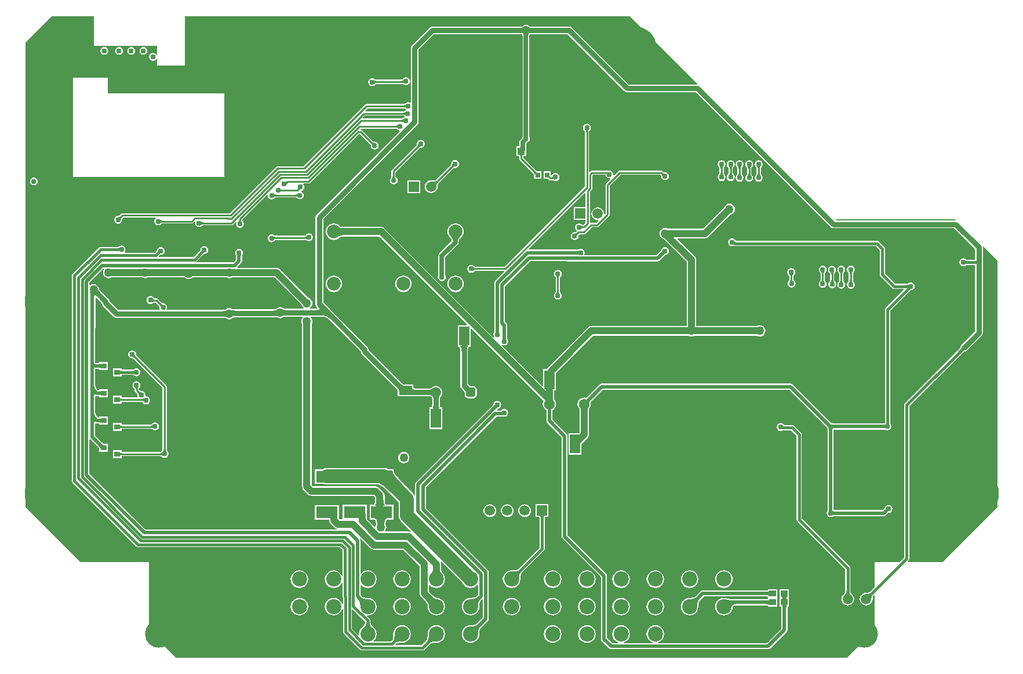
<source format=gbr>
G04*
G04 #@! TF.GenerationSoftware,Altium Limited,Altium Designer,22.4.2 (48)*
G04*
G04 Layer_Physical_Order=2*
G04 Layer_Color=16711680*
%FSLAX25Y25*%
%MOIN*%
G70*
G04*
G04 #@! TF.SameCoordinates,EB04A3AC-252A-4695-9AB0-F794D25C9F92*
G04*
G04*
G04 #@! TF.FilePolarity,Positive*
G04*
G01*
G75*
%ADD14C,0.01000*%
%ADD44R,0.04331X0.04331*%
%ADD45R,0.03937X0.03543*%
%ADD51R,0.03543X0.03150*%
%ADD85C,0.07900*%
%ADD93C,0.04000*%
%ADD94C,0.02000*%
%ADD95C,0.01500*%
%ADD96C,0.03000*%
%ADD98C,0.08000*%
%ADD99C,0.02500*%
%ADD100C,0.06200*%
%ADD101R,0.05906X0.05906*%
%ADD102C,0.05906*%
G04:AMPARAMS|DCode=103|XSize=55.12mil|YSize=55.12mil|CornerRadius=13.78mil|HoleSize=0mil|Usage=FLASHONLY|Rotation=180.000|XOffset=0mil|YOffset=0mil|HoleType=Round|Shape=RoundedRectangle|*
%AMROUNDEDRECTD103*
21,1,0.05512,0.02756,0,0,180.0*
21,1,0.02756,0.05512,0,0,180.0*
1,1,0.02756,-0.01378,0.01378*
1,1,0.02756,0.01378,0.01378*
1,1,0.02756,0.01378,-0.01378*
1,1,0.02756,-0.01378,-0.01378*
%
%ADD103ROUNDEDRECTD103*%
%ADD104C,0.08661*%
%ADD105C,0.03100*%
%ADD106C,0.05000*%
%ADD107C,0.25000*%
%ADD108C,0.15748*%
%ADD109C,0.13780*%
%ADD110R,0.05906X0.11024*%
%ADD111R,0.12402X0.07008*%
%ADD112R,0.02756X0.02756*%
%ADD113R,0.07480X0.05315*%
G36*
X620351Y606427D02*
X620436Y606384D01*
X620546Y606347D01*
X620681Y606314D01*
X620841Y606287D01*
X621232Y606247D01*
X621722Y606227D01*
X622004Y606224D01*
Y603224D01*
X621722Y603222D01*
X620841Y603162D01*
X620681Y603134D01*
X620546Y603102D01*
X620436Y603064D01*
X620351Y603022D01*
X620289Y602974D01*
Y606474D01*
X620351Y606427D01*
D02*
G37*
G36*
X616719Y602974D02*
X616657Y603022D01*
X616572Y603064D01*
X616461Y603102D01*
X616327Y603134D01*
X616167Y603162D01*
X615775Y603202D01*
X615286Y603222D01*
X615004Y603224D01*
Y606224D01*
X615286Y606227D01*
X616167Y606287D01*
X616327Y606314D01*
X616461Y606347D01*
X616572Y606384D01*
X616657Y606427D01*
X616719Y606474D01*
Y602974D01*
D02*
G37*
G36*
X620159Y602832D02*
X620074Y602707D01*
X619999Y602564D01*
X619934Y602403D01*
X619879Y602224D01*
X619834Y602027D01*
X619799Y601812D01*
X619774Y601579D01*
X619754Y601059D01*
X617254D01*
X617249Y601328D01*
X617209Y601812D01*
X617174Y602027D01*
X617129Y602224D01*
X617074Y602403D01*
X617009Y602564D01*
X616934Y602707D01*
X616849Y602832D01*
X616754Y602939D01*
X620254D01*
X620159Y602832D01*
D02*
G37*
G36*
X717148Y574191D02*
X716932Y573700D01*
X677504D01*
X644893Y606311D01*
X644166Y606797D01*
X643307Y606967D01*
X621201D01*
X620938Y606994D01*
X620826Y607014D01*
X620755Y607031D01*
X620118Y607520D01*
X619339Y607842D01*
X618504Y607952D01*
X617669Y607842D01*
X616890Y607520D01*
X616253Y607031D01*
X616182Y607014D01*
X616082Y606996D01*
X615657Y606967D01*
X564567D01*
X563708Y606797D01*
X562981Y606311D01*
X552914Y596244D01*
X552428Y595516D01*
X552257Y594658D01*
Y575736D01*
X551757Y575687D01*
X551736Y575790D01*
X551619Y576378D01*
X551122Y577122D01*
X550378Y577619D01*
X549500Y577794D01*
X548622Y577619D01*
X547878Y577122D01*
X547700Y576856D01*
X547666Y576826D01*
X547591Y576728D01*
X547533Y576665D01*
X547478Y576614D01*
X547424Y576573D01*
X547370Y576540D01*
X547315Y576514D01*
X547256Y576493D01*
X547192Y576478D01*
X547161Y576474D01*
X532143D01*
X532114Y576477D01*
X532026Y576493D01*
X531936Y576516D01*
X531844Y576546D01*
X531749Y576584D01*
X531660Y576626D01*
X531438Y576756D01*
X531326Y576835D01*
X531263Y576862D01*
X530878Y577119D01*
X530000Y577294D01*
X529122Y577119D01*
X528378Y576622D01*
X527881Y575878D01*
X527706Y575000D01*
X527881Y574122D01*
X528378Y573378D01*
X529122Y572881D01*
X530000Y572706D01*
X530878Y572881D01*
X531622Y573378D01*
X531800Y573644D01*
X531834Y573674D01*
X531909Y573772D01*
X531967Y573835D01*
X532022Y573886D01*
X532077Y573927D01*
X532130Y573960D01*
X532185Y573986D01*
X532244Y574007D01*
X532308Y574022D01*
X532339Y574026D01*
X547357D01*
X547386Y574023D01*
X547474Y574007D01*
X547564Y573984D01*
X547656Y573954D01*
X547751Y573916D01*
X547840Y573874D01*
X548062Y573744D01*
X548174Y573665D01*
X548237Y573638D01*
X548622Y573381D01*
X549500Y573206D01*
X550378Y573381D01*
X551122Y573878D01*
X551619Y574622D01*
X551736Y575210D01*
X551757Y575313D01*
X552257Y575264D01*
Y563435D01*
X551816Y563200D01*
X551628Y563325D01*
X550750Y563500D01*
X549872Y563325D01*
X549128Y562828D01*
X549050Y562711D01*
X548970Y562644D01*
X548891Y562587D01*
X548814Y562541D01*
X548739Y562503D01*
X548665Y562473D01*
X548590Y562450D01*
X548514Y562433D01*
X548481Y562429D01*
X526706D01*
X526238Y562336D01*
X525841Y562071D01*
X490393Y526623D01*
X475688D01*
X475219Y526530D01*
X474822Y526265D01*
X448231Y499674D01*
X386500D01*
X386032Y499580D01*
X385635Y499315D01*
X384739Y498420D01*
X384713Y498399D01*
X384648Y498357D01*
X384579Y498320D01*
X384505Y498289D01*
X384425Y498263D01*
X384337Y498241D01*
X384241Y498226D01*
X384138Y498217D01*
X384000Y498244D01*
X383122Y498069D01*
X382378Y497572D01*
X381880Y496828D01*
X381706Y495950D01*
X381880Y495072D01*
X382378Y494328D01*
X383122Y493831D01*
X384000Y493656D01*
X384878Y493831D01*
X385622Y494328D01*
X386120Y495072D01*
X386294Y495950D01*
X386267Y496088D01*
X386276Y496191D01*
X386291Y496287D01*
X386313Y496375D01*
X386339Y496455D01*
X386370Y496529D01*
X386407Y496598D01*
X386449Y496663D01*
X386469Y496689D01*
X387007Y497226D01*
X405382D01*
X405534Y496727D01*
X405378Y496622D01*
X404881Y495878D01*
X404706Y495000D01*
X404881Y494122D01*
X405378Y493378D01*
X406122Y492881D01*
X407000Y492706D01*
X407878Y492881D01*
X408622Y493378D01*
X408700Y493495D01*
X408780Y493562D01*
X408859Y493618D01*
X408936Y493665D01*
X409011Y493703D01*
X409085Y493733D01*
X409160Y493756D01*
X409236Y493772D01*
X409269Y493777D01*
X426284D01*
X426752Y493870D01*
X427149Y494135D01*
X427865Y494851D01*
X428326Y494605D01*
X428206Y494000D01*
X428381Y493122D01*
X428878Y492378D01*
X429622Y491881D01*
X430500Y491706D01*
X431378Y491881D01*
X432122Y492378D01*
X432200Y492495D01*
X432280Y492561D01*
X432359Y492618D01*
X432436Y492665D01*
X432511Y492703D01*
X432585Y492733D01*
X432660Y492756D01*
X432736Y492772D01*
X432769Y492776D01*
X449096D01*
X449564Y492870D01*
X449961Y493135D01*
X451322Y494496D01*
X451851Y494369D01*
X451873Y494340D01*
X451706Y493500D01*
X451881Y492622D01*
X452378Y491878D01*
X453122Y491381D01*
X454000Y491206D01*
X454878Y491381D01*
X455622Y491878D01*
X456119Y492622D01*
X456294Y493500D01*
X456119Y494378D01*
X455622Y495122D01*
X455536Y495180D01*
X455490Y495237D01*
X455433Y495321D01*
X455386Y495402D01*
X455347Y495482D01*
X455317Y495560D01*
X455294Y495637D01*
X455277Y495716D01*
X455273Y495749D01*
Y496043D01*
X469538Y510308D01*
X469999Y510061D01*
X469959Y509861D01*
X470133Y508983D01*
X470631Y508239D01*
X471375Y507741D01*
X472253Y507567D01*
X473131Y507741D01*
X473875Y508239D01*
X473977Y508391D01*
X474029Y508447D01*
X474102Y508514D01*
X474173Y508569D01*
X474242Y508615D01*
X474310Y508651D01*
X474378Y508681D01*
X474447Y508703D01*
X474519Y508719D01*
X474552Y508723D01*
X486253D01*
X486285Y508719D01*
X486364Y508703D01*
X486442Y508680D01*
X486520Y508649D01*
X486600Y508611D01*
X486682Y508564D01*
X486765Y508507D01*
X486821Y508462D01*
X486878Y508378D01*
X487622Y507881D01*
X488500Y507706D01*
X489378Y507881D01*
X490122Y508378D01*
X490619Y509122D01*
X490794Y510000D01*
X490619Y510878D01*
X490122Y511622D01*
X489411Y512097D01*
X489395Y512237D01*
X489451Y512615D01*
X489612Y512647D01*
X490356Y513144D01*
X490853Y513888D01*
X491028Y514766D01*
X490853Y515644D01*
X490431Y516277D01*
X490606Y516777D01*
X493500D01*
X493968Y516870D01*
X494365Y517135D01*
X522507Y545276D01*
X522993D01*
X529031Y539239D01*
X529051Y539213D01*
X529093Y539148D01*
X529130Y539079D01*
X529161Y539005D01*
X529187Y538925D01*
X529209Y538837D01*
X529224Y538741D01*
X529233Y538638D01*
X529206Y538500D01*
X529381Y537622D01*
X529878Y536878D01*
X530622Y536381D01*
X531500Y536206D01*
X532378Y536381D01*
X533122Y536878D01*
X533619Y537622D01*
X533794Y538500D01*
X533619Y539378D01*
X533122Y540122D01*
X532378Y540619D01*
X531500Y540794D01*
X531362Y540767D01*
X531259Y540776D01*
X531163Y540791D01*
X531075Y540813D01*
X530995Y540839D01*
X530921Y540870D01*
X530852Y540907D01*
X530787Y540949D01*
X530761Y540969D01*
X524365Y547365D01*
X523968Y547630D01*
X523718Y547680D01*
X523484Y548129D01*
X523480Y548223D01*
X523515Y548277D01*
X543731D01*
X543764Y548272D01*
X543840Y548256D01*
X543915Y548233D01*
X543989Y548203D01*
X544064Y548165D01*
X544141Y548118D01*
X544220Y548062D01*
X544300Y547995D01*
X544378Y547878D01*
X545122Y547381D01*
X545740Y547258D01*
X545906Y546716D01*
X498020Y498830D01*
X497534Y498103D01*
X497363Y497244D01*
Y447441D01*
X497534Y446583D01*
X498020Y445855D01*
X498589Y445286D01*
X498556Y444993D01*
X498372Y444763D01*
X494325D01*
X494224Y444975D01*
X494189Y445263D01*
X494782Y445718D01*
X495295Y446386D01*
X495618Y447165D01*
X495728Y448000D01*
X495618Y448835D01*
X495295Y449614D01*
X494782Y450282D01*
X494114Y450795D01*
X493335Y451118D01*
X493218Y451133D01*
X476926Y467426D01*
X476362Y467858D01*
X475705Y468130D01*
X475000Y468223D01*
X452682D01*
X452475Y468723D01*
X454726Y470974D01*
X455101Y471537D01*
X455233Y472200D01*
Y475531D01*
X455234Y475546D01*
X455619Y476122D01*
X455794Y477000D01*
X455619Y477878D01*
X455122Y478622D01*
X454378Y479119D01*
X453500Y479294D01*
X452622Y479119D01*
X451878Y478622D01*
X451381Y477878D01*
X451206Y477000D01*
X451381Y476122D01*
X451755Y475561D01*
X451767Y475365D01*
Y472918D01*
X450282Y471433D01*
X429165D01*
X429013Y471933D01*
X429045Y471955D01*
X433133Y476043D01*
X433190Y476087D01*
X433264Y476139D01*
X433329Y476179D01*
X433383Y476206D01*
X433421Y476222D01*
X433500Y476206D01*
X434378Y476381D01*
X435122Y476878D01*
X435619Y477622D01*
X435794Y478500D01*
X435619Y479378D01*
X435122Y480122D01*
X434378Y480619D01*
X433500Y480794D01*
X432622Y480619D01*
X431878Y480122D01*
X431381Y479378D01*
X431206Y478500D01*
X431222Y478421D01*
X431206Y478383D01*
X431179Y478329D01*
X431139Y478264D01*
X431092Y478197D01*
X431021Y478112D01*
X427388Y474478D01*
X407348D01*
X407157Y474940D01*
X407844Y475628D01*
X407905Y475674D01*
X407971Y475716D01*
X408024Y475745D01*
X408064Y475762D01*
X408088Y475769D01*
X408099Y475771D01*
X408143Y475766D01*
X408181Y475769D01*
X408500Y475706D01*
X409378Y475881D01*
X410122Y476378D01*
X410619Y477122D01*
X410794Y478000D01*
X410619Y478878D01*
X410122Y479622D01*
X409378Y480119D01*
X408500Y480294D01*
X407622Y480119D01*
X406878Y479622D01*
X406381Y478878D01*
X406297Y478457D01*
X406274Y478405D01*
X406263Y478357D01*
X406255Y478334D01*
X406239Y478297D01*
X406212Y478245D01*
X406172Y478182D01*
X406130Y478121D01*
X405982Y477947D01*
X405014Y476978D01*
X387924D01*
X387656Y477478D01*
X387995Y477985D01*
X388170Y478863D01*
X387995Y479741D01*
X387498Y480485D01*
X386754Y480982D01*
X385876Y481157D01*
X384998Y480982D01*
X384254Y480485D01*
X384209Y480418D01*
X384171Y480402D01*
X384114Y480384D01*
X384040Y480366D01*
X383959Y480351D01*
X383849Y480341D01*
X373863D01*
X373297Y480229D01*
X372818Y479908D01*
X357749Y464840D01*
X357429Y464360D01*
X357316Y463795D01*
Y345998D01*
X357429Y345432D01*
X357749Y344952D01*
X394447Y308255D01*
X394926Y307934D01*
X395492Y307822D01*
X511476D01*
X513022Y306276D01*
Y291395D01*
X512522Y291296D01*
X512268Y291907D01*
X511462Y292958D01*
X510411Y293764D01*
X509187Y294271D01*
X507874Y294444D01*
X506561Y294271D01*
X505337Y293764D01*
X504286Y292958D01*
X503480Y291907D01*
X502973Y290683D01*
X502800Y289370D01*
X502973Y288057D01*
X503480Y286833D01*
X504286Y285782D01*
X505337Y284976D01*
X506561Y284469D01*
X507874Y284296D01*
X509187Y284469D01*
X510411Y284976D01*
X511462Y285782D01*
X512268Y286833D01*
X512522Y287444D01*
X513022Y287345D01*
Y279678D01*
X513134Y279113D01*
X513200Y279014D01*
Y275217D01*
X512700Y275117D01*
X512268Y276159D01*
X511462Y277210D01*
X510411Y278016D01*
X509187Y278523D01*
X507874Y278696D01*
X506561Y278523D01*
X505337Y278016D01*
X504286Y277210D01*
X503480Y276159D01*
X502973Y274935D01*
X502800Y273622D01*
X502973Y272309D01*
X503480Y271085D01*
X504286Y270034D01*
X505337Y269228D01*
X506561Y268721D01*
X507874Y268548D01*
X509187Y268721D01*
X510411Y269228D01*
X511462Y270034D01*
X512268Y271085D01*
X512700Y272127D01*
X513200Y272027D01*
Y259322D01*
X513312Y258756D01*
X513633Y258276D01*
X523061Y248848D01*
X523541Y248527D01*
X524107Y248415D01*
X558948D01*
X559514Y248527D01*
X559994Y248848D01*
X563246Y252100D01*
X563275Y252125D01*
X563481Y252260D01*
X563734Y252386D01*
X564037Y252502D01*
X564390Y252603D01*
X564793Y252687D01*
X565235Y252752D01*
X566295Y252825D01*
X566712Y252829D01*
X566929Y252800D01*
X568242Y252973D01*
X569466Y253480D01*
X570517Y254286D01*
X571323Y255337D01*
X571830Y256561D01*
X572003Y257874D01*
X571830Y259187D01*
X571323Y260411D01*
X570517Y261462D01*
X569466Y262268D01*
X568242Y262775D01*
X566929Y262948D01*
X565616Y262775D01*
X564392Y262268D01*
X563341Y261462D01*
X562535Y260411D01*
X562028Y259187D01*
X561855Y257874D01*
X561881Y257679D01*
X561854Y256680D01*
X561808Y256188D01*
X561742Y255738D01*
X561658Y255335D01*
X561557Y254982D01*
X561442Y254679D01*
X561315Y254426D01*
X561180Y254220D01*
X561155Y254191D01*
X558336Y251372D01*
X543486D01*
X543294Y251834D01*
X543561Y252100D01*
X543590Y252125D01*
X543796Y252260D01*
X544049Y252386D01*
X544352Y252502D01*
X544705Y252603D01*
X545108Y252687D01*
X545550Y252752D01*
X546610Y252825D01*
X547027Y252829D01*
X547244Y252800D01*
X548557Y252973D01*
X549781Y253480D01*
X550832Y254286D01*
X551638Y255337D01*
X552145Y256561D01*
X552318Y257874D01*
X552145Y259187D01*
X551638Y260411D01*
X550832Y261462D01*
X549781Y262268D01*
X548557Y262775D01*
X547244Y262948D01*
X545931Y262775D01*
X544707Y262268D01*
X543656Y261462D01*
X542850Y260411D01*
X542343Y259187D01*
X542170Y257874D01*
X542196Y257679D01*
X542169Y256680D01*
X542123Y256188D01*
X542057Y255738D01*
X541973Y255335D01*
X541872Y254982D01*
X541757Y254679D01*
X541630Y254426D01*
X541495Y254220D01*
X541470Y254191D01*
X540851Y253572D01*
X530994D01*
X530833Y254045D01*
X531147Y254286D01*
X531953Y255337D01*
X532460Y256561D01*
X532633Y257874D01*
X532460Y259187D01*
X531953Y260411D01*
X531147Y261462D01*
X530991Y261581D01*
X530303Y262307D01*
X529988Y262687D01*
X529716Y263052D01*
X529491Y263396D01*
X529313Y263718D01*
X529180Y264013D01*
X529090Y264282D01*
X529040Y264523D01*
X529038Y264561D01*
Y265447D01*
X528925Y266013D01*
X528604Y266492D01*
X526946Y268151D01*
X527167Y268600D01*
X527559Y268548D01*
X528872Y268721D01*
X530096Y269228D01*
X531147Y270034D01*
X531953Y271085D01*
X532460Y272309D01*
X532633Y273622D01*
X532460Y274935D01*
X531953Y276159D01*
X531147Y277210D01*
X530096Y278016D01*
X528872Y278523D01*
X527559Y278696D01*
X527348Y278668D01*
X526989Y278673D01*
X526506Y278702D01*
X526060Y278754D01*
X525651Y278828D01*
X525279Y278922D01*
X524944Y279035D01*
X524647Y279165D01*
X524384Y279312D01*
X524168Y279464D01*
X523262Y280371D01*
Y285929D01*
X523735Y286090D01*
X523971Y285782D01*
X525022Y284976D01*
X526246Y284469D01*
X527559Y284296D01*
X528872Y284469D01*
X530096Y284976D01*
X531147Y285782D01*
X531953Y286833D01*
X532460Y288057D01*
X532633Y289370D01*
X532460Y290683D01*
X531953Y291907D01*
X531147Y292958D01*
X530096Y293764D01*
X528872Y294271D01*
X527559Y294444D01*
X526246Y294271D01*
X525022Y293764D01*
X523971Y292958D01*
X523735Y292651D01*
X523262Y292811D01*
Y311528D01*
X523130Y312192D01*
X522888Y312554D01*
X523276Y312873D01*
X529074Y307074D01*
X529638Y306642D01*
X530295Y306369D01*
X531000Y306277D01*
X547872D01*
X557175Y296973D01*
Y281201D01*
X557268Y280496D01*
X557540Y279839D01*
X557973Y279275D01*
X560864Y276384D01*
X560892Y276355D01*
X561142Y276061D01*
X561355Y275778D01*
X561531Y275505D01*
X561672Y275245D01*
X561779Y274998D01*
X561853Y274763D01*
X561898Y274541D01*
X561916Y274329D01*
X561907Y274080D01*
X561911Y274050D01*
X561855Y273622D01*
X562028Y272309D01*
X562535Y271085D01*
X563341Y270034D01*
X564392Y269228D01*
X565616Y268721D01*
X566929Y268548D01*
X568242Y268721D01*
X569466Y269228D01*
X570517Y270034D01*
X571323Y271085D01*
X571830Y272309D01*
X572003Y273622D01*
X571830Y274935D01*
X571323Y276159D01*
X570517Y277210D01*
X569466Y278016D01*
X568242Y278523D01*
X567407Y278633D01*
X567368Y278646D01*
X567123Y278679D01*
X566903Y278732D01*
X566672Y278811D01*
X566427Y278918D01*
X566171Y279054D01*
X565903Y279221D01*
X565631Y279415D01*
X565040Y279910D01*
X562622Y282329D01*
Y285942D01*
X563095Y286103D01*
X563341Y285782D01*
X564392Y284976D01*
X565616Y284469D01*
X566929Y284296D01*
X568242Y284469D01*
X569466Y284976D01*
X570517Y285782D01*
X571323Y286833D01*
X571830Y288057D01*
X572003Y289370D01*
X571830Y290683D01*
X571323Y291907D01*
X570517Y292958D01*
X570408Y293042D01*
X570380Y293073D01*
X570252Y293256D01*
X570134Y293465D01*
X570029Y293703D01*
X569936Y293971D01*
X569859Y294270D01*
X569798Y294590D01*
X569723Y295358D01*
Y298000D01*
X569630Y298705D01*
X569462Y299111D01*
X569886Y299394D01*
X582059Y287221D01*
X582220Y286833D01*
X583026Y285782D01*
X584077Y284976D01*
X585301Y284469D01*
X586614Y284296D01*
X587927Y284469D01*
X589151Y284976D01*
X590202Y285782D01*
X590438Y286090D01*
X590912Y285929D01*
Y280371D01*
X590005Y279464D01*
X589789Y279312D01*
X589527Y279165D01*
X589229Y279035D01*
X588894Y278922D01*
X588523Y278828D01*
X588124Y278756D01*
X587174Y278673D01*
X586825Y278668D01*
X586614Y278696D01*
X585301Y278523D01*
X584077Y278016D01*
X583026Y277210D01*
X582220Y276159D01*
X581713Y274935D01*
X581540Y273622D01*
X581713Y272309D01*
X582220Y271085D01*
X583026Y270034D01*
X584077Y269228D01*
X585301Y268721D01*
X586614Y268548D01*
X587927Y268721D01*
X589151Y269228D01*
X590202Y270034D01*
X591009Y271085D01*
X591515Y272309D01*
X591688Y273622D01*
X591660Y273833D01*
X591665Y274192D01*
X591694Y274675D01*
X591747Y275121D01*
X591820Y275531D01*
X591914Y275902D01*
X592027Y276237D01*
X592157Y276535D01*
X592304Y276797D01*
X592457Y277013D01*
X593150Y277706D01*
X593612Y277515D01*
Y267323D01*
X590005Y263716D01*
X589789Y263564D01*
X589527Y263417D01*
X589229Y263287D01*
X588894Y263174D01*
X588523Y263080D01*
X588124Y263008D01*
X587174Y262925D01*
X586825Y262920D01*
X586614Y262948D01*
X585301Y262775D01*
X584077Y262268D01*
X583026Y261462D01*
X582220Y260411D01*
X581713Y259187D01*
X581540Y257874D01*
X581713Y256561D01*
X582220Y255337D01*
X583026Y254286D01*
X584077Y253480D01*
X585301Y252973D01*
X586614Y252800D01*
X587927Y252973D01*
X589151Y253480D01*
X590202Y254286D01*
X591009Y255337D01*
X591515Y256561D01*
X591688Y257874D01*
X591660Y258085D01*
X591665Y258444D01*
X591694Y258927D01*
X591747Y259373D01*
X591820Y259783D01*
X591914Y260154D01*
X592027Y260489D01*
X592157Y260787D01*
X592304Y261049D01*
X592457Y261265D01*
X596570Y265379D01*
X596946Y265941D01*
X597078Y266605D01*
Y293474D01*
X596946Y294137D01*
X596570Y294699D01*
X560933Y330336D01*
Y342164D01*
X601536Y382767D01*
X605202D01*
X605448Y382816D01*
X606000Y382706D01*
X606878Y382880D01*
X607622Y383378D01*
X608119Y384122D01*
X608294Y385000D01*
X608119Y385878D01*
X607622Y386622D01*
X606878Y387120D01*
X606000Y387294D01*
X605122Y387120D01*
X604378Y386622D01*
X604125Y386244D01*
X603985Y386233D01*
X601838D01*
X601647Y386695D01*
X602187Y387236D01*
X602198Y387245D01*
X602878Y387381D01*
X603622Y387878D01*
X604119Y388622D01*
X604294Y389500D01*
X604119Y390378D01*
X603622Y391122D01*
X602878Y391619D01*
X602000Y391794D01*
X601122Y391619D01*
X600378Y391122D01*
X599881Y390378D01*
X599749Y389716D01*
X599619Y389570D01*
X555274Y345226D01*
X554899Y344663D01*
X554767Y344000D01*
Y337702D01*
X554267Y337603D01*
X554106Y337992D01*
X553352Y338974D01*
X546955Y345371D01*
X545772Y346608D01*
X544216Y348437D01*
X543619Y349235D01*
X543135Y349961D01*
X542768Y350607D01*
X542518Y351165D01*
X542380Y351623D01*
X542334Y352032D01*
Y352688D01*
X539270D01*
X538365Y353063D01*
X537138Y353225D01*
X504000D01*
X502773Y353063D01*
X501630Y352590D01*
X501512Y352499D01*
X497099D01*
Y344091D01*
X502324D01*
X502773Y343905D01*
X504000Y343744D01*
X534023D01*
X534740Y343337D01*
X535942Y342515D01*
X538652Y340248D01*
X539120Y339797D01*
X545259Y333659D01*
Y325984D01*
X545421Y324757D01*
X545894Y323614D01*
X546648Y322632D01*
X552394Y316886D01*
X552110Y316462D01*
X551705Y316631D01*
X551000Y316723D01*
X537733D01*
X537486Y317223D01*
X537835Y317677D01*
X538157Y318456D01*
X538267Y319291D01*
X538157Y320127D01*
X537835Y320905D01*
X537769Y320991D01*
X537772Y321123D01*
X537828Y321756D01*
X537918Y322297D01*
X538037Y322741D01*
X538179Y323088D01*
X538332Y323339D01*
X538486Y323506D01*
X538642Y323610D01*
X538818Y323673D01*
X538979Y323690D01*
X542334D01*
Y332098D01*
X538440D01*
X538279Y332115D01*
X538102Y332177D01*
X537947Y332281D01*
X537792Y332448D01*
X537639Y332699D01*
X537498Y333046D01*
X537378Y333491D01*
X537289Y334031D01*
X537233Y334664D01*
X537223Y335029D01*
Y337500D01*
X537130Y338205D01*
X536858Y338862D01*
X536426Y339426D01*
X533926Y341926D01*
X533362Y342358D01*
X532705Y342631D01*
X532000Y342723D01*
X496128D01*
X495223Y343628D01*
Y435792D01*
X495295Y435886D01*
X495618Y436665D01*
X495728Y437500D01*
X495618Y438335D01*
X495295Y439114D01*
X494787Y439777D01*
X494811Y439967D01*
X494916Y440277D01*
X501532D01*
X501965Y440229D01*
X502465Y440133D01*
X502948Y440000D01*
X503413Y439829D01*
X503863Y439621D01*
X504298Y439374D01*
X504720Y439087D01*
X505060Y438815D01*
X523507Y420368D01*
Y420215D01*
X523678Y419356D01*
X524164Y418629D01*
X543394Y399398D01*
X543928Y398824D01*
X544322Y398332D01*
X544631Y397888D01*
X544772Y397643D01*
Y394477D01*
X552934D01*
X552943Y394476D01*
X552947Y394476D01*
X552951Y394476D01*
X553065Y394477D01*
X553653D01*
Y394486D01*
X553901Y394489D01*
X563102D01*
X563257Y394473D01*
X563470Y394440D01*
X563655Y394399D01*
X563811Y394353D01*
X563937Y394303D01*
X564034Y394253D01*
X564104Y394206D01*
X564108Y394203D01*
X564166Y394127D01*
X564242Y394069D01*
X564246Y394065D01*
X564293Y393995D01*
X564342Y393898D01*
X564392Y393771D01*
X564438Y393616D01*
X564479Y393430D01*
X564511Y393226D01*
X564529Y393008D01*
Y389686D01*
X564503Y389396D01*
X564438Y389006D01*
X564354Y388691D01*
X564257Y388454D01*
X564159Y388293D01*
X564069Y388196D01*
X563988Y388141D01*
X563897Y388109D01*
X563829Y388102D01*
X562883D01*
Y375678D01*
X570188D01*
Y387382D01*
X570190Y387391D01*
X570188Y387400D01*
Y388102D01*
X569536D01*
X569441Y388114D01*
X569421Y388123D01*
X569383Y388154D01*
X569317Y388243D01*
X569235Y388409D01*
X569154Y388657D01*
X569086Y388971D01*
X569015Y389683D01*
Y393062D01*
X569031Y393217D01*
X569064Y393430D01*
X569105Y393615D01*
X569151Y393771D01*
X569201Y393898D01*
X569251Y393995D01*
X569298Y394065D01*
X569301Y394069D01*
X569377Y394127D01*
X569962Y394890D01*
X570330Y395779D01*
X570456Y396732D01*
X570330Y397686D01*
X569962Y398574D01*
X569377Y399338D01*
X568614Y399923D01*
X567725Y400291D01*
X566772Y400417D01*
X565818Y400291D01*
X564929Y399923D01*
X564166Y399338D01*
X564108Y399262D01*
X564104Y399258D01*
X564034Y399211D01*
X563937Y399161D01*
X563811Y399112D01*
X563655Y399065D01*
X563470Y399025D01*
X563265Y398993D01*
X563047Y398975D01*
X555237D01*
X554948Y399001D01*
X554558Y399066D01*
X554243Y399150D01*
X554006Y399247D01*
X553844Y399345D01*
X553747Y399435D01*
X553693Y399516D01*
X553660Y399608D01*
X553653Y399676D01*
Y401192D01*
X548322D01*
X548076Y401333D01*
X547641Y401637D01*
X546719Y402418D01*
X527993Y421144D01*
Y421297D01*
X527822Y422156D01*
X527336Y422883D01*
X506114Y444106D01*
X501849Y448370D01*
Y496315D01*
X556086Y550552D01*
X556572Y551279D01*
X556743Y552138D01*
Y593728D01*
X565496Y602481D01*
X615807D01*
X616070Y602454D01*
X616182Y602435D01*
X616253Y602418D01*
X616281Y602396D01*
X616285Y602393D01*
X616321Y602340D01*
X616360Y602264D01*
X616401Y602164D01*
X616439Y602039D01*
X616473Y601890D01*
X616500Y601725D01*
X616516Y601535D01*
Y543594D01*
X616385Y543398D01*
X616298Y542963D01*
X615258Y541923D01*
X614826Y541278D01*
X614675Y540517D01*
Y539308D01*
X614655Y539076D01*
X614603Y538761D01*
X614536Y538512D01*
X614461Y538330D01*
X614391Y538213D01*
X614333Y538151D01*
X614289Y538121D01*
X614240Y538104D01*
X614219Y538102D01*
X612883D01*
Y532371D01*
X614508D01*
X614525Y532115D01*
Y531102D01*
X614618Y530634D01*
X614883Y530237D01*
X622790Y522330D01*
X622951Y522157D01*
X623061Y522020D01*
X623119Y521936D01*
Y521614D01*
X623117Y521605D01*
X623119Y521597D01*
Y519576D01*
X627275D01*
Y523732D01*
X625254D01*
X625245Y523733D01*
X625237Y523732D01*
X624915D01*
X624839Y523784D01*
X624564Y524017D01*
X616971Y531609D01*
Y532186D01*
X616979Y532371D01*
X616979Y532371D01*
X618613D01*
Y535959D01*
X618652Y536152D01*
Y539693D01*
X619353Y540394D01*
X619382Y540400D01*
X620126Y540898D01*
X620623Y541642D01*
X620798Y542520D01*
X620623Y543398D01*
X620492Y543594D01*
Y601583D01*
X620506Y601717D01*
X620535Y601890D01*
X620569Y602039D01*
X620607Y602164D01*
X620647Y602264D01*
X620687Y602339D01*
X620723Y602393D01*
X620727Y602396D01*
X620755Y602418D01*
X620826Y602435D01*
X620926Y602452D01*
X621351Y602481D01*
X642378D01*
X674989Y569871D01*
X675716Y569384D01*
X676575Y569214D01*
X716197D01*
X793689Y491721D01*
X794417Y491235D01*
X795276Y491064D01*
X864819D01*
X876694Y479189D01*
Y472935D01*
X872076D01*
X872004Y472943D01*
X871915Y472959D01*
X871841Y472977D01*
X871783Y472996D01*
X871745Y473012D01*
X871701Y473079D01*
X870957Y473576D01*
X870079Y473751D01*
X869201Y473576D01*
X868457Y473079D01*
X867959Y472335D01*
X867785Y471457D01*
X867959Y470579D01*
X868457Y469835D01*
X869201Y469337D01*
X870079Y469163D01*
X870957Y469337D01*
X871701Y469835D01*
X871745Y469901D01*
X871783Y469917D01*
X871841Y469936D01*
X871915Y469954D01*
X871995Y469968D01*
X872106Y469978D01*
X876694D01*
Y431835D01*
X869264Y424405D01*
X869047Y424260D01*
X868550Y423516D01*
X868375Y422638D01*
X868379Y422621D01*
X867087Y421146D01*
X836356Y390416D01*
X836036Y389936D01*
X835923Y389370D01*
Y301794D01*
X833342Y299213D01*
X818898D01*
Y284768D01*
X816259Y282130D01*
X816139Y282042D01*
X815977Y281948D01*
X815794Y281864D01*
X815589Y281790D01*
X815360Y281728D01*
X815108Y281679D01*
X814832Y281644D01*
X814533Y281624D01*
X814299Y281621D01*
X814173Y281637D01*
X813220Y281511D01*
X812331Y281143D01*
X811568Y280558D01*
X810983Y279795D01*
X810614Y278906D01*
X810489Y277953D01*
X810614Y276999D01*
X810983Y276111D01*
X811568Y275348D01*
X812331Y274762D01*
X813220Y274394D01*
X814173Y274269D01*
X815127Y274394D01*
X816015Y274762D01*
X816778Y275348D01*
X817364Y276111D01*
X817732Y276999D01*
X817857Y277953D01*
X817841Y278078D01*
X817844Y278312D01*
X817865Y278612D01*
X817900Y278888D01*
X817949Y279140D01*
X818011Y279368D01*
X818084Y279573D01*
X818169Y279756D01*
X818263Y279919D01*
X818350Y280039D01*
X818436Y280124D01*
X818898Y279933D01*
Y259842D01*
X803150Y244094D01*
X417323Y244094D01*
X401575Y259842D01*
X401575Y299213D01*
X362205D01*
X330709Y330709D01*
Y597709D01*
X346000Y613000D01*
X370000D01*
Y596000D01*
X406500D01*
Y590708D01*
X406000Y590557D01*
X405622Y591122D01*
X404878Y591619D01*
X404000Y591794D01*
X403122Y591619D01*
X402378Y591122D01*
X401881Y590378D01*
X401706Y589500D01*
X401881Y588622D01*
X402378Y587878D01*
X403122Y587381D01*
X404000Y587206D01*
X404878Y587381D01*
X405622Y587878D01*
X406000Y588443D01*
X406500Y588292D01*
Y584500D01*
X422500D01*
Y596000D01*
Y613000D01*
X678339D01*
X717148Y574191D01*
D02*
G37*
G36*
X548583Y574251D02*
X548447Y574345D01*
X548174Y574505D01*
X548037Y574570D01*
X547900Y574625D01*
X547763Y574670D01*
X547626Y574705D01*
X547489Y574730D01*
X547351Y574745D01*
X547214Y574750D01*
X547040Y575750D01*
X547185Y575756D01*
X547325Y575776D01*
X547459Y575808D01*
X547586Y575853D01*
X547708Y575911D01*
X547825Y575981D01*
X547935Y576065D01*
X548040Y576161D01*
X548139Y576270D01*
X548233Y576392D01*
X548583Y574251D01*
D02*
G37*
G36*
X531053Y576155D02*
X531326Y575995D01*
X531463Y575930D01*
X531600Y575875D01*
X531737Y575830D01*
X531874Y575795D01*
X532011Y575770D01*
X532149Y575755D01*
X532287Y575750D01*
X532460Y574750D01*
X532315Y574744D01*
X532175Y574724D01*
X532042Y574692D01*
X531914Y574647D01*
X531792Y574589D01*
X531675Y574519D01*
X531565Y574435D01*
X531460Y574339D01*
X531361Y574230D01*
X531267Y574108D01*
X530917Y576249D01*
X531053Y576155D01*
D02*
G37*
G36*
X549643Y560121D02*
X549527Y560232D01*
X549408Y560331D01*
X549286Y560419D01*
X549161Y560495D01*
X549034Y560560D01*
X548903Y560612D01*
X548770Y560653D01*
X548634Y560682D01*
X548495Y560700D01*
X548353Y560706D01*
Y561706D01*
X548495Y561712D01*
X548634Y561729D01*
X548770Y561758D01*
X548903Y561799D01*
X549034Y561852D01*
X549161Y561916D01*
X549286Y561992D01*
X549408Y562080D01*
X549527Y562180D01*
X549643Y562291D01*
Y560121D01*
D02*
G37*
G36*
X548514Y559978D02*
X548590Y559962D01*
X548665Y559939D01*
X548739Y559909D01*
X548814Y559871D01*
X548891Y559824D01*
X548970Y559767D01*
X549050Y559701D01*
X549128Y559584D01*
X549272Y559487D01*
Y558886D01*
X548878Y558622D01*
X548800Y558505D01*
X548720Y558438D01*
X548641Y558382D01*
X548564Y558335D01*
X548489Y558297D01*
X548415Y558267D01*
X548340Y558244D01*
X548264Y558228D01*
X548231Y558223D01*
X526107D01*
X525916Y558685D01*
X527213Y559982D01*
X548481D01*
X548514Y559978D01*
D02*
G37*
G36*
X549393Y555915D02*
X549277Y556026D01*
X549158Y556126D01*
X549036Y556213D01*
X548911Y556289D01*
X548784Y556354D01*
X548653Y556406D01*
X548520Y556447D01*
X548384Y556477D01*
X548245Y556494D01*
X548103Y556500D01*
Y557500D01*
X548245Y557506D01*
X548384Y557523D01*
X548520Y557553D01*
X548653Y557594D01*
X548784Y557646D01*
X548911Y557711D01*
X549036Y557787D01*
X549158Y557874D01*
X549277Y557974D01*
X549393Y558085D01*
Y555915D01*
D02*
G37*
G36*
X548264Y555772D02*
X548340Y555756D01*
X548415Y555733D01*
X548489Y555703D01*
X548564Y555665D01*
X548623Y555629D01*
X548639Y555549D01*
X548628Y555272D01*
X548593Y555162D01*
X548528Y555056D01*
X547878Y554622D01*
X547800Y554505D01*
X547720Y554438D01*
X547641Y554382D01*
X547564Y554335D01*
X547489Y554297D01*
X547415Y554267D01*
X547340Y554244D01*
X547264Y554228D01*
X547231Y554223D01*
X524895D01*
X524703Y554685D01*
X525794Y555777D01*
X548231D01*
X548264Y555772D01*
D02*
G37*
G36*
X548393Y551915D02*
X548277Y552026D01*
X548158Y552126D01*
X548036Y552213D01*
X547911Y552289D01*
X547784Y552354D01*
X547653Y552406D01*
X547520Y552447D01*
X547384Y552477D01*
X547245Y552494D01*
X547103Y552500D01*
Y553500D01*
X547245Y553506D01*
X547384Y553523D01*
X547520Y553553D01*
X547653Y553594D01*
X547784Y553646D01*
X547911Y553711D01*
X548036Y553787D01*
X548158Y553874D01*
X548277Y553974D01*
X548393Y554085D01*
Y551915D01*
D02*
G37*
G36*
X544893Y548415D02*
X544777Y548526D01*
X544658Y548626D01*
X544536Y548713D01*
X544411Y548789D01*
X544284Y548854D01*
X544153Y548906D01*
X544020Y548947D01*
X543884Y548977D01*
X543745Y548994D01*
X543603Y549000D01*
Y550000D01*
X543745Y550006D01*
X543884Y550023D01*
X544020Y550053D01*
X544153Y550094D01*
X544284Y550146D01*
X544411Y550211D01*
X544536Y550287D01*
X544658Y550374D01*
X544777Y550474D01*
X544893Y550585D01*
Y548415D01*
D02*
G37*
G36*
X530263Y540452D02*
X530374Y540366D01*
X530491Y540291D01*
X530614Y540226D01*
X530743Y540170D01*
X530879Y540126D01*
X531021Y540091D01*
X531169Y540067D01*
X531324Y540053D01*
X531485Y540050D01*
X529950Y538516D01*
X529947Y538676D01*
X529933Y538831D01*
X529909Y538979D01*
X529874Y539121D01*
X529830Y539257D01*
X529775Y539386D01*
X529709Y539509D01*
X529634Y539626D01*
X529548Y539737D01*
X529451Y539842D01*
X530159Y540549D01*
X530263Y540452D01*
D02*
G37*
G36*
X617901Y537390D02*
X614163Y537378D01*
X614401Y537403D01*
X614613Y537479D01*
X614801Y537605D01*
X614963Y537781D01*
X615101Y538008D01*
X615213Y538284D01*
X615301Y538610D01*
X615363Y538986D01*
X615401Y539413D01*
X615413Y539890D01*
X617913D01*
X617901Y537390D01*
D02*
G37*
G36*
X616559Y534256D02*
X616494Y534119D01*
X616436Y533943D01*
X616386Y533726D01*
X616344Y533470D01*
X616308Y533095D01*
X616748D01*
X616653Y533085D01*
X616568Y533054D01*
X616493Y533004D01*
X616428Y532933D01*
X616373Y532842D01*
X616328Y532731D01*
X616293Y532599D01*
X616268Y532447D01*
X616267Y532435D01*
X616252Y532046D01*
X616248Y531591D01*
X615248D01*
X615244Y532046D01*
X615212Y532546D01*
X615203Y532599D01*
X615168Y532731D01*
X615123Y532842D01*
X615068Y532933D01*
X615003Y533004D01*
X614928Y533054D01*
X614843Y533085D01*
X614748Y533095D01*
X615176D01*
X615152Y533470D01*
X615110Y533726D01*
X615060Y533943D01*
X615002Y534119D01*
X614937Y534256D01*
X614864Y534353D01*
X616633D01*
X616559Y534256D01*
D02*
G37*
G36*
X624036Y523529D02*
X624404Y523217D01*
X624566Y523104D01*
X624715Y523020D01*
X624849Y522963D01*
X624969Y522935D01*
X625075D01*
X625167Y522963D01*
X625245Y523020D01*
X623831Y521605D01*
X623887Y521683D01*
X623916Y521775D01*
Y521881D01*
X623887Y522001D01*
X623831Y522136D01*
X623746Y522284D01*
X623633Y522447D01*
X623491Y522623D01*
X623124Y523020D01*
X623831Y523727D01*
X624036Y523529D01*
D02*
G37*
G36*
X481687Y517411D02*
X481595Y517313D01*
X481508Y517208D01*
X481426Y517096D01*
X481350Y516976D01*
X481279Y516850D01*
X481213Y516717D01*
X481096Y516429D01*
X481046Y516275D01*
X481001Y516113D01*
X479917Y517993D01*
X480061Y517959D01*
X480202Y517941D01*
X480338Y517937D01*
X480471Y517947D01*
X480599Y517973D01*
X480724Y518013D01*
X480844Y518068D01*
X480961Y518137D01*
X481074Y518222D01*
X481182Y518321D01*
X481687Y517411D01*
D02*
G37*
G36*
X487431Y508878D02*
X487310Y508986D01*
X487187Y509083D01*
X487062Y509168D01*
X486935Y509242D01*
X486805Y509305D01*
X486673Y509356D01*
X486539Y509396D01*
X486402Y509424D01*
X486263Y509441D01*
X486122Y509447D01*
X486086Y510447D01*
X486229Y510453D01*
X486368Y510471D01*
X486503Y510501D01*
X486636Y510543D01*
X486764Y510597D01*
X486890Y510663D01*
X487012Y510741D01*
X487130Y510831D01*
X487245Y510932D01*
X487357Y511046D01*
X487431Y508878D01*
D02*
G37*
G36*
X473421Y510899D02*
X473547Y510805D01*
X473674Y510721D01*
X473803Y510648D01*
X473934Y510587D01*
X474067Y510536D01*
X474202Y510497D01*
X474339Y510469D01*
X474477Y510453D01*
X474618Y510447D01*
X474677Y509447D01*
X474534Y509441D01*
X474394Y509423D01*
X474259Y509392D01*
X474127Y509350D01*
X473999Y509295D01*
X473876Y509228D01*
X473756Y509149D01*
X473639Y509058D01*
X473527Y508954D01*
X473418Y508839D01*
X473298Y511006D01*
X473421Y510899D01*
D02*
G37*
G36*
X386049Y497292D02*
X385952Y497187D01*
X385866Y497076D01*
X385791Y496959D01*
X385725Y496836D01*
X385670Y496707D01*
X385626Y496571D01*
X385591Y496429D01*
X385567Y496281D01*
X385553Y496126D01*
X385550Y495965D01*
X384015Y497500D01*
X384176Y497503D01*
X384331Y497517D01*
X384479Y497541D01*
X384621Y497576D01*
X384757Y497620D01*
X384886Y497676D01*
X385009Y497741D01*
X385126Y497816D01*
X385237Y497902D01*
X385342Y497999D01*
X386049Y497292D01*
D02*
G37*
G36*
X865738Y496050D02*
X865455Y495550D01*
X796674D01*
X796665Y495563D01*
X796933Y496063D01*
X865730D01*
X865738Y496050D01*
D02*
G37*
G36*
X454550Y495879D02*
X454556Y495738D01*
X454573Y495599D01*
X454601Y495463D01*
X454641Y495328D01*
X454693Y495196D01*
X454755Y495067D01*
X454829Y494939D01*
X454915Y494814D01*
X455012Y494692D01*
X455120Y494571D01*
X452951Y494641D01*
X453065Y494753D01*
X453167Y494868D01*
X453257Y494987D01*
X453335Y495109D01*
X453400Y495234D01*
X453454Y495363D01*
X453496Y495496D01*
X453526Y495631D01*
X453544Y495771D01*
X453550Y495913D01*
X454550Y495879D01*
D02*
G37*
G36*
X408223Y495974D02*
X408342Y495874D01*
X408464Y495787D01*
X408589Y495711D01*
X408716Y495646D01*
X408847Y495594D01*
X408980Y495553D01*
X409116Y495523D01*
X409255Y495506D01*
X409397Y495500D01*
Y494500D01*
X409255Y494494D01*
X409116Y494477D01*
X408980Y494447D01*
X408847Y494406D01*
X408716Y494354D01*
X408589Y494289D01*
X408464Y494213D01*
X408342Y494126D01*
X408223Y494026D01*
X408107Y493915D01*
Y496085D01*
X408223Y495974D01*
D02*
G37*
G36*
X431723Y494974D02*
X431842Y494874D01*
X431964Y494787D01*
X432089Y494711D01*
X432216Y494646D01*
X432347Y494594D01*
X432480Y494553D01*
X432616Y494523D01*
X432755Y494506D01*
X432897Y494500D01*
Y493500D01*
X432755Y493494D01*
X432616Y493477D01*
X432480Y493447D01*
X432347Y493406D01*
X432216Y493354D01*
X432089Y493289D01*
X431964Y493213D01*
X431842Y493126D01*
X431723Y493026D01*
X431607Y492915D01*
Y495085D01*
X431723Y494974D01*
D02*
G37*
G36*
X384769Y477778D02*
X384698Y477842D01*
X384616Y477899D01*
X384525Y477949D01*
X384422Y477992D01*
X384310Y478029D01*
X384187Y478059D01*
X384053Y478083D01*
X383909Y478100D01*
X383589Y478113D01*
Y479613D01*
X383754Y479616D01*
X384053Y479643D01*
X384187Y479667D01*
X384310Y479697D01*
X384422Y479734D01*
X384525Y479777D01*
X384616Y479827D01*
X384698Y479884D01*
X384769Y479948D01*
Y477778D01*
D02*
G37*
G36*
X408220Y476475D02*
X408125Y476486D01*
X408026Y476482D01*
X407925Y476465D01*
X407822Y476434D01*
X407716Y476389D01*
X407607Y476331D01*
X407495Y476258D01*
X407381Y476172D01*
X407264Y476072D01*
X407145Y475958D01*
X406296Y477231D01*
X406412Y477351D01*
X406695Y477685D01*
X406768Y477789D01*
X406830Y477889D01*
X406881Y477985D01*
X406922Y478077D01*
X406951Y478165D01*
X406970Y478249D01*
X408220Y476475D01*
D02*
G37*
G36*
X433485Y476950D02*
X433389Y476945D01*
X433292Y476928D01*
X433191Y476898D01*
X433088Y476857D01*
X432982Y476803D01*
X432874Y476737D01*
X432763Y476659D01*
X432649Y476569D01*
X432414Y476353D01*
X431353Y477414D01*
X431467Y477533D01*
X431659Y477763D01*
X431737Y477874D01*
X431803Y477982D01*
X431857Y478088D01*
X431898Y478191D01*
X431928Y478292D01*
X431945Y478389D01*
X431950Y478484D01*
X433485Y476950D01*
D02*
G37*
G36*
X454569Y475868D02*
X454554Y475826D01*
X454542Y475767D01*
X454531Y475692D01*
X454514Y475490D01*
X454501Y475062D01*
X454500Y474886D01*
X452500D01*
X452499Y475062D01*
X452458Y475767D01*
X452446Y475826D01*
X452431Y475868D01*
X452415Y475893D01*
X454585D01*
X454569Y475868D01*
D02*
G37*
G36*
X871257Y472478D02*
X871338Y472421D01*
X871430Y472371D01*
X871532Y472327D01*
X871645Y472290D01*
X871768Y472260D01*
X871902Y472237D01*
X872046Y472220D01*
X872365Y472207D01*
Y470707D01*
X872200Y470703D01*
X871902Y470677D01*
X871768Y470653D01*
X871645Y470623D01*
X871532Y470586D01*
X871430Y470542D01*
X871338Y470492D01*
X871257Y470435D01*
X871186Y470372D01*
Y472542D01*
X871257Y472478D01*
D02*
G37*
G36*
X372354Y455607D02*
X372385Y455516D01*
X372436Y455412D01*
X372508Y455293D01*
X372602Y455161D01*
X372850Y454856D01*
X373183Y454495D01*
X373380Y454294D01*
X371259Y452173D01*
X371058Y452371D01*
X370402Y452943D01*
X370329Y452818D01*
X370250Y452633D01*
X370188Y452431D01*
X370144Y452212D01*
X370117Y451976D01*
X370109Y451723D01*
X368109Y452410D01*
X368104Y452657D01*
X368067Y453126D01*
X368035Y453349D01*
X367942Y453771D01*
X367882Y453970D01*
X367813Y454160D01*
X367734Y454343D01*
X367647Y454518D01*
X370347Y453686D01*
X372344Y455684D01*
X372354Y455607D01*
D02*
G37*
G36*
X403946Y450524D02*
X404041Y450414D01*
X404142Y450316D01*
X404249Y450231D01*
X404362Y450160D01*
X404482Y450101D01*
X404609Y450056D01*
X404742Y450023D01*
X404881Y450003D01*
X405027Y449997D01*
X404924Y449517D01*
Y448997D01*
X404674Y448992D01*
X404539Y448978D01*
X404402Y448954D01*
X404264Y448921D01*
X404126Y448878D01*
X403988Y448826D01*
X403849Y448764D01*
X403710Y448692D01*
X403430Y448521D01*
X403520Y448969D01*
X403395Y448966D01*
Y450028D01*
X403416Y450022D01*
X403466Y450017D01*
X403655Y450008D01*
X403729Y450007D01*
X403859Y450648D01*
X403946Y450524D01*
D02*
G37*
G36*
X408605Y447622D02*
X408716Y447536D01*
X408833Y447460D01*
X408956Y447395D01*
X409086Y447340D01*
X409222Y447295D01*
X409364Y447261D01*
X409512Y447236D01*
X409666Y447223D01*
X409827Y447219D01*
X408293Y445685D01*
X408289Y445846D01*
X408275Y446000D01*
X408251Y446148D01*
X408217Y446290D01*
X408172Y446426D01*
X408117Y446555D01*
X408052Y446678D01*
X407976Y446796D01*
X407890Y446906D01*
X407794Y447011D01*
X408501Y447718D01*
X408605Y447622D01*
D02*
G37*
G36*
X375655Y467815D02*
X375874Y467334D01*
X375705Y467114D01*
X375382Y466335D01*
X375272Y465500D01*
X375382Y464665D01*
X375705Y463886D01*
X376218Y463218D01*
X376886Y462705D01*
X377665Y462382D01*
X378500Y462272D01*
X379335Y462382D01*
X380114Y462705D01*
X380207Y462777D01*
X397793D01*
X397886Y462705D01*
X398665Y462382D01*
X399500Y462272D01*
X400335Y462382D01*
X401114Y462705D01*
X401207Y462777D01*
X422172D01*
X422218Y462718D01*
X422886Y462205D01*
X423665Y461882D01*
X424500Y461772D01*
X425335Y461882D01*
X426114Y462205D01*
X426782Y462718D01*
X426827Y462777D01*
X446292D01*
X446386Y462705D01*
X447165Y462382D01*
X448000Y462272D01*
X448835Y462382D01*
X449614Y462705D01*
X449708Y462777D01*
X473872D01*
X489367Y447282D01*
X489382Y447165D01*
X489705Y446386D01*
X490218Y445718D01*
X490811Y445263D01*
X490776Y444975D01*
X490675Y444763D01*
X479863D01*
X479599Y444790D01*
X479487Y444809D01*
X479416Y444826D01*
X478779Y445315D01*
X478001Y445637D01*
X477165Y445747D01*
X476330Y445637D01*
X475552Y445315D01*
X474883Y444802D01*
X474698Y444561D01*
X474684Y444552D01*
X474674Y444547D01*
X474605Y444526D01*
X474497Y444502D01*
X474367Y444481D01*
X474103Y444463D01*
X450056D01*
X449832Y444483D01*
X449749Y444496D01*
X449714Y444503D01*
X449439Y444714D01*
X448660Y445037D01*
X447825Y445147D01*
X446989Y445037D01*
X446211Y444714D01*
X445574Y444226D01*
X445503Y444209D01*
X445403Y444191D01*
X444978Y444162D01*
X412072D01*
X411836Y444603D01*
X411962Y444791D01*
X412137Y445669D01*
X411962Y446547D01*
X411465Y447291D01*
X410720Y447789D01*
X409842Y447963D01*
X409704Y447936D01*
X409601Y447945D01*
X409505Y447961D01*
X409418Y447982D01*
X409338Y448008D01*
X409264Y448040D01*
X409195Y448076D01*
X409129Y448118D01*
X409103Y448139D01*
X406880Y450362D01*
X406483Y450627D01*
X406015Y450721D01*
X404908D01*
X404877Y450725D01*
X404815Y450740D01*
X404761Y450760D01*
X404710Y450784D01*
X404661Y450815D01*
X404612Y450854D01*
X404562Y450903D01*
X404510Y450963D01*
X404440Y451061D01*
X404397Y451102D01*
X404181Y451425D01*
X403437Y451923D01*
X402559Y452097D01*
X401681Y451923D01*
X400937Y451425D01*
X400440Y450681D01*
X400265Y449803D01*
X400440Y448925D01*
X400937Y448181D01*
X401681Y447684D01*
X402559Y447509D01*
X403437Y447684D01*
X403750Y447893D01*
X403803Y447912D01*
X404059Y448070D01*
X404157Y448120D01*
X404259Y448165D01*
X404358Y448203D01*
X404454Y448233D01*
X404547Y448255D01*
X404637Y448271D01*
X404665Y448274D01*
X405508D01*
X407373Y446408D01*
X407393Y446382D01*
X407436Y446317D01*
X407472Y446248D01*
X407504Y446174D01*
X407530Y446094D01*
X407551Y446006D01*
X407567Y445911D01*
X407576Y445808D01*
X407548Y445669D01*
X407723Y444791D01*
X407849Y444603D01*
X407613Y444162D01*
X383813D01*
X378878Y449097D01*
X378752Y449732D01*
X378265Y450460D01*
X373338Y455387D01*
X373170Y455593D01*
X373105Y455686D01*
X373067Y455748D01*
X372962Y456544D01*
X372640Y457323D01*
X372127Y457991D01*
X371458Y458504D01*
X370680Y458826D01*
X369845Y458936D01*
X369009Y458826D01*
X368231Y458504D01*
X367878Y458233D01*
X367378Y458480D01*
Y459962D01*
X375273Y467857D01*
X375655Y467815D01*
D02*
G37*
G36*
X479012Y444222D02*
X479098Y444180D01*
X479208Y444142D01*
X479343Y444110D01*
X479502Y444082D01*
X479894Y444042D01*
X480384Y444022D01*
X480665Y444020D01*
Y441020D01*
X480384Y441017D01*
X479502Y440957D01*
X479343Y440930D01*
X479208Y440897D01*
X479098Y440860D01*
X479012Y440817D01*
X478951Y440770D01*
Y444270D01*
X479012Y444222D01*
D02*
G37*
G36*
X475603Y440568D02*
X475552Y440597D01*
X475476Y440623D01*
X475373Y440645D01*
X475245Y440665D01*
X474910Y440695D01*
X474214Y440718D01*
X473931Y440720D01*
X473472Y443719D01*
X473752Y443723D01*
X474448Y443771D01*
X474631Y443800D01*
X474790Y443836D01*
X474925Y443878D01*
X475035Y443926D01*
X475121Y443981D01*
X475183Y444043D01*
X475603Y440568D01*
D02*
G37*
G36*
X449438Y443842D02*
X449515Y443817D01*
X449617Y443794D01*
X449746Y443774D01*
X450080Y443744D01*
X450776Y443721D01*
X451059Y443719D01*
X451518Y440720D01*
X451238Y440716D01*
X450542Y440668D01*
X450359Y440639D01*
X450200Y440603D01*
X450066Y440561D01*
X449955Y440513D01*
X449869Y440458D01*
X449807Y440396D01*
X449387Y443871D01*
X449438Y443842D01*
D02*
G37*
G36*
X446039Y440169D02*
X445978Y440217D01*
X445892Y440259D01*
X445782Y440297D01*
X445647Y440329D01*
X445488Y440357D01*
X445096Y440397D01*
X444606Y440417D01*
X444325Y440419D01*
Y443419D01*
X444606Y443422D01*
X445488Y443482D01*
X445647Y443509D01*
X445782Y443542D01*
X445892Y443579D01*
X445978Y443622D01*
X446039Y443669D01*
Y440169D01*
D02*
G37*
G36*
X505588Y443580D02*
X506028Y438898D01*
X505594Y439301D01*
X505144Y439662D01*
X504676Y439980D01*
X504190Y440256D01*
X503687Y440489D01*
X503166Y440680D01*
X502627Y440829D01*
X502071Y440935D01*
X501498Y440999D01*
X500906Y441020D01*
X497906Y444020D01*
X498455Y444041D01*
X498901Y444104D01*
X499245Y444211D01*
X499487Y444359D01*
X499626Y444550D01*
X499663Y444783D01*
X499597Y445059D01*
X499429Y445377D01*
X499158Y445738D01*
X498785Y446141D01*
X505588Y443580D01*
D02*
G37*
G36*
X870670Y421138D02*
X870615Y421127D01*
X870654Y421088D01*
X870559Y421083D01*
X870461Y421066D01*
X870436Y421058D01*
X870429Y421055D01*
X870259Y420951D01*
X870057Y420806D01*
X869555Y420392D01*
X868557Y419461D01*
X868160Y419068D01*
X867099Y420128D01*
X867492Y420526D01*
X868983Y422228D01*
X869086Y422397D01*
X869090Y422405D01*
X869097Y422429D01*
X869114Y422527D01*
X869119Y422622D01*
X869158Y422583D01*
X869169Y422639D01*
X870670Y421138D01*
D02*
G37*
G36*
X889764Y472441D02*
Y330709D01*
X858268Y299213D01*
X838177D01*
X837986Y299675D01*
X838447Y300136D01*
X838767Y300615D01*
X838880Y301181D01*
Y388758D01*
X869301Y419179D01*
X870026Y419856D01*
X870492Y420240D01*
X870644Y420349D01*
X870669Y420344D01*
X871547Y420518D01*
X872291Y421016D01*
X872437Y421233D01*
X880523Y429319D01*
X881009Y430047D01*
X881180Y430905D01*
Y471850D01*
Y480118D01*
X881131Y480367D01*
X881591Y480613D01*
X889764Y472441D01*
D02*
G37*
G36*
X373831Y410403D02*
X373811Y410510D01*
X373751Y410605D01*
X373651Y410690D01*
X373511Y410763D01*
X373331Y410825D01*
X373111Y410876D01*
X372851Y410915D01*
X372551Y410943D01*
X371831Y410966D01*
Y412966D01*
X372211Y412971D01*
X372851Y413016D01*
X373111Y413056D01*
X373331Y413106D01*
X373511Y413168D01*
X373651Y413241D01*
X373751Y413326D01*
X373811Y413421D01*
X373831Y413528D01*
Y410403D01*
D02*
G37*
G36*
X374481Y447900D02*
X374607Y447265D01*
X375093Y446538D01*
X381298Y440333D01*
X382026Y439847D01*
X382884Y439676D01*
X445127D01*
X445391Y439649D01*
X445503Y439630D01*
X445574Y439613D01*
X446211Y439124D01*
X446989Y438802D01*
X447825Y438692D01*
X448660Y438802D01*
X449439Y439124D01*
X450107Y439637D01*
X450292Y439878D01*
X450307Y439887D01*
X450316Y439892D01*
X450385Y439913D01*
X450493Y439937D01*
X450623Y439958D01*
X450887Y439976D01*
X474935D01*
X475158Y439956D01*
X475242Y439943D01*
X475276Y439936D01*
X475552Y439724D01*
X476330Y439402D01*
X477165Y439292D01*
X478001Y439402D01*
X478779Y439724D01*
X479416Y440213D01*
X479487Y440230D01*
X479587Y440248D01*
X480013Y440277D01*
X490084D01*
X490189Y439967D01*
X490213Y439777D01*
X489705Y439114D01*
X489382Y438335D01*
X489272Y437500D01*
X489382Y436665D01*
X489705Y435886D01*
X489777Y435792D01*
Y342500D01*
X489869Y341795D01*
X490142Y341138D01*
X490574Y340574D01*
X493074Y338074D01*
X493638Y337642D01*
X494295Y337369D01*
X495000Y337277D01*
X530872D01*
X531777Y336372D01*
Y335029D01*
X531767Y334664D01*
X531711Y334031D01*
X531622Y333491D01*
X531502Y333046D01*
X531361Y332699D01*
X531208Y332448D01*
X531053Y332281D01*
X530898Y332177D01*
X530721Y332115D01*
X530560Y332098D01*
X528532D01*
Y323690D01*
X531099D01*
X531261Y323673D01*
X531437Y323610D01*
X531593Y323506D01*
X531747Y323339D01*
X531900Y323088D01*
X532042Y322741D01*
X532161Y322297D01*
X532251Y321756D01*
X532306Y321123D01*
X532310Y320991D01*
X532244Y320905D01*
X531922Y320127D01*
X531862Y319673D01*
X531334Y319494D01*
X526924Y323904D01*
Y326390D01*
X526901Y326567D01*
Y332098D01*
X513099D01*
Y323723D01*
X511471D01*
X510901Y324294D01*
Y331909D01*
X497099D01*
Y323501D01*
X505277D01*
Y323343D01*
X505370Y322638D01*
X505642Y321982D01*
X506074Y321417D01*
X508418Y319074D01*
X508982Y318642D01*
X509638Y318370D01*
X509556Y317883D01*
X399568D01*
X367378Y350074D01*
Y369560D01*
X367869Y369725D01*
X368431Y369349D01*
X368444Y369347D01*
X372263Y365528D01*
X372611Y365153D01*
X372863Y364839D01*
X373057Y364559D01*
X373119Y364451D01*
Y363591D01*
X373117Y363583D01*
X373119Y363574D01*
Y362574D01*
X378062D01*
Y367123D01*
X376668D01*
X376659Y367125D01*
X376651Y367123D01*
X375791D01*
X375683Y367185D01*
X375412Y367374D01*
X374813Y367880D01*
X370828Y371866D01*
Y378609D01*
X371328Y378916D01*
X371808Y378821D01*
X372446D01*
X372506Y378819D01*
X372764Y378795D01*
X372977Y378763D01*
X373119Y378730D01*
Y378279D01*
X373822D01*
X373831Y378278D01*
X373839Y378279D01*
X378062D01*
Y382829D01*
X373839D01*
X373831Y382831D01*
X373822Y382829D01*
X373119D01*
Y382378D01*
X372977Y382346D01*
X372772Y382315D01*
X372517Y382297D01*
X371742Y383072D01*
X371574Y383281D01*
X371394Y383546D01*
X371239Y383820D01*
X371108Y384102D01*
X371001Y384394D01*
X370918Y384697D01*
X370857Y385012D01*
X370828Y385278D01*
Y394212D01*
X371328Y394591D01*
X371654Y394527D01*
X372446D01*
X372506Y394525D01*
X372764Y394500D01*
X372977Y394468D01*
X373119Y394436D01*
Y393985D01*
X373822D01*
X373831Y393983D01*
X373839Y393985D01*
X378062D01*
Y398535D01*
X373839D01*
X373831Y398536D01*
X373822Y398535D01*
X373119D01*
Y398084D01*
X372977Y398052D01*
X372772Y398020D01*
X372384Y397993D01*
X372372D01*
X371742Y398623D01*
X371574Y398832D01*
X371394Y399097D01*
X371239Y399371D01*
X371108Y399653D01*
X371001Y399945D01*
X370918Y400248D01*
X370857Y400563D01*
X370828Y400829D01*
Y410232D01*
X372446D01*
X372506Y410230D01*
X372764Y410206D01*
X372977Y410174D01*
X373119Y410141D01*
Y409691D01*
X373822D01*
X373831Y409689D01*
X373839Y409691D01*
X378062D01*
Y414240D01*
X373839D01*
X373831Y414242D01*
X373822Y414240D01*
X373119D01*
Y413790D01*
X372977Y413757D01*
X372772Y413726D01*
X372384Y413699D01*
X370839D01*
X370828Y413710D01*
Y433675D01*
X370842Y433745D01*
Y450886D01*
X371304Y451077D01*
X374481Y447900D01*
D02*
G37*
G36*
X546101Y402006D02*
X547205Y401070D01*
X547693Y400730D01*
X548139Y400474D01*
X548542Y400303D01*
X548902Y400217D01*
X549220Y400216D01*
X549495Y400300D01*
X549727Y400468D01*
X545497Y396237D01*
X545665Y396470D01*
X545749Y396745D01*
X545747Y397062D01*
X545661Y397423D01*
X545490Y397826D01*
X545235Y398271D01*
X544894Y398759D01*
X544469Y399290D01*
X543363Y400480D01*
X545484Y402601D01*
X546101Y402006D01*
D02*
G37*
G36*
X370109Y400839D02*
X370151Y400457D01*
X370222Y400086D01*
X370321Y399727D01*
X370448Y399380D01*
X370604Y399044D01*
X370787Y398720D01*
X371000Y398408D01*
X371240Y398108D01*
X371509Y397819D01*
X370946Y395553D01*
X370785Y395695D01*
X370640Y395779D01*
X370512Y395807D01*
X370401Y395778D01*
X370307Y395692D01*
X370231Y395548D01*
X370171Y395348D01*
X370129Y395091D01*
X370103Y394776D01*
X370094Y394405D01*
X368094Y398819D01*
X370094Y401233D01*
X370109Y400839D01*
D02*
G37*
G36*
X552960Y399447D02*
X553051Y399192D01*
X553201Y398967D01*
X553413Y398772D01*
X553684Y398607D01*
X554015Y398472D01*
X554406Y398367D01*
X554858Y398292D01*
X555369Y398247D01*
X555941Y398232D01*
Y395232D01*
X552941Y395189D01*
X552929Y399732D01*
X552960Y399447D01*
D02*
G37*
G36*
X373831Y394697D02*
X373811Y394804D01*
X373751Y394900D01*
X373651Y394984D01*
X373511Y395057D01*
X373331Y395119D01*
X373111Y395170D01*
X372851Y395209D01*
X372551Y395237D01*
X371831Y395260D01*
Y397260D01*
X372211Y397266D01*
X372851Y397310D01*
X373111Y397350D01*
X373331Y397400D01*
X373511Y397462D01*
X373651Y397536D01*
X373751Y397620D01*
X373811Y397716D01*
X373831Y397823D01*
Y394697D01*
D02*
G37*
G36*
X564663Y394665D02*
X564541Y394773D01*
X564397Y394869D01*
X564231Y394954D01*
X564043Y395028D01*
X563834Y395091D01*
X563602Y395142D01*
X563348Y395181D01*
X563073Y395210D01*
X562457Y395232D01*
Y398232D01*
X562776Y398238D01*
X563348Y398283D01*
X563602Y398323D01*
X563834Y398374D01*
X564043Y398436D01*
X564231Y398510D01*
X564397Y398595D01*
X564541Y398692D01*
X564663Y398799D01*
Y394665D01*
D02*
G37*
G36*
X568731Y394501D02*
X568635Y394357D01*
X568549Y394192D01*
X568476Y394004D01*
X568413Y393794D01*
X568362Y393563D01*
X568323Y393309D01*
X568294Y393034D01*
X568272Y392417D01*
X565272D01*
X565266Y392736D01*
X565221Y393309D01*
X565181Y393563D01*
X565130Y393794D01*
X565068Y394004D01*
X564994Y394192D01*
X564909Y394357D01*
X564812Y394501D01*
X564705Y394624D01*
X568839D01*
X568731Y394501D01*
D02*
G37*
G36*
X568284Y389820D02*
X568380Y388860D01*
X568464Y388470D01*
X568573Y388140D01*
X568705Y387870D01*
X568862Y387660D01*
X569043Y387510D01*
X569247Y387420D01*
X569476Y387390D01*
X563772Y387378D01*
X564057Y387408D01*
X564312Y387499D01*
X564537Y387650D01*
X564732Y387861D01*
X564897Y388132D01*
X565032Y388463D01*
X565137Y388855D01*
X565212Y389306D01*
X565257Y389818D01*
X565272Y390390D01*
X568272D01*
X568284Y389820D01*
D02*
G37*
G36*
X601985Y387950D02*
X601955Y387944D01*
X601916Y387924D01*
X601865Y387892D01*
X601804Y387846D01*
X601649Y387716D01*
X601337Y387422D01*
X601212Y387298D01*
X599798Y388712D01*
X599922Y388837D01*
X600392Y389365D01*
X600424Y389416D01*
X600444Y389455D01*
X600450Y389485D01*
X601985Y387950D01*
D02*
G37*
G36*
X605302Y383616D02*
X603603Y383500D01*
Y385500D01*
X603778Y385502D01*
X604312Y385542D01*
X604403Y385561D01*
X604478Y385583D01*
X604536Y385609D01*
X604578Y385638D01*
X604602Y385670D01*
X605302Y383616D01*
D02*
G37*
G36*
X370109Y385288D02*
X370151Y384905D01*
X370222Y384535D01*
X370321Y384176D01*
X370448Y383828D01*
X370604Y383493D01*
X370787Y383169D01*
X371000Y382857D01*
X371240Y382556D01*
X371509Y382268D01*
X371101Y379847D01*
X370910Y380018D01*
X370739Y380129D01*
X370588Y380180D01*
X370457Y380171D01*
X370346Y380102D01*
X370255Y379973D01*
X370185Y379783D01*
X370135Y379533D01*
X370105Y379223D01*
X370094Y378854D01*
X368094Y383268D01*
X370094Y385682D01*
X370109Y385288D01*
D02*
G37*
G36*
X373831Y378991D02*
X373811Y379098D01*
X373751Y379194D01*
X373651Y379278D01*
X373511Y379351D01*
X373331Y379413D01*
X373111Y379464D01*
X372851Y379503D01*
X372551Y379532D01*
X371831Y379554D01*
Y381554D01*
X372211Y381560D01*
X372851Y381605D01*
X373111Y381644D01*
X373331Y381695D01*
X373511Y381757D01*
X373651Y381830D01*
X373751Y381914D01*
X373811Y382010D01*
X373831Y382117D01*
Y378991D01*
D02*
G37*
G36*
X374241Y367429D02*
X374976Y366807D01*
X375302Y366581D01*
X375599Y366411D01*
X375867Y366298D01*
X376108Y366242D01*
X376320D01*
X376504Y366298D01*
X376659Y366411D01*
X373831Y363583D01*
X373944Y363738D01*
X374001Y363922D01*
Y364134D01*
X373944Y364375D01*
X373831Y364643D01*
X373661Y364940D01*
X373435Y365266D01*
X373152Y365619D01*
X372417Y366411D01*
X373831Y367825D01*
X374241Y367429D01*
D02*
G37*
G36*
X541678Y351479D02*
X541848Y350915D01*
X542131Y350284D01*
X542527Y349587D01*
X543036Y348823D01*
X543658Y347992D01*
X545242Y346129D01*
X547279Y344000D01*
X540630Y339335D01*
X539129Y340780D01*
X536373Y343084D01*
X535119Y343944D01*
X533946Y344608D01*
X532856Y345077D01*
X531848Y345352D01*
X530922Y345431D01*
X530078Y345315D01*
X529316Y345004D01*
X541622Y351976D01*
X541678Y351479D01*
D02*
G37*
G36*
X536520Y334623D02*
X536580Y333941D01*
X536680Y333340D01*
X536820Y332818D01*
X537000Y332377D01*
X537220Y332015D01*
X537480Y331735D01*
X537780Y331534D01*
X538120Y331414D01*
X538500Y331374D01*
X530500D01*
X530880Y331414D01*
X531220Y331534D01*
X531520Y331735D01*
X531780Y332015D01*
X532000Y332377D01*
X532180Y332818D01*
X532320Y333340D01*
X532420Y333941D01*
X532480Y334623D01*
X532500Y335386D01*
X536500D01*
X536520Y334623D01*
D02*
G37*
G36*
X538659Y324374D02*
X538319Y324253D01*
X538019Y324053D01*
X537759Y323772D01*
X537539Y323411D01*
X537359Y322970D01*
X537219Y322448D01*
X537119Y321846D01*
X537059Y321164D01*
X537039Y320402D01*
X533039D01*
X533019Y321164D01*
X532959Y321846D01*
X532859Y322448D01*
X532719Y322970D01*
X532539Y323411D01*
X532319Y323772D01*
X532059Y324053D01*
X531759Y324253D01*
X531419Y324374D01*
X531039Y324414D01*
X539039D01*
X538659Y324374D01*
D02*
G37*
G36*
X569000Y295772D02*
X569010Y295318D01*
X569091Y294489D01*
X569162Y294113D01*
X569253Y293764D01*
X569364Y293442D01*
X569495Y293145D01*
X569647Y292875D01*
X569819Y292631D01*
X570011Y292413D01*
X563949Y292512D01*
X564148Y292725D01*
X564327Y292965D01*
X564485Y293231D01*
X564621Y293524D01*
X564737Y293844D01*
X564832Y294191D01*
X564905Y294564D01*
X564958Y294965D01*
X564990Y295392D01*
X565000Y295846D01*
X569000Y295772D01*
D02*
G37*
G36*
X817976Y280695D02*
X817811Y280511D01*
X817664Y280308D01*
X817535Y280086D01*
X817423Y279844D01*
X817329Y279582D01*
X817253Y279301D01*
X817195Y279001D01*
X817154Y278681D01*
X817131Y278341D01*
X817126Y277982D01*
X814203Y280905D01*
X814562Y280911D01*
X814901Y280933D01*
X815221Y280974D01*
X815522Y281032D01*
X815803Y281109D01*
X816064Y281203D01*
X816306Y281314D01*
X816529Y281443D01*
X816732Y281591D01*
X816915Y281755D01*
X817976Y280695D01*
D02*
G37*
G36*
X564553Y279388D02*
X565194Y278850D01*
X565506Y278627D01*
X565814Y278436D01*
X566116Y278275D01*
X566413Y278145D01*
X566705Y278045D01*
X566992Y277977D01*
X567274Y277939D01*
X562620Y274053D01*
X562631Y274346D01*
X562606Y274642D01*
X562545Y274943D01*
X562448Y275248D01*
X562315Y275557D01*
X562146Y275869D01*
X561941Y276186D01*
X561700Y276507D01*
X561423Y276833D01*
X561110Y277162D01*
X564225Y279703D01*
X564553Y279388D01*
D02*
G37*
G36*
X592138Y277732D02*
X591906Y277471D01*
X591699Y277178D01*
X591517Y276853D01*
X591361Y276495D01*
X591229Y276104D01*
X591122Y275681D01*
X591040Y275226D01*
X590983Y274738D01*
X590951Y274218D01*
X590945Y273665D01*
X586657Y277953D01*
X587210Y277959D01*
X588218Y278048D01*
X588673Y278130D01*
X589096Y278237D01*
X589487Y278369D01*
X589845Y278525D01*
X590170Y278707D01*
X590463Y278914D01*
X590724Y279146D01*
X592138Y277732D01*
D02*
G37*
G36*
X523710Y278914D02*
X524003Y278707D01*
X524329Y278525D01*
X524686Y278369D01*
X525077Y278237D01*
X525500Y278130D01*
X525955Y278048D01*
X526443Y277991D01*
X526963Y277959D01*
X527516Y277953D01*
X523229Y273665D01*
X523222Y274218D01*
X523133Y275226D01*
X523051Y275681D01*
X522944Y276104D01*
X522813Y276495D01*
X522656Y276853D01*
X522474Y277178D01*
X522267Y277471D01*
X522035Y277732D01*
X523449Y279146D01*
X523710Y278914D01*
D02*
G37*
G36*
X528332Y264424D02*
X528400Y264096D01*
X528514Y263754D01*
X528674Y263398D01*
X528879Y263028D01*
X529130Y262644D01*
X529427Y262245D01*
X529769Y261833D01*
X530590Y260967D01*
X524528D01*
X524961Y261407D01*
X525691Y262245D01*
X525988Y262644D01*
X526239Y263028D01*
X526444Y263398D01*
X526604Y263754D01*
X526718Y264096D01*
X526786Y264424D01*
X526809Y264738D01*
X528309D01*
X528332Y264424D01*
D02*
G37*
G36*
X592138Y261984D02*
X591906Y261723D01*
X591699Y261430D01*
X591517Y261105D01*
X591361Y260747D01*
X591229Y260356D01*
X591122Y259933D01*
X591040Y259478D01*
X590983Y258990D01*
X590951Y258470D01*
X590945Y257917D01*
X586657Y262205D01*
X587210Y262211D01*
X588218Y262300D01*
X588673Y262382D01*
X589096Y262489D01*
X589487Y262620D01*
X589845Y262777D01*
X590170Y262959D01*
X590463Y263166D01*
X590724Y263398D01*
X592138Y261984D01*
D02*
G37*
G36*
X526081Y264834D02*
Y264561D01*
X526078Y264523D01*
X526028Y264282D01*
X525938Y264013D01*
X525805Y263718D01*
X525627Y263396D01*
X525402Y263052D01*
X525135Y262694D01*
X524437Y261892D01*
X524145Y261595D01*
X523971Y261462D01*
X523165Y260411D01*
X522658Y259187D01*
X522485Y257874D01*
X522537Y257482D01*
X522088Y257261D01*
X518357Y260992D01*
Y271905D01*
X518819Y272096D01*
X526081Y264834D01*
D02*
G37*
G36*
X566886Y253543D02*
X566268Y253539D01*
X565159Y253462D01*
X564668Y253390D01*
X564219Y253296D01*
X563812Y253180D01*
X563447Y253041D01*
X563125Y252880D01*
X562844Y252696D01*
X562606Y252490D01*
X561545Y253551D01*
X561751Y253789D01*
X561935Y254069D01*
X562096Y254392D01*
X562235Y254757D01*
X562351Y255164D01*
X562445Y255613D01*
X562517Y256104D01*
X562567Y256637D01*
X562599Y257831D01*
X566886Y253543D01*
D02*
G37*
G36*
X547201D02*
X546583Y253539D01*
X545474Y253462D01*
X544983Y253390D01*
X544534Y253296D01*
X544127Y253180D01*
X543762Y253041D01*
X543439Y252880D01*
X543159Y252696D01*
X542921Y252490D01*
X541860Y253551D01*
X542066Y253789D01*
X542250Y254069D01*
X542411Y254392D01*
X542550Y254757D01*
X542666Y255164D01*
X542760Y255613D01*
X542832Y256104D01*
X542882Y256637D01*
X542914Y257831D01*
X547201Y253543D01*
D02*
G37*
%LPC*%
G36*
X398500Y595294D02*
X397622Y595119D01*
X396878Y594622D01*
X396380Y593878D01*
X396206Y593000D01*
X396380Y592122D01*
X396878Y591378D01*
X397622Y590881D01*
X398500Y590706D01*
X399378Y590881D01*
X400122Y591378D01*
X400620Y592122D01*
X400794Y593000D01*
X400620Y593878D01*
X400122Y594622D01*
X399378Y595119D01*
X398500Y595294D01*
D02*
G37*
G36*
X391500D02*
X390622Y595119D01*
X389878Y594622D01*
X389381Y593878D01*
X389206Y593000D01*
X389381Y592122D01*
X389878Y591378D01*
X390622Y590881D01*
X391500Y590706D01*
X392378Y590881D01*
X393122Y591378D01*
X393619Y592122D01*
X393794Y593000D01*
X393619Y593878D01*
X393122Y594622D01*
X392378Y595119D01*
X391500Y595294D01*
D02*
G37*
G36*
X384500D02*
X383622Y595119D01*
X382878Y594622D01*
X382381Y593878D01*
X382206Y593000D01*
X382381Y592122D01*
X382878Y591378D01*
X383622Y590881D01*
X384500Y590706D01*
X385378Y590881D01*
X386122Y591378D01*
X386619Y592122D01*
X386794Y593000D01*
X386619Y593878D01*
X386122Y594622D01*
X385378Y595119D01*
X384500Y595294D01*
D02*
G37*
G36*
X376000D02*
X375122Y595119D01*
X374378Y594622D01*
X373881Y593878D01*
X373706Y593000D01*
X373881Y592122D01*
X374378Y591378D01*
X375122Y590881D01*
X376000Y590706D01*
X376878Y590881D01*
X377622Y591378D01*
X378119Y592122D01*
X378294Y593000D01*
X378119Y593878D01*
X377622Y594622D01*
X376878Y595119D01*
X376000Y595294D01*
D02*
G37*
G36*
X558000Y541794D02*
X557122Y541619D01*
X556378Y541122D01*
X555881Y540378D01*
X555706Y539500D01*
X555733Y539362D01*
X555724Y539259D01*
X555709Y539163D01*
X555687Y539075D01*
X555661Y538995D01*
X555630Y538921D01*
X555593Y538852D01*
X555551Y538787D01*
X555531Y538761D01*
X541385Y524615D01*
X541120Y524218D01*
X541026Y523750D01*
Y520643D01*
X541023Y520614D01*
X541007Y520526D01*
X540984Y520436D01*
X540954Y520344D01*
X540916Y520249D01*
X540874Y520160D01*
X540744Y519939D01*
X540665Y519826D01*
X540638Y519763D01*
X540381Y519378D01*
X540206Y518500D01*
X540381Y517622D01*
X540878Y516878D01*
X541622Y516381D01*
X542500Y516206D01*
X543378Y516381D01*
X544122Y516878D01*
X544619Y517622D01*
X544794Y518500D01*
X544619Y519378D01*
X544122Y520122D01*
X543856Y520300D01*
X543826Y520334D01*
X543728Y520409D01*
X543665Y520467D01*
X543613Y520522D01*
X543573Y520576D01*
X543540Y520630D01*
X543514Y520685D01*
X543493Y520744D01*
X543478Y520808D01*
X543473Y520839D01*
Y523243D01*
X557261Y537031D01*
X557287Y537051D01*
X557352Y537093D01*
X557421Y537130D01*
X557495Y537161D01*
X557575Y537187D01*
X557663Y537209D01*
X557759Y537224D01*
X557862Y537233D01*
X558000Y537206D01*
X558878Y537381D01*
X559622Y537878D01*
X560119Y538622D01*
X560294Y539500D01*
X560119Y540378D01*
X559622Y541122D01*
X558878Y541619D01*
X558000Y541794D01*
D02*
G37*
G36*
X577756Y530247D02*
X576878Y530072D01*
X576134Y529575D01*
X575636Y528831D01*
X575554Y528417D01*
X575528Y528354D01*
X575499Y528208D01*
X575469Y528088D01*
X575435Y527976D01*
X575397Y527872D01*
X575355Y527777D01*
X575310Y527689D01*
X575261Y527609D01*
X575209Y527535D01*
X575191Y527512D01*
X566568Y518889D01*
X566558Y518880D01*
X566444Y518807D01*
X566300Y518739D01*
X566124Y518678D01*
X565913Y518627D01*
X565668Y518590D01*
X565399Y518569D01*
X564724Y518577D01*
X564344Y518609D01*
X564295Y518603D01*
X563976Y518645D01*
X563023Y518519D01*
X562134Y518151D01*
X561371Y517566D01*
X560786Y516803D01*
X560418Y515914D01*
X560292Y514961D01*
X560418Y514007D01*
X560786Y513119D01*
X561371Y512356D01*
X562134Y511770D01*
X563023Y511402D01*
X563976Y511276D01*
X564930Y511402D01*
X565819Y511770D01*
X566581Y512356D01*
X567167Y513119D01*
X567535Y514007D01*
X567611Y514582D01*
X567629Y514642D01*
X567660Y514953D01*
X567661Y514961D01*
X567661Y514962D01*
X567671Y515071D01*
X567721Y515449D01*
X567848Y516125D01*
X567918Y516392D01*
X567996Y516628D01*
X568077Y516824D01*
X568157Y516979D01*
X568232Y517092D01*
X576767Y525627D01*
X576792Y525646D01*
X576847Y525679D01*
X576901Y525705D01*
X576956Y525725D01*
X577015Y525738D01*
X577080Y525747D01*
X577152Y525749D01*
X577235Y525743D01*
X577355Y525725D01*
X577409Y525728D01*
X577756Y525659D01*
X578634Y525833D01*
X579378Y526331D01*
X579875Y527075D01*
X580050Y527953D01*
X579875Y528831D01*
X579378Y529575D01*
X578634Y530072D01*
X577756Y530247D01*
D02*
G37*
G36*
X378000Y577500D02*
X358000D01*
Y520500D01*
X445000D01*
Y568500D01*
X378000D01*
Y577500D01*
D02*
G37*
G36*
X653543Y551113D02*
X652665Y550938D01*
X651921Y550441D01*
X651424Y549697D01*
X651249Y548819D01*
X651424Y547941D01*
X651921Y547197D01*
X652038Y547119D01*
X652105Y547039D01*
X652162Y546960D01*
X652208Y546883D01*
X652246Y546808D01*
X652276Y546734D01*
X652299Y546659D01*
X652316Y546583D01*
X652320Y546550D01*
Y515074D01*
X606186Y468940D01*
X589277D01*
X589244Y468944D01*
X589168Y468961D01*
X589093Y468983D01*
X589019Y469013D01*
X588943Y469052D01*
X588867Y469098D01*
X588788Y469155D01*
X588708Y469222D01*
X588630Y469339D01*
X587886Y469836D01*
X587008Y470011D01*
X586130Y469836D01*
X585386Y469339D01*
X584888Y468594D01*
X584714Y467717D01*
X584888Y466839D01*
X585386Y466094D01*
X586130Y465597D01*
X587008Y465422D01*
X587886Y465597D01*
X588630Y466094D01*
X588708Y466212D01*
X588788Y466278D01*
X588867Y466335D01*
X588943Y466382D01*
X589019Y466420D01*
X589093Y466450D01*
X589168Y466473D01*
X589244Y466489D01*
X589277Y466493D01*
X605889D01*
X606080Y466031D01*
X600774Y460726D01*
X600399Y460163D01*
X600267Y459500D01*
Y431469D01*
X600266Y431454D01*
X599881Y430878D01*
X599706Y430000D01*
X599881Y429122D01*
X600189Y428660D01*
X599801Y428341D01*
X537161Y490981D01*
X536597Y491414D01*
X535941Y491686D01*
X535236Y491778D01*
X513563D01*
X513034Y491798D01*
X512708Y491832D01*
X512409Y491879D01*
X512146Y491937D01*
X511919Y492005D01*
X511729Y492081D01*
X511574Y492160D01*
X511454Y492241D01*
X511436Y492257D01*
X511348Y492372D01*
X510377Y493117D01*
X509245Y493585D01*
X508032Y493745D01*
X506818Y493585D01*
X505686Y493117D01*
X504715Y492372D01*
X503970Y491400D01*
X503501Y490269D01*
X503341Y489055D01*
X503501Y487841D01*
X503970Y486710D01*
X504715Y485739D01*
X505686Y484993D01*
X506818Y484525D01*
X508032Y484365D01*
X509245Y484525D01*
X510377Y484993D01*
X511348Y485739D01*
X511436Y485853D01*
X511454Y485869D01*
X511574Y485950D01*
X511728Y486029D01*
X511919Y486105D01*
X512146Y486173D01*
X512409Y486231D01*
X512700Y486277D01*
X513385Y486332D01*
X534108D01*
X584632Y435808D01*
X584441Y435346D01*
X579221D01*
Y423643D01*
X579219Y423634D01*
X579221Y423625D01*
Y422922D01*
X579879D01*
X580043Y422904D01*
X580120Y422876D01*
X580192Y422826D01*
X580276Y422732D01*
X580370Y422571D01*
X580463Y422333D01*
X580545Y422018D01*
X580608Y421627D01*
X580631Y421351D01*
Y400630D01*
X580802Y399771D01*
X581288Y399044D01*
X582310Y398021D01*
X582931Y397295D01*
X583145Y397006D01*
X583275Y396800D01*
Y395354D01*
X583436Y394544D01*
X583896Y393856D01*
X584583Y393397D01*
X585394Y393236D01*
X588150D01*
X588960Y393397D01*
X589648Y393856D01*
X590107Y394544D01*
X590268Y395354D01*
Y398110D01*
X590107Y398921D01*
X589648Y399608D01*
X588960Y400068D01*
X588150Y400229D01*
X586704D01*
X586520Y400346D01*
X585222Y401455D01*
X585117Y401559D01*
Y421351D01*
X585141Y421627D01*
X585203Y422018D01*
X585285Y422333D01*
X585378Y422571D01*
X585472Y422732D01*
X585556Y422826D01*
X585628Y422876D01*
X585705Y422904D01*
X585869Y422922D01*
X586527D01*
Y423625D01*
X586528Y423634D01*
X586527Y423643D01*
Y433259D01*
X586989Y433451D01*
X628635Y391805D01*
X628298Y390992D01*
X628167Y390000D01*
X628298Y389008D01*
X628681Y388084D01*
X629290Y387290D01*
X630084Y386681D01*
X630267Y386605D01*
Y380444D01*
X630399Y379780D01*
X630774Y379218D01*
X639015Y370977D01*
Y313976D01*
X639147Y313313D01*
X639522Y312751D01*
X661653Y290621D01*
Y254921D01*
X661785Y254258D01*
X662160Y253696D01*
X666294Y249562D01*
X666856Y249186D01*
X667520Y249054D01*
X757677D01*
X758341Y249186D01*
X758903Y249562D01*
X768352Y259011D01*
X768727Y259573D01*
X768859Y260236D01*
Y272746D01*
X768873Y272911D01*
X768912Y273151D01*
X768959Y273337D01*
X769009Y273465D01*
X769051Y273536D01*
X769070Y273558D01*
X769137Y273565D01*
X769795D01*
Y274268D01*
X769796Y274277D01*
X769795Y274286D01*
Y277788D01*
X769796Y277796D01*
X769795Y277805D01*
Y278508D01*
X769795D01*
Y278709D01*
X769795D01*
Y279413D01*
X769796Y279421D01*
X769795Y279430D01*
Y283653D01*
X764458D01*
Y279430D01*
X764456Y279421D01*
X764458Y279413D01*
Y278709D01*
X764458D01*
Y278508D01*
X764458D01*
Y277805D01*
X764456Y277796D01*
X764458Y277788D01*
Y274286D01*
X764456Y274277D01*
X764458Y274268D01*
Y273565D01*
X765115D01*
X765182Y273558D01*
X765201Y273536D01*
X765242Y273465D01*
X765293Y273337D01*
X765340Y273151D01*
X765379Y272911D01*
X765393Y272746D01*
Y260954D01*
X756959Y252521D01*
X694442D01*
X694342Y253021D01*
X695450Y253480D01*
X696501Y254286D01*
X697308Y255337D01*
X697815Y256561D01*
X697988Y257874D01*
X697815Y259187D01*
X697308Y260411D01*
X696501Y261462D01*
X695450Y262268D01*
X694227Y262775D01*
X692913Y262948D01*
X691600Y262775D01*
X690376Y262268D01*
X689326Y261462D01*
X688519Y260411D01*
X688012Y259187D01*
X687839Y257874D01*
X688012Y256561D01*
X688519Y255337D01*
X689326Y254286D01*
X690376Y253480D01*
X691484Y253021D01*
X691385Y252521D01*
X674757D01*
X674657Y253021D01*
X675765Y253480D01*
X676816Y254286D01*
X677623Y255337D01*
X678130Y256561D01*
X678302Y257874D01*
X678130Y259187D01*
X677623Y260411D01*
X676816Y261462D01*
X675765Y262268D01*
X674542Y262775D01*
X673228Y262948D01*
X671915Y262775D01*
X670691Y262268D01*
X669640Y261462D01*
X668834Y260411D01*
X668327Y259187D01*
X668154Y257874D01*
X668327Y256561D01*
X668834Y255337D01*
X669640Y254286D01*
X670691Y253480D01*
X671799Y253021D01*
X671700Y252521D01*
X668238D01*
X665119Y255639D01*
Y291339D01*
X664987Y292002D01*
X664611Y292564D01*
X642481Y314694D01*
Y371695D01*
X642349Y372359D01*
X641974Y372921D01*
X633733Y381161D01*
Y386605D01*
X633916Y386681D01*
X634710Y387290D01*
X635319Y388084D01*
X635702Y389008D01*
X635833Y390000D01*
X635702Y390992D01*
X635319Y391916D01*
X634710Y392710D01*
X634672Y392739D01*
Y397788D01*
X635550D01*
Y404776D01*
X635574Y404953D01*
Y407722D01*
X657215Y429363D01*
X711875D01*
X711969Y429291D01*
X712747Y428969D01*
X713583Y428859D01*
X714418Y428969D01*
X715197Y429291D01*
X715290Y429363D01*
X751245D01*
X751339Y429291D01*
X752117Y428969D01*
X752953Y428859D01*
X753788Y428969D01*
X754567Y429291D01*
X755235Y429804D01*
X755748Y430473D01*
X756070Y431251D01*
X756180Y432087D01*
X756070Y432922D01*
X755748Y433700D01*
X755235Y434369D01*
X754567Y434882D01*
X753788Y435204D01*
X752953Y435314D01*
X752117Y435204D01*
X751339Y434882D01*
X751245Y434810D01*
X716306D01*
Y472917D01*
X716213Y473622D01*
X715941Y474279D01*
X715508Y474843D01*
X705537Y484815D01*
X705728Y485277D01*
X721500D01*
X722205Y485369D01*
X722862Y485642D01*
X723426Y486074D01*
X736218Y498867D01*
X736335Y498882D01*
X737114Y499205D01*
X737782Y499718D01*
X738295Y500386D01*
X738618Y501165D01*
X738728Y502000D01*
X738618Y502835D01*
X738295Y503614D01*
X737782Y504282D01*
X737114Y504795D01*
X736335Y505118D01*
X735500Y505228D01*
X734665Y505118D01*
X733886Y504795D01*
X733218Y504282D01*
X732705Y503614D01*
X732382Y502835D01*
X732367Y502718D01*
X720372Y490723D01*
X700208D01*
X700114Y490795D01*
X699335Y491118D01*
X698500Y491228D01*
X697665Y491118D01*
X696886Y490795D01*
X696218Y490282D01*
X695705Y489614D01*
X695382Y488835D01*
X695272Y488000D01*
X695382Y487165D01*
X695705Y486386D01*
X696218Y485718D01*
X696886Y485205D01*
X697665Y484882D01*
X697782Y484867D01*
X710859Y471789D01*
Y434810D01*
X656087D01*
X655382Y434717D01*
X654725Y434445D01*
X654161Y434012D01*
X630925Y410776D01*
X630492Y410212D01*
X630492Y410212D01*
X628245D01*
Y400551D01*
X627783Y400359D01*
X604341Y423801D01*
X604660Y424190D01*
X605122Y423881D01*
X606000Y423706D01*
X606878Y423881D01*
X607622Y424378D01*
X608119Y425122D01*
X608294Y426000D01*
X608119Y426878D01*
X607745Y427439D01*
X607733Y427635D01*
Y435200D01*
X607601Y435863D01*
X607226Y436426D01*
X606433Y437218D01*
Y457664D01*
X621036Y472267D01*
X641410D01*
X641587Y472149D01*
X642250Y472017D01*
X694250D01*
X694913Y472149D01*
X695476Y472524D01*
X698687Y475736D01*
X698698Y475745D01*
X699378Y475881D01*
X700122Y476378D01*
X700619Y477122D01*
X700794Y478000D01*
X700619Y478878D01*
X700122Y479622D01*
X699378Y480119D01*
X698500Y480294D01*
X697622Y480119D01*
X696878Y479622D01*
X696381Y478878D01*
X696249Y478216D01*
X696119Y478070D01*
X693532Y475483D01*
X652223D01*
X651987Y475924D01*
X652119Y476122D01*
X652294Y477000D01*
X652119Y477878D01*
X651622Y478622D01*
X650878Y479119D01*
X650000Y479294D01*
X649122Y479119D01*
X648561Y478745D01*
X648365Y478733D01*
X620147D01*
X619940Y479233D01*
X652315Y511608D01*
X652776Y511416D01*
Y503062D01*
X646150D01*
Y495757D01*
X652776D01*
Y494258D01*
X651543Y493025D01*
X651110D01*
X651082Y493028D01*
X650991Y493043D01*
X650899Y493066D01*
X650803Y493096D01*
X650705Y493133D01*
X650611Y493175D01*
X650382Y493301D01*
X650264Y493378D01*
X650203Y493402D01*
X649878Y493619D01*
X649000Y493794D01*
X648122Y493619D01*
X647378Y493122D01*
X646881Y492378D01*
X646706Y491500D01*
X646881Y490622D01*
X647378Y489878D01*
X647512Y489788D01*
X647561Y489291D01*
X647239Y488970D01*
X647213Y488949D01*
X647148Y488907D01*
X647079Y488870D01*
X647005Y488839D01*
X646925Y488813D01*
X646837Y488791D01*
X646741Y488776D01*
X646638Y488767D01*
X646500Y488794D01*
X645622Y488619D01*
X644878Y488122D01*
X644381Y487378D01*
X644206Y486500D01*
X644381Y485622D01*
X644878Y484878D01*
X645622Y484381D01*
X646500Y484206D01*
X647378Y484381D01*
X648122Y484878D01*
X648619Y485622D01*
X648794Y486500D01*
X648767Y486638D01*
X648776Y486741D01*
X648791Y486837D01*
X648813Y486925D01*
X648839Y487005D01*
X648870Y487079D01*
X648907Y487148D01*
X648949Y487213D01*
X648969Y487239D01*
X649257Y487527D01*
X651750D01*
X652218Y487620D01*
X652615Y487885D01*
X656507Y491777D01*
X659500D01*
X659968Y491870D01*
X660365Y492135D01*
X666365Y498135D01*
X666630Y498532D01*
X666723Y499000D01*
Y515493D01*
X673007Y521776D01*
X695680D01*
X695950Y521506D01*
X695969Y521482D01*
X696019Y521410D01*
X696065Y521331D01*
X696107Y521246D01*
X696146Y521153D01*
X696180Y521053D01*
X696210Y520943D01*
X696236Y520825D01*
X696259Y520681D01*
X696281Y520621D01*
X696381Y520122D01*
X696878Y519378D01*
X697622Y518881D01*
X698500Y518706D01*
X699378Y518881D01*
X700122Y519378D01*
X700619Y520122D01*
X700794Y521000D01*
X700619Y521878D01*
X700122Y522622D01*
X699378Y523119D01*
X698500Y523294D01*
X698217Y523238D01*
X698181Y523241D01*
X698057Y523226D01*
X697969Y523224D01*
X697891Y523228D01*
X697822Y523239D01*
X697758Y523255D01*
X697698Y523276D01*
X697641Y523304D01*
X697584Y523339D01*
X697558Y523359D01*
X697052Y523865D01*
X696655Y524130D01*
X696187Y524224D01*
X672500D01*
X672032Y524130D01*
X671635Y523865D01*
X669188Y521419D01*
X668727Y521665D01*
X668794Y522000D01*
X668619Y522878D01*
X668122Y523622D01*
X667378Y524119D01*
X666500Y524294D01*
X665622Y524119D01*
X665519Y524051D01*
X665400Y524130D01*
X664932Y524224D01*
X656500D01*
X656032Y524130D01*
X655635Y523865D01*
X655229Y523459D01*
X654767Y523650D01*
Y546550D01*
X654771Y546583D01*
X654787Y546659D01*
X654810Y546734D01*
X654840Y546808D01*
X654878Y546883D01*
X654925Y546960D01*
X654982Y547039D01*
X655048Y547119D01*
X655165Y547197D01*
X655663Y547941D01*
X655837Y548819D01*
X655663Y549697D01*
X655165Y550441D01*
X654421Y550938D01*
X653543Y551113D01*
D02*
G37*
G36*
X731000Y530044D02*
X730122Y529869D01*
X729378Y529372D01*
X728881Y528628D01*
X728706Y527750D01*
X728881Y526872D01*
X729378Y526128D01*
X729495Y526050D01*
X729562Y525970D01*
X729618Y525891D01*
X729665Y525814D01*
X729703Y525739D01*
X729733Y525665D01*
X729756Y525590D01*
X729772Y525514D01*
X729776Y525481D01*
Y522747D01*
X729772Y522714D01*
X729756Y522638D01*
X729733Y522564D01*
X729703Y522489D01*
X729665Y522414D01*
X729618Y522337D01*
X729562Y522258D01*
X729495Y522179D01*
X729378Y522100D01*
X728881Y521356D01*
X728706Y520478D01*
X728881Y519600D01*
X729378Y518856D01*
X730122Y518359D01*
X731000Y518184D01*
X731878Y518359D01*
X732622Y518856D01*
X733119Y519600D01*
X733294Y520478D01*
X733119Y521356D01*
X732622Y522100D01*
X732505Y522179D01*
X732439Y522258D01*
X732382Y522337D01*
X732335Y522414D01*
X732297Y522489D01*
X732267Y522564D01*
X732244Y522638D01*
X732228Y522714D01*
X732224Y522747D01*
Y525481D01*
X732228Y525514D01*
X732244Y525590D01*
X732267Y525665D01*
X732297Y525739D01*
X732335Y525814D01*
X732382Y525891D01*
X732439Y525970D01*
X732505Y526050D01*
X732622Y526128D01*
X733119Y526872D01*
X733294Y527750D01*
X733119Y528628D01*
X732622Y529372D01*
X731878Y529869D01*
X731000Y530044D01*
D02*
G37*
G36*
X736221D02*
X735343Y529869D01*
X734598Y529372D01*
X734101Y528628D01*
X733926Y527750D01*
X734101Y526872D01*
X734598Y526128D01*
X734715Y526050D01*
X734782Y525970D01*
X734839Y525891D01*
X734886Y525814D01*
X734924Y525739D01*
X734954Y525665D01*
X734976Y525590D01*
X734993Y525514D01*
X734997Y525481D01*
Y522741D01*
X734993Y522709D01*
X734976Y522632D01*
X734954Y522558D01*
X734924Y522483D01*
X734886Y522408D01*
X734839Y522331D01*
X734782Y522252D01*
X734715Y522173D01*
X734598Y522095D01*
X734101Y521350D01*
X733926Y520472D01*
X734101Y519594D01*
X734598Y518850D01*
X735343Y518353D01*
X736221Y518178D01*
X737098Y518353D01*
X737843Y518850D01*
X738340Y519594D01*
X738515Y520472D01*
X738340Y521350D01*
X737843Y522095D01*
X737725Y522173D01*
X737659Y522252D01*
X737602Y522331D01*
X737555Y522408D01*
X737517Y522483D01*
X737487Y522558D01*
X737464Y522632D01*
X737448Y522709D01*
X737444Y522741D01*
Y525481D01*
X737448Y525514D01*
X737465Y525590D01*
X737487Y525665D01*
X737517Y525739D01*
X737555Y525814D01*
X737602Y525891D01*
X737659Y525970D01*
X737725Y526050D01*
X737843Y526128D01*
X738340Y526872D01*
X738515Y527750D01*
X738340Y528628D01*
X737843Y529372D01*
X737098Y529869D01*
X736221Y530044D01*
D02*
G37*
G36*
X632787Y523732D02*
X628631D01*
Y519576D01*
X631010D01*
X631344Y519288D01*
X631721Y518910D01*
X632118Y518645D01*
X632587Y518552D01*
X633752D01*
X633841Y518544D01*
X634078Y518508D01*
X634173Y518489D01*
X634480Y518403D01*
X634555Y518353D01*
X635433Y518178D01*
X636311Y518353D01*
X637055Y518850D01*
X637552Y519594D01*
X637727Y520472D01*
X637552Y521350D01*
X637055Y522095D01*
X636311Y522592D01*
X635433Y522766D01*
X634555Y522592D01*
X633811Y522095D01*
X633599Y521778D01*
X632940Y521651D01*
X632815Y521738D01*
X632787Y521807D01*
Y523732D01*
D02*
G37*
G36*
X752362Y530044D02*
X751484Y529869D01*
X750740Y529372D01*
X750243Y528628D01*
X750068Y527750D01*
X750243Y526872D01*
X750740Y526128D01*
X750857Y526050D01*
X750924Y525970D01*
X750980Y525891D01*
X751027Y525814D01*
X751065Y525739D01*
X751095Y525665D01*
X751118Y525590D01*
X751135Y525514D01*
X751139Y525481D01*
Y522347D01*
X751135Y522315D01*
X751118Y522239D01*
X751095Y522164D01*
X751065Y522090D01*
X751027Y522014D01*
X750980Y521938D01*
X750924Y521859D01*
X750857Y521779D01*
X750740Y521701D01*
X750243Y520957D01*
X750068Y520079D01*
X750243Y519201D01*
X750740Y518457D01*
X751484Y517959D01*
X752362Y517785D01*
X753240Y517959D01*
X753984Y518457D01*
X754482Y519201D01*
X754656Y520079D01*
X754482Y520957D01*
X753984Y521701D01*
X753867Y521779D01*
X753801Y521859D01*
X753744Y521938D01*
X753697Y522014D01*
X753659Y522090D01*
X753629Y522164D01*
X753606Y522239D01*
X753590Y522315D01*
X753586Y522347D01*
Y525481D01*
X753590Y525514D01*
X753606Y525590D01*
X753629Y525665D01*
X753659Y525739D01*
X753697Y525814D01*
X753744Y525891D01*
X753801Y525970D01*
X753867Y526050D01*
X753984Y526128D01*
X754482Y526872D01*
X754656Y527750D01*
X754482Y528628D01*
X753984Y529372D01*
X753240Y529869D01*
X752362Y530044D01*
D02*
G37*
G36*
X746850D02*
X745972Y529869D01*
X745228Y529372D01*
X744731Y528628D01*
X744556Y527750D01*
X744731Y526872D01*
X745228Y526128D01*
X745345Y526050D01*
X745412Y525970D01*
X745469Y525891D01*
X745515Y525814D01*
X745553Y525739D01*
X745583Y525665D01*
X745606Y525590D01*
X745623Y525514D01*
X745627Y525481D01*
Y522347D01*
X745623Y522315D01*
X745606Y522239D01*
X745583Y522164D01*
X745553Y522090D01*
X745515Y522014D01*
X745469Y521938D01*
X745412Y521859D01*
X745345Y521779D01*
X745228Y521701D01*
X744731Y520957D01*
X744556Y520079D01*
X744731Y519201D01*
X745228Y518457D01*
X745972Y517959D01*
X746850Y517785D01*
X747728Y517959D01*
X748472Y518457D01*
X748970Y519201D01*
X749145Y520079D01*
X748970Y520957D01*
X748472Y521701D01*
X748355Y521779D01*
X748289Y521859D01*
X748232Y521938D01*
X748185Y522014D01*
X748147Y522090D01*
X748117Y522164D01*
X748094Y522239D01*
X748078Y522315D01*
X748074Y522347D01*
Y525481D01*
X748078Y525514D01*
X748094Y525590D01*
X748117Y525665D01*
X748147Y525739D01*
X748185Y525814D01*
X748232Y525891D01*
X748289Y525970D01*
X748355Y526050D01*
X748472Y526128D01*
X748970Y526872D01*
X749145Y527750D01*
X748970Y528628D01*
X748472Y529372D01*
X747728Y529869D01*
X746850Y530044D01*
D02*
G37*
G36*
X741339D02*
X740461Y529869D01*
X739716Y529372D01*
X739219Y528628D01*
X739045Y527750D01*
X739219Y526872D01*
X739716Y526128D01*
X739834Y526050D01*
X739900Y525970D01*
X739957Y525891D01*
X740004Y525814D01*
X740042Y525739D01*
X740072Y525665D01*
X740095Y525590D01*
X740111Y525514D01*
X740115Y525481D01*
Y522347D01*
X740111Y522315D01*
X740095Y522239D01*
X740072Y522164D01*
X740042Y522090D01*
X740004Y522014D01*
X739957Y521938D01*
X739900Y521859D01*
X739834Y521779D01*
X739716Y521701D01*
X739219Y520957D01*
X739045Y520079D01*
X739219Y519201D01*
X739716Y518457D01*
X740461Y517959D01*
X741339Y517785D01*
X742216Y517959D01*
X742961Y518457D01*
X743458Y519201D01*
X743633Y520079D01*
X743458Y520957D01*
X742961Y521701D01*
X742844Y521779D01*
X742777Y521859D01*
X742720Y521938D01*
X742673Y522014D01*
X742635Y522090D01*
X742605Y522164D01*
X742583Y522239D01*
X742566Y522315D01*
X742562Y522347D01*
Y525481D01*
X742566Y525514D01*
X742583Y525590D01*
X742605Y525665D01*
X742635Y525739D01*
X742673Y525814D01*
X742720Y525891D01*
X742777Y525970D01*
X742844Y526050D01*
X742961Y526128D01*
X743458Y526872D01*
X743633Y527750D01*
X743458Y528628D01*
X742961Y529372D01*
X742216Y529869D01*
X741339Y530044D01*
D02*
G37*
G36*
X335500Y520294D02*
X334622Y520119D01*
X333878Y519622D01*
X333381Y518878D01*
X333206Y518000D01*
X333381Y517122D01*
X333878Y516378D01*
X334622Y515881D01*
X335500Y515706D01*
X336378Y515881D01*
X337122Y516378D01*
X337619Y517122D01*
X337794Y518000D01*
X337619Y518878D01*
X337122Y519622D01*
X336378Y520119D01*
X335500Y520294D01*
D02*
G37*
G36*
X557629Y518613D02*
X550324D01*
Y511308D01*
X557629D01*
Y518613D01*
D02*
G37*
G36*
X493696Y488116D02*
X492818Y487942D01*
X492074Y487444D01*
X491888Y487165D01*
X491851Y487132D01*
X491777Y487034D01*
X491721Y486972D01*
X491667Y486921D01*
X491613Y486880D01*
X491561Y486848D01*
X491507Y486822D01*
X491449Y486802D01*
X491386Y486787D01*
X491355Y486782D01*
X474320D01*
X474290Y486786D01*
X474202Y486801D01*
X474111Y486824D01*
X474019Y486854D01*
X473922Y486892D01*
X473833Y486935D01*
X473609Y487064D01*
X473494Y487142D01*
X473431Y487169D01*
X473063Y487415D01*
X472185Y487590D01*
X471307Y487415D01*
X470563Y486918D01*
X470065Y486173D01*
X469891Y485296D01*
X470065Y484418D01*
X470563Y483673D01*
X471307Y483176D01*
X472185Y483002D01*
X473063Y483176D01*
X473807Y483673D01*
X473993Y483952D01*
X474030Y483986D01*
X474104Y484084D01*
X474160Y484146D01*
X474214Y484197D01*
X474267Y484237D01*
X474320Y484270D01*
X474374Y484296D01*
X474432Y484316D01*
X474495Y484331D01*
X474526Y484335D01*
X491561D01*
X491591Y484332D01*
X491679Y484316D01*
X491770Y484294D01*
X491862Y484264D01*
X491959Y484226D01*
X492048Y484183D01*
X492272Y484054D01*
X492386Y483976D01*
X492450Y483949D01*
X492818Y483703D01*
X493696Y483528D01*
X494574Y483703D01*
X495318Y484200D01*
X495816Y484944D01*
X495990Y485822D01*
X495816Y486700D01*
X495318Y487444D01*
X494574Y487942D01*
X493696Y488116D01*
D02*
G37*
G36*
X578031Y493745D02*
X576818Y493585D01*
X575686Y493117D01*
X574715Y492372D01*
X573970Y491400D01*
X573501Y490269D01*
X573341Y489055D01*
X573501Y487841D01*
X573970Y486710D01*
X574715Y485739D01*
X574906Y485592D01*
X575085Y485415D01*
X575248Y485219D01*
X575391Y485010D01*
X575517Y484784D01*
X575624Y484539D01*
X575714Y484276D01*
X575784Y483991D01*
X575824Y483754D01*
X568673Y476603D01*
X568242Y475958D01*
X568090Y475197D01*
Y464067D01*
X567959Y463870D01*
X567785Y462992D01*
X567959Y462114D01*
X568457Y461370D01*
X569201Y460873D01*
X570079Y460698D01*
X570957Y460873D01*
X571701Y461370D01*
X572198Y462114D01*
X572373Y462992D01*
X572198Y463870D01*
X572067Y464067D01*
Y474373D01*
X579249Y481555D01*
X579680Y482200D01*
X579831Y482961D01*
Y483412D01*
X579851Y483600D01*
X579905Y483884D01*
X579978Y484144D01*
X580070Y484382D01*
X580180Y484600D01*
X580309Y484801D01*
X580456Y484985D01*
X580625Y485156D01*
X580843Y485335D01*
X580855Y485349D01*
X580870Y485358D01*
X580893Y485390D01*
X581348Y485739D01*
X582093Y486710D01*
X582562Y487841D01*
X582722Y489055D01*
X582562Y490269D01*
X582093Y491400D01*
X581348Y492372D01*
X580377Y493117D01*
X579245Y493585D01*
X578031Y493745D01*
D02*
G37*
G36*
X771063Y468042D02*
X770185Y467868D01*
X769441Y467370D01*
X768944Y466626D01*
X768769Y465748D01*
X768944Y464870D01*
X769441Y464126D01*
X769598Y464021D01*
X769663Y463961D01*
X769729Y463890D01*
X769784Y463820D01*
X769830Y463752D01*
X769866Y463685D01*
X769895Y463618D01*
X769917Y463549D01*
X769934Y463478D01*
X769938Y463446D01*
Y461479D01*
X769934Y461446D01*
X769918Y461366D01*
X769895Y461285D01*
X769864Y461203D01*
X769825Y461120D01*
X769778Y461035D01*
X769721Y460947D01*
X769695Y460912D01*
X769638Y460874D01*
X769140Y460130D01*
X768966Y459252D01*
X769140Y458374D01*
X769638Y457630D01*
X770382Y457132D01*
X771260Y456958D01*
X772138Y457132D01*
X772882Y457630D01*
X773379Y458374D01*
X773554Y459252D01*
X773379Y460130D01*
X772882Y460874D01*
X772725Y460979D01*
X772660Y461039D01*
X772594Y461110D01*
X772538Y461180D01*
X772493Y461248D01*
X772457Y461315D01*
X772428Y461382D01*
X772405Y461451D01*
X772389Y461522D01*
X772385Y461554D01*
Y463521D01*
X772389Y463554D01*
X772405Y463634D01*
X772428Y463715D01*
X772459Y463797D01*
X772498Y463880D01*
X772545Y463965D01*
X772602Y464053D01*
X772628Y464088D01*
X772685Y464126D01*
X773182Y464870D01*
X773357Y465748D01*
X773182Y466626D01*
X772685Y467370D01*
X771941Y467868D01*
X771063Y468042D01*
D02*
G37*
G36*
X789173Y469617D02*
X788295Y469442D01*
X787551Y468945D01*
X787054Y468201D01*
X786879Y467323D01*
X787054Y466445D01*
X787551Y465701D01*
X787668Y465622D01*
X787735Y465543D01*
X787791Y465464D01*
X787838Y465387D01*
X787876Y465312D01*
X787906Y465237D01*
X787929Y465163D01*
X787946Y465087D01*
X787950Y465054D01*
Y461324D01*
X787946Y461291D01*
X787929Y461215D01*
X787906Y461141D01*
X787876Y461066D01*
X787838Y460991D01*
X787791Y460914D01*
X787735Y460835D01*
X787668Y460756D01*
X787551Y460677D01*
X787054Y459933D01*
X786879Y459055D01*
X787054Y458177D01*
X787551Y457433D01*
X788295Y456936D01*
X789173Y456761D01*
X790051Y456936D01*
X790795Y457433D01*
X791293Y458177D01*
X791467Y459055D01*
X791293Y459933D01*
X790795Y460677D01*
X790678Y460756D01*
X790612Y460835D01*
X790555Y460914D01*
X790508Y460991D01*
X790470Y461066D01*
X790440Y461140D01*
X790417Y461215D01*
X790401Y461291D01*
X790397Y461324D01*
Y465054D01*
X790401Y465087D01*
X790417Y465163D01*
X790440Y465237D01*
X790470Y465312D01*
X790508Y465387D01*
X790555Y465464D01*
X790612Y465543D01*
X790678Y465622D01*
X790795Y465701D01*
X791293Y466445D01*
X791467Y467323D01*
X791293Y468201D01*
X790795Y468945D01*
X790051Y469442D01*
X789173Y469617D01*
D02*
G37*
G36*
X794488Y469420D02*
X793610Y469245D01*
X792866Y468748D01*
X792369Y468004D01*
X792194Y467126D01*
X792369Y466248D01*
X792866Y465504D01*
X793023Y465399D01*
X793088Y465339D01*
X793154Y465268D01*
X793210Y465198D01*
X793255Y465130D01*
X793292Y465063D01*
X793321Y464996D01*
X793343Y464927D01*
X793359Y464856D01*
X793363Y464823D01*
Y461085D01*
X793359Y461053D01*
X793343Y460972D01*
X793320Y460891D01*
X793289Y460810D01*
X793251Y460726D01*
X793203Y460641D01*
X793146Y460553D01*
X793120Y460519D01*
X793063Y460480D01*
X792566Y459736D01*
X792391Y458858D01*
X792566Y457980D01*
X793063Y457236D01*
X793807Y456739D01*
X794685Y456564D01*
X795563Y456739D01*
X796307Y457236D01*
X796805Y457980D01*
X796979Y458858D01*
X796805Y459736D01*
X796307Y460480D01*
X796150Y460585D01*
X796086Y460645D01*
X796019Y460717D01*
X795963Y460786D01*
X795918Y460854D01*
X795882Y460922D01*
X795853Y460989D01*
X795830Y461057D01*
X795814Y461128D01*
X795810Y461161D01*
Y464899D01*
X795814Y464932D01*
X795830Y465012D01*
X795854Y465093D01*
X795884Y465175D01*
X795923Y465258D01*
X795970Y465343D01*
X796027Y465431D01*
X796053Y465465D01*
X796110Y465504D01*
X796608Y466248D01*
X796782Y467126D01*
X796608Y468004D01*
X796110Y468748D01*
X795366Y469245D01*
X794488Y469420D01*
D02*
G37*
G36*
X805315Y469617D02*
X804437Y469442D01*
X803693Y468945D01*
X803195Y468201D01*
X803021Y467323D01*
X803195Y466445D01*
X803693Y465701D01*
X803810Y465622D01*
X803876Y465543D01*
X803933Y465464D01*
X803980Y465387D01*
X804018Y465312D01*
X804048Y465237D01*
X804071Y465163D01*
X804087Y465087D01*
X804091Y465054D01*
Y460930D01*
X804087Y460897D01*
X804071Y460821D01*
X804048Y460747D01*
X804018Y460672D01*
X803980Y460597D01*
X803933Y460520D01*
X803876Y460441D01*
X803810Y460362D01*
X803693Y460284D01*
X803195Y459539D01*
X803021Y458661D01*
X803195Y457784D01*
X803693Y457039D01*
X804437Y456542D01*
X805315Y456367D01*
X806193Y456542D01*
X806937Y457039D01*
X807434Y457784D01*
X807609Y458661D01*
X807434Y459539D01*
X806937Y460284D01*
X806820Y460362D01*
X806754Y460441D01*
X806697Y460520D01*
X806650Y460597D01*
X806612Y460672D01*
X806582Y460747D01*
X806559Y460821D01*
X806543Y460897D01*
X806538Y460930D01*
Y465054D01*
X806543Y465087D01*
X806559Y465163D01*
X806582Y465237D01*
X806612Y465312D01*
X806650Y465387D01*
X806697Y465464D01*
X806754Y465543D01*
X806820Y465622D01*
X806937Y465701D01*
X807434Y466445D01*
X807609Y467323D01*
X807434Y468201D01*
X806937Y468945D01*
X806193Y469442D01*
X805315Y469617D01*
D02*
G37*
G36*
X799803D02*
X798925Y469442D01*
X798181Y468945D01*
X797684Y468201D01*
X797509Y467323D01*
X797684Y466445D01*
X798181Y465701D01*
X798298Y465622D01*
X798365Y465543D01*
X798421Y465464D01*
X798468Y465387D01*
X798506Y465312D01*
X798536Y465237D01*
X798559Y465163D01*
X798575Y465087D01*
X798580Y465054D01*
Y460930D01*
X798575Y460897D01*
X798559Y460821D01*
X798536Y460747D01*
X798506Y460672D01*
X798468Y460597D01*
X798421Y460520D01*
X798365Y460441D01*
X798298Y460362D01*
X798181Y460284D01*
X797684Y459539D01*
X797509Y458661D01*
X797684Y457784D01*
X798181Y457039D01*
X798925Y456542D01*
X799803Y456367D01*
X800681Y456542D01*
X801425Y457039D01*
X801923Y457784D01*
X802097Y458661D01*
X801923Y459539D01*
X801425Y460284D01*
X801308Y460362D01*
X801242Y460441D01*
X801185Y460520D01*
X801138Y460597D01*
X801100Y460672D01*
X801070Y460747D01*
X801047Y460821D01*
X801031Y460897D01*
X801027Y460930D01*
Y465054D01*
X801031Y465087D01*
X801047Y465163D01*
X801070Y465237D01*
X801100Y465312D01*
X801138Y465387D01*
X801185Y465464D01*
X801242Y465543D01*
X801308Y465622D01*
X801425Y465701D01*
X801923Y466445D01*
X802097Y467323D01*
X801923Y468201D01*
X801425Y468945D01*
X800681Y469442D01*
X799803Y469617D01*
D02*
G37*
G36*
X737000Y485294D02*
X736122Y485119D01*
X735378Y484622D01*
X734881Y483878D01*
X734706Y483000D01*
X734881Y482122D01*
X735378Y481378D01*
X736122Y480881D01*
X737000Y480706D01*
X737878Y480881D01*
X738067Y481007D01*
X738113Y480976D01*
X738679Y480864D01*
X819726D01*
X822022Y478568D01*
Y464500D01*
X822134Y463934D01*
X822455Y463455D01*
X829277Y456632D01*
X829757Y456311D01*
X830323Y456199D01*
X835541D01*
X835733Y455737D01*
X825333Y445337D01*
X825012Y444857D01*
X824899Y444291D01*
Y379162D01*
X824891Y379091D01*
X824876Y379001D01*
X824857Y378927D01*
X824839Y378870D01*
X824823Y378832D01*
X824788Y378809D01*
X824642Y378800D01*
X795009D01*
X794579Y379088D01*
X793897Y379223D01*
X771895Y401226D01*
X771333Y401601D01*
X770669Y401733D01*
X674000Y401733D01*
X662000D01*
X661337Y401601D01*
X660774Y401226D01*
X653175Y393626D01*
X652992Y393702D01*
X652000Y393833D01*
X651008Y393702D01*
X650084Y393319D01*
X649290Y392710D01*
X648681Y391916D01*
X648298Y390992D01*
X648167Y390000D01*
X648298Y389008D01*
X648681Y388084D01*
X649290Y387290D01*
X649291Y387289D01*
Y373614D01*
X649014Y373338D01*
X643001D01*
Y360914D01*
X650306D01*
Y366927D01*
X653939Y370561D01*
X654372Y371125D01*
X654644Y371781D01*
X654737Y372486D01*
Y387325D01*
X655319Y388084D01*
X655702Y389008D01*
X655833Y390000D01*
X655702Y390992D01*
X655626Y391175D01*
X662718Y398267D01*
X674000D01*
X769951Y398267D01*
X791446Y376772D01*
X791581Y376091D01*
X791956Y375530D01*
X791967Y375334D01*
Y328831D01*
X791966Y328816D01*
X791581Y328240D01*
X791407Y327362D01*
X791581Y326484D01*
X792079Y325740D01*
X792823Y325243D01*
X793701Y325068D01*
X794579Y325243D01*
X795140Y325618D01*
X795335Y325629D01*
X824309D01*
X824972Y325761D01*
X825534Y326137D01*
X826817Y327419D01*
X826857Y327452D01*
X826968Y327430D01*
X827846Y327605D01*
X828591Y328102D01*
X829088Y328847D01*
X829263Y329724D01*
X829088Y330602D01*
X828591Y331347D01*
X827846Y331844D01*
X826968Y332018D01*
X826091Y331844D01*
X825346Y331347D01*
X824849Y330602D01*
X824787Y330292D01*
X823591Y329096D01*
X795434D01*
Y375333D01*
X795436Y375334D01*
X825069D01*
X825500Y375046D01*
X826378Y374871D01*
X827256Y375046D01*
X828000Y375543D01*
X828497Y376287D01*
X828672Y377165D01*
X828497Y378043D01*
X828000Y378787D01*
X827933Y378832D01*
X827917Y378870D01*
X827899Y378927D01*
X827880Y379001D01*
X827866Y379082D01*
X827856Y379192D01*
Y443679D01*
X839397Y455220D01*
X839453Y455264D01*
X839528Y455317D01*
X839593Y455356D01*
X839647Y455383D01*
X839685Y455399D01*
X839764Y455383D01*
X840642Y455558D01*
X841386Y456055D01*
X841883Y456799D01*
X842058Y457677D01*
X841883Y458555D01*
X841386Y459299D01*
X840642Y459797D01*
X839764Y459971D01*
X838886Y459797D01*
X838142Y459299D01*
X838097Y459233D01*
X838060Y459217D01*
X838002Y459198D01*
X837928Y459180D01*
X837847Y459165D01*
X837737Y459156D01*
X830935D01*
X824978Y465112D01*
Y479180D01*
X824866Y479746D01*
X824545Y480226D01*
X821383Y483388D01*
X820904Y483708D01*
X820338Y483820D01*
X739251D01*
X739083Y483933D01*
X738622Y484622D01*
X737878Y485119D01*
X737000Y485294D01*
D02*
G37*
G36*
X578031Y463745D02*
X576818Y463585D01*
X575686Y463117D01*
X574715Y462371D01*
X573970Y461400D01*
X573501Y460269D01*
X573341Y459055D01*
X573501Y457841D01*
X573970Y456710D01*
X574715Y455739D01*
X575686Y454993D01*
X576818Y454525D01*
X578031Y454365D01*
X579245Y454525D01*
X580377Y454993D01*
X581348Y455739D01*
X582093Y456710D01*
X582562Y457841D01*
X582722Y459055D01*
X582562Y460269D01*
X582093Y461400D01*
X581348Y462371D01*
X580377Y463117D01*
X579245Y463585D01*
X578031Y463745D01*
D02*
G37*
G36*
X548032D02*
X546818Y463585D01*
X545686Y463117D01*
X544715Y462371D01*
X543970Y461400D01*
X543501Y460269D01*
X543341Y459055D01*
X543501Y457841D01*
X543970Y456710D01*
X544715Y455739D01*
X545686Y454993D01*
X546818Y454525D01*
X548032Y454365D01*
X549245Y454525D01*
X550377Y454993D01*
X551348Y455739D01*
X552093Y456710D01*
X552562Y457841D01*
X552722Y459055D01*
X552562Y460269D01*
X552093Y461400D01*
X551348Y462371D01*
X550377Y463117D01*
X549245Y463585D01*
X548032Y463745D01*
D02*
G37*
G36*
X508032D02*
X506818Y463585D01*
X505686Y463117D01*
X504715Y462371D01*
X503970Y461400D01*
X503501Y460269D01*
X503341Y459055D01*
X503501Y457841D01*
X503970Y456710D01*
X504715Y455739D01*
X505686Y454993D01*
X506818Y454525D01*
X508032Y454365D01*
X509245Y454525D01*
X510377Y454993D01*
X511348Y455739D01*
X512093Y456710D01*
X512562Y457841D01*
X512722Y459055D01*
X512562Y460269D01*
X512093Y461400D01*
X511348Y462371D01*
X510377Y463117D01*
X509245Y463585D01*
X508032Y463745D01*
D02*
G37*
G36*
X636811Y467058D02*
X635933Y466883D01*
X635189Y466386D01*
X634692Y465642D01*
X634517Y464764D01*
X634692Y463886D01*
X635189Y463142D01*
X635306Y463063D01*
X635372Y462984D01*
X635429Y462905D01*
X635476Y462828D01*
X635514Y462753D01*
X635544Y462678D01*
X635567Y462604D01*
X635583Y462528D01*
X635588Y462495D01*
Y454631D01*
X635583Y454598D01*
X635567Y454522D01*
X635544Y454448D01*
X635514Y454373D01*
X635476Y454298D01*
X635429Y454221D01*
X635372Y454142D01*
X635306Y454063D01*
X635189Y453984D01*
X634692Y453240D01*
X634517Y452362D01*
X634692Y451484D01*
X635189Y450740D01*
X635933Y450243D01*
X636811Y450068D01*
X637689Y450243D01*
X638433Y450740D01*
X638931Y451484D01*
X639105Y452362D01*
X638931Y453240D01*
X638433Y453984D01*
X638316Y454063D01*
X638249Y454142D01*
X638193Y454221D01*
X638146Y454298D01*
X638108Y454373D01*
X638078Y454448D01*
X638055Y454522D01*
X638039Y454598D01*
X638034Y454631D01*
Y462495D01*
X638039Y462528D01*
X638055Y462604D01*
X638078Y462678D01*
X638108Y462753D01*
X638146Y462828D01*
X638193Y462905D01*
X638250Y462984D01*
X638316Y463063D01*
X638433Y463142D01*
X638931Y463886D01*
X639105Y464764D01*
X638931Y465642D01*
X638433Y466386D01*
X637689Y466883D01*
X636811Y467058D01*
D02*
G37*
G36*
X548228Y362480D02*
X547393Y362370D01*
X546615Y362047D01*
X545946Y361534D01*
X545433Y360866D01*
X545111Y360087D01*
X545001Y359252D01*
X545111Y358417D01*
X545433Y357638D01*
X545946Y356970D01*
X546615Y356457D01*
X547393Y356134D01*
X548228Y356024D01*
X549064Y356134D01*
X549842Y356457D01*
X550511Y356970D01*
X551023Y357638D01*
X551346Y358417D01*
X551456Y359252D01*
X551346Y360087D01*
X551023Y360866D01*
X550511Y361534D01*
X549842Y362047D01*
X549064Y362370D01*
X548228Y362480D01*
D02*
G37*
G36*
X617717Y332424D02*
X616763Y332299D01*
X615874Y331931D01*
X615111Y331345D01*
X614526Y330582D01*
X614158Y329694D01*
X614032Y328740D01*
X614158Y327787D01*
X614526Y326898D01*
X615111Y326135D01*
X615874Y325550D01*
X616763Y325181D01*
X617717Y325056D01*
X618670Y325181D01*
X619559Y325550D01*
X620322Y326135D01*
X620907Y326898D01*
X621275Y327787D01*
X621401Y328740D01*
X621275Y329694D01*
X620907Y330582D01*
X620322Y331345D01*
X619559Y331931D01*
X618670Y332299D01*
X617717Y332424D01*
D02*
G37*
G36*
X607717D02*
X606763Y332299D01*
X605874Y331931D01*
X605111Y331345D01*
X604526Y330582D01*
X604158Y329694D01*
X604032Y328740D01*
X604158Y327787D01*
X604526Y326898D01*
X605111Y326135D01*
X605874Y325550D01*
X606763Y325181D01*
X607717Y325056D01*
X608670Y325181D01*
X609559Y325550D01*
X610322Y326135D01*
X610907Y326898D01*
X611275Y327787D01*
X611401Y328740D01*
X611275Y329694D01*
X610907Y330582D01*
X610322Y331345D01*
X609559Y331931D01*
X608670Y332299D01*
X607717Y332424D01*
D02*
G37*
G36*
X597717D02*
X596763Y332299D01*
X595874Y331931D01*
X595111Y331345D01*
X594526Y330582D01*
X594158Y329694D01*
X594032Y328740D01*
X594158Y327787D01*
X594526Y326898D01*
X595111Y326135D01*
X595874Y325550D01*
X596763Y325181D01*
X597717Y325056D01*
X598670Y325181D01*
X599559Y325550D01*
X600322Y326135D01*
X600907Y326898D01*
X601275Y327787D01*
X601401Y328740D01*
X601275Y329694D01*
X600907Y330582D01*
X600322Y331345D01*
X599559Y331931D01*
X598670Y332299D01*
X597717Y332424D01*
D02*
G37*
G36*
X631369Y332393D02*
X624064D01*
Y325087D01*
X626146D01*
X626169Y325031D01*
X626201Y324913D01*
X626228Y324749D01*
X626238Y324635D01*
Y307463D01*
X613920Y295144D01*
X613890Y295119D01*
X613685Y294984D01*
X613431Y294858D01*
X613128Y294742D01*
X612775Y294641D01*
X612373Y294557D01*
X611930Y294492D01*
X610870Y294419D01*
X610453Y294416D01*
X610236Y294444D01*
X608923Y294271D01*
X607699Y293764D01*
X606648Y292958D01*
X605842Y291907D01*
X605335Y290683D01*
X605162Y289370D01*
X605335Y288057D01*
X605842Y286833D01*
X606648Y285782D01*
X607699Y284976D01*
X608923Y284469D01*
X610236Y284296D01*
X611550Y284469D01*
X612773Y284976D01*
X613824Y285782D01*
X614631Y286833D01*
X615137Y288057D01*
X615310Y289370D01*
X615285Y289565D01*
X615311Y290564D01*
X615357Y291056D01*
X615423Y291507D01*
X615507Y291909D01*
X615608Y292262D01*
X615724Y292565D01*
X615850Y292818D01*
X615985Y293024D01*
X616010Y293053D01*
X628762Y305805D01*
X629082Y306285D01*
X629195Y306850D01*
Y324635D01*
X629205Y324749D01*
X629232Y324913D01*
X629264Y325031D01*
X629287Y325087D01*
X631369D01*
Y332393D01*
D02*
G37*
G36*
X732283Y294444D02*
X730970Y294271D01*
X729746Y293764D01*
X728695Y292958D01*
X727889Y291907D01*
X727382Y290683D01*
X727209Y289370D01*
X727382Y288057D01*
X727889Y286833D01*
X728695Y285782D01*
X729746Y284976D01*
X730970Y284469D01*
X732283Y284296D01*
X733597Y284469D01*
X734821Y284976D01*
X735871Y285782D01*
X736678Y286833D01*
X737185Y288057D01*
X737358Y289370D01*
X737185Y290683D01*
X736678Y291907D01*
X735871Y292958D01*
X734821Y293764D01*
X733597Y294271D01*
X732283Y294444D01*
D02*
G37*
G36*
X712598D02*
X711285Y294271D01*
X710061Y293764D01*
X709011Y292958D01*
X708204Y291907D01*
X707697Y290683D01*
X707524Y289370D01*
X707697Y288057D01*
X708204Y286833D01*
X709011Y285782D01*
X710061Y284976D01*
X711285Y284469D01*
X712598Y284296D01*
X713912Y284469D01*
X715135Y284976D01*
X716186Y285782D01*
X716993Y286833D01*
X717500Y288057D01*
X717672Y289370D01*
X717500Y290683D01*
X716993Y291907D01*
X716186Y292958D01*
X715135Y293764D01*
X713912Y294271D01*
X712598Y294444D01*
D02*
G37*
G36*
X692913D02*
X691600Y294271D01*
X690376Y293764D01*
X689326Y292958D01*
X688519Y291907D01*
X688012Y290683D01*
X687839Y289370D01*
X688012Y288057D01*
X688519Y286833D01*
X689326Y285782D01*
X690376Y284976D01*
X691600Y284469D01*
X692913Y284296D01*
X694227Y284469D01*
X695450Y284976D01*
X696501Y285782D01*
X697308Y286833D01*
X697815Y288057D01*
X697988Y289370D01*
X697815Y290683D01*
X697308Y291907D01*
X696501Y292958D01*
X695450Y293764D01*
X694227Y294271D01*
X692913Y294444D01*
D02*
G37*
G36*
X673228D02*
X671915Y294271D01*
X670691Y293764D01*
X669640Y292958D01*
X668834Y291907D01*
X668327Y290683D01*
X668154Y289370D01*
X668327Y288057D01*
X668834Y286833D01*
X669640Y285782D01*
X670691Y284976D01*
X671915Y284469D01*
X673228Y284296D01*
X674542Y284469D01*
X675765Y284976D01*
X676816Y285782D01*
X677623Y286833D01*
X678130Y288057D01*
X678302Y289370D01*
X678130Y290683D01*
X677623Y291907D01*
X676816Y292958D01*
X675765Y293764D01*
X674542Y294271D01*
X673228Y294444D01*
D02*
G37*
G36*
X653543D02*
X652230Y294271D01*
X651006Y293764D01*
X649955Y292958D01*
X649149Y291907D01*
X648642Y290683D01*
X648469Y289370D01*
X648642Y288057D01*
X649149Y286833D01*
X649955Y285782D01*
X651006Y284976D01*
X652230Y284469D01*
X653543Y284296D01*
X654857Y284469D01*
X656080Y284976D01*
X657131Y285782D01*
X657938Y286833D01*
X658444Y288057D01*
X658617Y289370D01*
X658444Y290683D01*
X657938Y291907D01*
X657131Y292958D01*
X656080Y293764D01*
X654857Y294271D01*
X653543Y294444D01*
D02*
G37*
G36*
X633858D02*
X632545Y294271D01*
X631321Y293764D01*
X630270Y292958D01*
X629464Y291907D01*
X628957Y290683D01*
X628784Y289370D01*
X628957Y288057D01*
X629464Y286833D01*
X630270Y285782D01*
X631321Y284976D01*
X632545Y284469D01*
X633858Y284296D01*
X635172Y284469D01*
X636395Y284976D01*
X637446Y285782D01*
X638253Y286833D01*
X638760Y288057D01*
X638932Y289370D01*
X638760Y290683D01*
X638253Y291907D01*
X637446Y292958D01*
X636395Y293764D01*
X635172Y294271D01*
X633858Y294444D01*
D02*
G37*
G36*
X547244D02*
X545931Y294271D01*
X544707Y293764D01*
X543656Y292958D01*
X542850Y291907D01*
X542343Y290683D01*
X542170Y289370D01*
X542343Y288057D01*
X542850Y286833D01*
X543656Y285782D01*
X544707Y284976D01*
X545931Y284469D01*
X547244Y284296D01*
X548557Y284469D01*
X549781Y284976D01*
X550832Y285782D01*
X551638Y286833D01*
X552145Y288057D01*
X552318Y289370D01*
X552145Y290683D01*
X551638Y291907D01*
X550832Y292958D01*
X549781Y293764D01*
X548557Y294271D01*
X547244Y294444D01*
D02*
G37*
G36*
X488189D02*
X486876Y294271D01*
X485652Y293764D01*
X484601Y292958D01*
X483795Y291907D01*
X483288Y290683D01*
X483115Y289370D01*
X483288Y288057D01*
X483795Y286833D01*
X484601Y285782D01*
X485652Y284976D01*
X486876Y284469D01*
X488189Y284296D01*
X489502Y284469D01*
X490726Y284976D01*
X491777Y285782D01*
X492583Y286833D01*
X493090Y288057D01*
X493263Y289370D01*
X493090Y290683D01*
X492583Y291907D01*
X491777Y292958D01*
X490726Y293764D01*
X489502Y294271D01*
X488189Y294444D01*
D02*
G37*
G36*
X758477Y283654D02*
X758468Y283653D01*
X757765D01*
Y283059D01*
X757719Y283038D01*
X757579Y282995D01*
X757391Y282956D01*
X756949Y282914D01*
X720157D01*
X719494Y282782D01*
X718932Y282407D01*
X715990Y279464D01*
X715774Y279312D01*
X715511Y279165D01*
X715213Y279035D01*
X714879Y278922D01*
X714507Y278828D01*
X714108Y278756D01*
X713159Y278673D01*
X712810Y278668D01*
X712598Y278696D01*
X711285Y278523D01*
X710061Y278016D01*
X709011Y277210D01*
X708204Y276159D01*
X707697Y274935D01*
X707524Y273622D01*
X707697Y272309D01*
X708204Y271085D01*
X709011Y270034D01*
X710061Y269228D01*
X711285Y268721D01*
X712598Y268548D01*
X713912Y268721D01*
X715135Y269228D01*
X716186Y270034D01*
X716993Y271085D01*
X717500Y272309D01*
X717672Y273622D01*
X717645Y273833D01*
X717649Y274192D01*
X717679Y274675D01*
X717731Y275121D01*
X717804Y275531D01*
X717898Y275902D01*
X718011Y276237D01*
X718142Y276535D01*
X718288Y276797D01*
X718441Y277013D01*
X720875Y279448D01*
X757012D01*
X757128Y279440D01*
X757380Y279408D01*
X757579Y279367D01*
X757719Y279324D01*
X757765Y279303D01*
X757765Y278709D01*
X757765Y277915D01*
X757719Y277894D01*
X757579Y277850D01*
X757391Y277812D01*
X756949Y277770D01*
X737164D01*
X736987Y277779D01*
X736698Y277810D01*
X734147Y278342D01*
X733816Y278432D01*
X733597Y278523D01*
X732283Y278696D01*
X730970Y278523D01*
X729746Y278016D01*
X728695Y277210D01*
X727889Y276159D01*
X727382Y274935D01*
X727209Y273622D01*
X727382Y272309D01*
X727889Y271085D01*
X728695Y270034D01*
X729746Y269228D01*
X730970Y268721D01*
X732283Y268548D01*
X733597Y268721D01*
X734821Y269228D01*
X735871Y270034D01*
X736678Y271085D01*
X737185Y272309D01*
X737230Y272654D01*
X737236Y272667D01*
X737326Y273050D01*
X737430Y273348D01*
X737551Y273595D01*
X737687Y273795D01*
X737836Y273954D01*
X738001Y274081D01*
X738190Y274181D01*
X738411Y274256D01*
X738666Y274303D01*
X757012D01*
X757128Y274295D01*
X757380Y274264D01*
X757579Y274223D01*
X757719Y274179D01*
X757765Y274158D01*
Y273565D01*
X758468D01*
X758477Y273563D01*
X758485Y273565D01*
X763102D01*
Y278209D01*
X763102Y278508D01*
X763102Y279008D01*
Y283653D01*
X758485D01*
X758477Y283654D01*
D02*
G37*
G36*
X764961Y379066D02*
X764083Y378891D01*
X763339Y378394D01*
X762841Y377650D01*
X762667Y376772D01*
X762841Y375894D01*
X763339Y375149D01*
X764083Y374652D01*
X764961Y374478D01*
X765839Y374652D01*
X766061Y374801D01*
X766085Y374808D01*
X766122Y374827D01*
X766142Y374835D01*
X766173Y374845D01*
X766329Y374878D01*
X766402Y374887D01*
X766591Y374900D01*
X771041D01*
X774112Y371829D01*
Y323652D01*
X774225Y323086D01*
X774545Y322607D01*
X802065Y295087D01*
Y282381D01*
X802042Y282235D01*
X801993Y282053D01*
X801924Y281864D01*
X801831Y281667D01*
X801713Y281462D01*
X801569Y281249D01*
X801399Y281029D01*
X801202Y280803D01*
X801038Y280635D01*
X800938Y280558D01*
X800353Y279795D01*
X799985Y278906D01*
X799859Y277953D01*
X799985Y276999D01*
X800353Y276111D01*
X800938Y275348D01*
X801701Y274762D01*
X802590Y274394D01*
X803543Y274269D01*
X804497Y274394D01*
X805385Y274762D01*
X806149Y275348D01*
X806734Y276111D01*
X807102Y276999D01*
X807228Y277953D01*
X807102Y278906D01*
X806734Y279795D01*
X806149Y280558D01*
X806048Y280635D01*
X805885Y280803D01*
X805688Y281029D01*
X805517Y281249D01*
X805373Y281462D01*
X805256Y281667D01*
X805163Y281864D01*
X805093Y282053D01*
X805045Y282235D01*
X805022Y282381D01*
Y295699D01*
X804909Y296265D01*
X804589Y296745D01*
X777069Y324265D01*
Y372441D01*
X776956Y373007D01*
X776636Y373486D01*
X772699Y377423D01*
X772219Y377744D01*
X771654Y377856D01*
X767145D01*
X767071Y377867D01*
X767001Y377883D01*
X766951Y377899D01*
X766921Y377912D01*
X766914Y377917D01*
X766897Y377941D01*
X766862Y377975D01*
X766583Y378394D01*
X765839Y378891D01*
X764961Y379066D01*
D02*
G37*
G36*
X692913Y278696D02*
X691600Y278523D01*
X690376Y278016D01*
X689326Y277210D01*
X688519Y276159D01*
X688012Y274935D01*
X687839Y273622D01*
X688012Y272309D01*
X688519Y271085D01*
X689326Y270034D01*
X690376Y269228D01*
X691600Y268721D01*
X692913Y268548D01*
X694227Y268721D01*
X695450Y269228D01*
X696501Y270034D01*
X697308Y271085D01*
X697815Y272309D01*
X697988Y273622D01*
X697815Y274935D01*
X697308Y276159D01*
X696501Y277210D01*
X695450Y278016D01*
X694227Y278523D01*
X692913Y278696D01*
D02*
G37*
G36*
X673228D02*
X671915Y278523D01*
X670691Y278016D01*
X669640Y277210D01*
X668834Y276159D01*
X668327Y274935D01*
X668154Y273622D01*
X668327Y272309D01*
X668834Y271085D01*
X669640Y270034D01*
X670691Y269228D01*
X671915Y268721D01*
X673228Y268548D01*
X674542Y268721D01*
X675765Y269228D01*
X676816Y270034D01*
X677623Y271085D01*
X678130Y272309D01*
X678302Y273622D01*
X678130Y274935D01*
X677623Y276159D01*
X676816Y277210D01*
X675765Y278016D01*
X674542Y278523D01*
X673228Y278696D01*
D02*
G37*
G36*
X653543D02*
X652230Y278523D01*
X651006Y278016D01*
X649955Y277210D01*
X649149Y276159D01*
X648642Y274935D01*
X648469Y273622D01*
X648642Y272309D01*
X649149Y271085D01*
X649955Y270034D01*
X651006Y269228D01*
X652230Y268721D01*
X653543Y268548D01*
X654857Y268721D01*
X656080Y269228D01*
X657131Y270034D01*
X657938Y271085D01*
X658444Y272309D01*
X658617Y273622D01*
X658444Y274935D01*
X657938Y276159D01*
X657131Y277210D01*
X656080Y278016D01*
X654857Y278523D01*
X653543Y278696D01*
D02*
G37*
G36*
X633858D02*
X632545Y278523D01*
X631321Y278016D01*
X630270Y277210D01*
X629464Y276159D01*
X628957Y274935D01*
X628784Y273622D01*
X628957Y272309D01*
X629464Y271085D01*
X630270Y270034D01*
X631321Y269228D01*
X632545Y268721D01*
X633858Y268548D01*
X635172Y268721D01*
X636395Y269228D01*
X637446Y270034D01*
X638253Y271085D01*
X638760Y272309D01*
X638932Y273622D01*
X638760Y274935D01*
X638253Y276159D01*
X637446Y277210D01*
X636395Y278016D01*
X635172Y278523D01*
X633858Y278696D01*
D02*
G37*
G36*
X610236D02*
X608923Y278523D01*
X607699Y278016D01*
X606648Y277210D01*
X605842Y276159D01*
X605335Y274935D01*
X605162Y273622D01*
X605335Y272309D01*
X605842Y271085D01*
X606648Y270034D01*
X607699Y269228D01*
X608923Y268721D01*
X610236Y268548D01*
X611550Y268721D01*
X612773Y269228D01*
X613824Y270034D01*
X614631Y271085D01*
X615137Y272309D01*
X615310Y273622D01*
X615137Y274935D01*
X614631Y276159D01*
X613824Y277210D01*
X612773Y278016D01*
X611550Y278523D01*
X610236Y278696D01*
D02*
G37*
G36*
X547244D02*
X545931Y278523D01*
X544707Y278016D01*
X543656Y277210D01*
X542850Y276159D01*
X542343Y274935D01*
X542170Y273622D01*
X542343Y272309D01*
X542850Y271085D01*
X543656Y270034D01*
X544707Y269228D01*
X545931Y268721D01*
X547244Y268548D01*
X548557Y268721D01*
X549781Y269228D01*
X550832Y270034D01*
X551638Y271085D01*
X552145Y272309D01*
X552318Y273622D01*
X552145Y274935D01*
X551638Y276159D01*
X550832Y277210D01*
X549781Y278016D01*
X548557Y278523D01*
X547244Y278696D01*
D02*
G37*
G36*
X488189D02*
X486876Y278523D01*
X485652Y278016D01*
X484601Y277210D01*
X483795Y276159D01*
X483288Y274935D01*
X483115Y273622D01*
X483288Y272309D01*
X483795Y271085D01*
X484601Y270034D01*
X485652Y269228D01*
X486876Y268721D01*
X488189Y268548D01*
X489502Y268721D01*
X490726Y269228D01*
X491777Y270034D01*
X492583Y271085D01*
X493090Y272309D01*
X493263Y273622D01*
X493090Y274935D01*
X492583Y276159D01*
X491777Y277210D01*
X490726Y278016D01*
X489502Y278523D01*
X488189Y278696D01*
D02*
G37*
G36*
X653543Y262948D02*
X652230Y262775D01*
X651006Y262268D01*
X649955Y261462D01*
X649149Y260411D01*
X648642Y259187D01*
X648469Y257874D01*
X648642Y256561D01*
X649149Y255337D01*
X649955Y254286D01*
X651006Y253480D01*
X652230Y252973D01*
X653543Y252800D01*
X654857Y252973D01*
X656080Y253480D01*
X657131Y254286D01*
X657938Y255337D01*
X658444Y256561D01*
X658617Y257874D01*
X658444Y259187D01*
X657938Y260411D01*
X657131Y261462D01*
X656080Y262268D01*
X654857Y262775D01*
X653543Y262948D01*
D02*
G37*
G36*
X633858D02*
X632545Y262775D01*
X631321Y262268D01*
X630270Y261462D01*
X629464Y260411D01*
X628957Y259187D01*
X628784Y257874D01*
X628957Y256561D01*
X629464Y255337D01*
X630270Y254286D01*
X631321Y253480D01*
X632545Y252973D01*
X633858Y252800D01*
X635172Y252973D01*
X636395Y253480D01*
X637446Y254286D01*
X638253Y255337D01*
X638760Y256561D01*
X638932Y257874D01*
X638760Y259187D01*
X638253Y260411D01*
X637446Y261462D01*
X636395Y262268D01*
X635172Y262775D01*
X633858Y262948D01*
D02*
G37*
%LPD*%
G36*
X557984Y537950D02*
X557824Y537947D01*
X557669Y537933D01*
X557521Y537909D01*
X557379Y537874D01*
X557243Y537829D01*
X557114Y537775D01*
X556991Y537709D01*
X556874Y537634D01*
X556763Y537548D01*
X556659Y537451D01*
X555951Y538159D01*
X556048Y538263D01*
X556134Y538374D01*
X556209Y538491D01*
X556275Y538614D01*
X556329Y538743D01*
X556374Y538879D01*
X556409Y539021D01*
X556433Y539169D01*
X556447Y539324D01*
X556450Y539485D01*
X557984Y537950D01*
D02*
G37*
G36*
X542756Y520815D02*
X542776Y520675D01*
X542808Y520541D01*
X542853Y520414D01*
X542911Y520292D01*
X542981Y520175D01*
X543065Y520065D01*
X543161Y519960D01*
X543270Y519861D01*
X543392Y519767D01*
X541251Y519417D01*
X541346Y519554D01*
X541505Y519826D01*
X541570Y519963D01*
X541625Y520100D01*
X541670Y520237D01*
X541705Y520374D01*
X541730Y520511D01*
X541745Y520649D01*
X541750Y520787D01*
X542750Y520960D01*
X542756Y520815D01*
D02*
G37*
G36*
X577462Y526431D02*
X577311Y526454D01*
X577165Y526463D01*
X577024Y526459D01*
X576887Y526441D01*
X576756Y526410D01*
X576629Y526366D01*
X576507Y526308D01*
X576390Y526237D01*
X576278Y526152D01*
X576170Y526054D01*
X575600Y526898D01*
X575694Y526998D01*
X575780Y527106D01*
X575860Y527220D01*
X575933Y527341D01*
X575999Y527470D01*
X576059Y527605D01*
X576112Y527747D01*
X576157Y527896D01*
X576196Y528053D01*
X576228Y528216D01*
X577462Y526431D01*
D02*
G37*
G36*
X567794Y517677D02*
X567662Y517525D01*
X567540Y517340D01*
X567428Y517124D01*
X567326Y516875D01*
X567234Y516595D01*
X567151Y516282D01*
X567016Y515561D01*
X566962Y515152D01*
X566919Y514712D01*
X564284Y517897D01*
X564690Y517863D01*
X565423Y517855D01*
X565749Y517881D01*
X566050Y517926D01*
X566324Y517992D01*
X566571Y518077D01*
X566792Y518182D01*
X566986Y518307D01*
X567154Y518452D01*
X567794Y517677D01*
D02*
G37*
G36*
X654517Y547596D02*
X654418Y547477D01*
X654330Y547355D01*
X654254Y547230D01*
X654190Y547103D01*
X654137Y546972D01*
X654096Y546839D01*
X654067Y546703D01*
X654049Y546564D01*
X654043Y546422D01*
X653043D01*
X653038Y546564D01*
X653020Y546703D01*
X652991Y546839D01*
X652950Y546972D01*
X652897Y547103D01*
X652833Y547230D01*
X652757Y547355D01*
X652669Y547477D01*
X652569Y547596D01*
X652458Y547712D01*
X654628D01*
X654517Y547596D01*
D02*
G37*
G36*
X697068Y522835D02*
X697180Y522750D01*
X697297Y522678D01*
X697420Y522618D01*
X697547Y522572D01*
X697680Y522538D01*
X697818Y522517D01*
X697961Y522509D01*
X698110Y522514D01*
X698263Y522532D01*
X696964Y520794D01*
X696938Y520957D01*
X696904Y521114D01*
X696863Y521263D01*
X696814Y521406D01*
X696757Y521542D01*
X696694Y521671D01*
X696622Y521793D01*
X696543Y521908D01*
X696456Y522016D01*
X696362Y522117D01*
X696961Y522933D01*
X697068Y522835D01*
D02*
G37*
G36*
X664381Y521122D02*
X664878Y520378D01*
X665622Y519881D01*
X666500Y519706D01*
X666835Y519773D01*
X667081Y519312D01*
X664635Y516865D01*
X664370Y516468D01*
X664277Y516000D01*
Y499507D01*
X663933Y499163D01*
X663635Y499309D01*
X663486Y499423D01*
X663362Y500363D01*
X662994Y501252D01*
X662408Y502015D01*
X661645Y502600D01*
X660757Y502968D01*
X659803Y503094D01*
X658850Y502968D01*
X657961Y502600D01*
X657198Y502015D01*
X656612Y501252D01*
X656244Y500363D01*
X656119Y499409D01*
X656244Y498456D01*
X656612Y497567D01*
X657198Y496804D01*
X657961Y496219D01*
X658850Y495851D01*
X659790Y495727D01*
X659903Y495577D01*
X660050Y495280D01*
X658993Y494223D01*
X656000D01*
X655723Y494169D01*
X655224Y494480D01*
Y511993D01*
X656365Y513135D01*
X656630Y513532D01*
X656723Y514000D01*
Y521493D01*
X657007Y521776D01*
X664250D01*
X664381Y521122D01*
D02*
G37*
G36*
X650015Y492689D02*
X650293Y492536D01*
X650432Y492473D01*
X650570Y492421D01*
X650708Y492378D01*
X650846Y492344D01*
X650983Y492320D01*
X651120Y492306D01*
X651257Y492301D01*
X651467Y491301D01*
X651322Y491295D01*
X651182Y491275D01*
X651049Y491243D01*
X650922Y491197D01*
X650802Y491139D01*
X650688Y491067D01*
X650581Y490982D01*
X650480Y490885D01*
X650385Y490774D01*
X650297Y490651D01*
X649875Y492779D01*
X650015Y492689D01*
D02*
G37*
G36*
X648549Y487842D02*
X648452Y487737D01*
X648366Y487626D01*
X648291Y487509D01*
X648225Y487386D01*
X648171Y487257D01*
X648126Y487121D01*
X648091Y486979D01*
X648067Y486831D01*
X648053Y486676D01*
X648050Y486516D01*
X646516Y488050D01*
X646676Y488053D01*
X646831Y488067D01*
X646979Y488091D01*
X647121Y488126D01*
X647257Y488170D01*
X647386Y488226D01*
X647509Y488291D01*
X647626Y488366D01*
X647737Y488452D01*
X647842Y488549D01*
X648549Y487842D01*
D02*
G37*
G36*
X511017Y491675D02*
X511210Y491545D01*
X511433Y491430D01*
X511685Y491330D01*
X511966Y491246D01*
X512276Y491178D01*
X512615Y491124D01*
X512984Y491086D01*
X513808Y491055D01*
Y487055D01*
X513381Y487047D01*
X512615Y486986D01*
X512276Y486933D01*
X511966Y486864D01*
X511685Y486780D01*
X511433Y486680D01*
X511210Y486565D01*
X511017Y486436D01*
X510852Y486290D01*
Y491820D01*
X511017Y491675D01*
D02*
G37*
G36*
X648893Y475915D02*
X648868Y475931D01*
X648826Y475946D01*
X648767Y475958D01*
X648692Y475969D01*
X648490Y475986D01*
X648062Y475999D01*
X647886Y476000D01*
Y478000D01*
X648062Y478001D01*
X648767Y478042D01*
X648826Y478054D01*
X648868Y478069D01*
X648893Y478085D01*
Y475915D01*
D02*
G37*
G36*
X698485Y476450D02*
X698455Y476444D01*
X698416Y476424D01*
X698365Y476392D01*
X698304Y476346D01*
X698149Y476216D01*
X697837Y475922D01*
X697712Y475798D01*
X696298Y477212D01*
X696422Y477337D01*
X696892Y477865D01*
X696924Y477915D01*
X696944Y477955D01*
X696950Y477985D01*
X698485Y476450D01*
D02*
G37*
G36*
X588231Y468690D02*
X588350Y468591D01*
X588472Y468503D01*
X588596Y468427D01*
X588724Y468363D01*
X588855Y468310D01*
X588988Y468269D01*
X589124Y468240D01*
X589263Y468222D01*
X589405Y468217D01*
Y467216D01*
X589263Y467211D01*
X589124Y467193D01*
X588988Y467164D01*
X588855Y467123D01*
X588724Y467070D01*
X588596Y467006D01*
X588472Y466930D01*
X588350Y466842D01*
X588231Y466743D01*
X588115Y466632D01*
Y468801D01*
X588231Y468690D01*
D02*
G37*
G36*
X603001Y431938D02*
X603042Y431233D01*
X603054Y431174D01*
X603069Y431132D01*
X603085Y431107D01*
X600915D01*
X600931Y431132D01*
X600946Y431174D01*
X600958Y431233D01*
X600969Y431308D01*
X600986Y431510D01*
X600999Y431938D01*
X601000Y432114D01*
X603000D01*
X603001Y431938D01*
D02*
G37*
G36*
X607001Y427938D02*
X607042Y427233D01*
X607054Y427174D01*
X607069Y427132D01*
X607085Y427107D01*
X604915D01*
X604931Y427132D01*
X604946Y427174D01*
X604958Y427233D01*
X604969Y427308D01*
X604986Y427510D01*
X604999Y427938D01*
X605000Y428114D01*
X607000D01*
X607001Y427938D01*
D02*
G37*
G36*
X585541Y423604D02*
X585296Y423514D01*
X585080Y423364D01*
X584893Y423154D01*
X584734Y422884D01*
X584605Y422554D01*
X584504Y422164D01*
X584432Y421714D01*
X584388Y421204D01*
X584374Y420634D01*
X581374D01*
X581360Y421204D01*
X581316Y421714D01*
X581244Y422164D01*
X581144Y422554D01*
X581014Y422884D01*
X580855Y423154D01*
X580668Y423364D01*
X580452Y423514D01*
X580207Y423604D01*
X579933Y423634D01*
X585815D01*
X585541Y423604D01*
D02*
G37*
G36*
X584517Y401118D02*
X586095Y399770D01*
X586382Y399587D01*
X586628Y399467D01*
X586830Y399408D01*
X586990Y399411D01*
X587107Y399476D01*
X584028Y396397D01*
X584093Y396514D01*
X584096Y396674D01*
X584037Y396876D01*
X583917Y397121D01*
X583734Y397409D01*
X583490Y397740D01*
X582816Y398529D01*
X581895Y399488D01*
X584016Y401609D01*
X584517Y401118D01*
D02*
G37*
G36*
X768135Y279421D02*
X769082D01*
X768901Y279401D01*
X768738Y279341D01*
X768595Y279241D01*
X768470Y279101D01*
X768365Y278921D01*
X768279Y278701D01*
X768255Y278609D01*
X768279Y278516D01*
X768365Y278296D01*
X768470Y278116D01*
X768595Y277976D01*
X768738Y277876D01*
X768901Y277816D01*
X769082Y277796D01*
X768135D01*
X768126Y277421D01*
X766126D01*
X766117Y277796D01*
X765169D01*
X765351Y277816D01*
X765514Y277876D01*
X765657Y277976D01*
X765782Y278116D01*
X765887Y278296D01*
X765973Y278516D01*
X765997Y278609D01*
X765973Y278701D01*
X765887Y278921D01*
X765782Y279101D01*
X765657Y279241D01*
X765514Y279341D01*
X765351Y279401D01*
X765169Y279421D01*
X766117D01*
X766126Y279796D01*
X768126D01*
X768135Y279421D01*
D02*
G37*
G36*
X768901Y274257D02*
X768738Y274197D01*
X768595Y274097D01*
X768470Y273957D01*
X768365Y273777D01*
X768279Y273557D01*
X768212Y273297D01*
X768164Y272997D01*
X768136Y272657D01*
X768126Y272277D01*
X766126D01*
X766116Y272657D01*
X766088Y272997D01*
X766040Y273297D01*
X765973Y273557D01*
X765887Y273777D01*
X765782Y273957D01*
X765657Y274097D01*
X765514Y274197D01*
X765351Y274257D01*
X765169Y274277D01*
X769082D01*
X768901Y274257D01*
D02*
G37*
G36*
X731974Y526527D02*
X731874Y526408D01*
X731787Y526286D01*
X731711Y526161D01*
X731646Y526034D01*
X731594Y525903D01*
X731553Y525770D01*
X731523Y525634D01*
X731506Y525495D01*
X731500Y525353D01*
X730500D01*
X730494Y525495D01*
X730477Y525634D01*
X730447Y525770D01*
X730406Y525903D01*
X730354Y526034D01*
X730289Y526161D01*
X730213Y526286D01*
X730126Y526408D01*
X730026Y526527D01*
X729915Y526643D01*
X732085D01*
X731974Y526527D01*
D02*
G37*
G36*
X731506Y522734D02*
X731523Y522594D01*
X731553Y522458D01*
X731594Y522325D01*
X731646Y522194D01*
X731711Y522067D01*
X731787Y521942D01*
X731874Y521820D01*
X731974Y521701D01*
X732085Y521585D01*
X729915D01*
X730026Y521701D01*
X730126Y521820D01*
X730213Y521942D01*
X730289Y522067D01*
X730354Y522194D01*
X730406Y522325D01*
X730447Y522458D01*
X730477Y522594D01*
X730494Y522734D01*
X730500Y522875D01*
X731500D01*
X731506Y522734D01*
D02*
G37*
G36*
X737194Y526527D02*
X737095Y526408D01*
X737007Y526286D01*
X736931Y526161D01*
X736867Y526034D01*
X736814Y525903D01*
X736773Y525770D01*
X736744Y525634D01*
X736726Y525495D01*
X736721Y525353D01*
X735720D01*
X735715Y525495D01*
X735697Y525634D01*
X735668Y525770D01*
X735627Y525903D01*
X735574Y526034D01*
X735510Y526161D01*
X735434Y526286D01*
X735346Y526408D01*
X735247Y526527D01*
X735136Y526643D01*
X737305D01*
X737194Y526527D01*
D02*
G37*
G36*
X736726Y522728D02*
X736744Y522589D01*
X736773Y522452D01*
X736814Y522319D01*
X736867Y522189D01*
X736931Y522061D01*
X737007Y521936D01*
X737095Y521814D01*
X737194Y521696D01*
X737305Y521579D01*
X735136D01*
X735247Y521696D01*
X735346Y521814D01*
X735434Y521936D01*
X735510Y522061D01*
X735574Y522189D01*
X735627Y522319D01*
X735668Y522452D01*
X735697Y522589D01*
X735715Y522728D01*
X735720Y522870D01*
X736721D01*
X736726Y522728D01*
D02*
G37*
G36*
X632042Y521274D02*
X632043Y521222D01*
X632063Y521155D01*
X632104Y521075D01*
X632166Y520979D01*
X632248Y520870D01*
X632474Y520607D01*
X632782Y520288D01*
X632075Y519581D01*
X631908Y519744D01*
X631383Y520196D01*
X631288Y520258D01*
X631207Y520299D01*
X631140Y520320D01*
X631088Y520320D01*
X631051Y520300D01*
X632063Y521312D01*
X632042Y521274D01*
D02*
G37*
G36*
X634898Y519018D02*
X634758Y519067D01*
X634341Y519183D01*
X634203Y519211D01*
X633928Y519252D01*
X633791Y519265D01*
X633518Y519276D01*
X632966Y520276D01*
X633115Y520282D01*
X633254Y520302D01*
X633381Y520336D01*
X633497Y520382D01*
X633602Y520443D01*
X633696Y520516D01*
X633778Y520603D01*
X633849Y520703D01*
X633908Y520817D01*
X633956Y520944D01*
X634898Y519018D01*
D02*
G37*
G36*
X753336Y526527D02*
X753237Y526408D01*
X753149Y526286D01*
X753073Y526161D01*
X753008Y526034D01*
X752956Y525903D01*
X752915Y525770D01*
X752886Y525634D01*
X752868Y525495D01*
X752862Y525353D01*
X751862D01*
X751856Y525495D01*
X751839Y525634D01*
X751810Y525770D01*
X751769Y525903D01*
X751716Y526034D01*
X751652Y526161D01*
X751576Y526286D01*
X751488Y526408D01*
X751388Y526527D01*
X751277Y526643D01*
X753447D01*
X753336Y526527D01*
D02*
G37*
G36*
X752868Y522334D02*
X752886Y522195D01*
X752915Y522059D01*
X752956Y521925D01*
X753008Y521795D01*
X753073Y521667D01*
X753149Y521543D01*
X753237Y521421D01*
X753336Y521302D01*
X753447Y521186D01*
X751277D01*
X751388Y521302D01*
X751488Y521421D01*
X751576Y521543D01*
X751652Y521667D01*
X751716Y521795D01*
X751769Y521925D01*
X751810Y522059D01*
X751839Y522195D01*
X751856Y522334D01*
X751862Y522476D01*
X752862D01*
X752868Y522334D01*
D02*
G37*
G36*
X747824Y526527D02*
X747725Y526408D01*
X747637Y526286D01*
X747561Y526161D01*
X747497Y526034D01*
X747444Y525903D01*
X747403Y525770D01*
X747374Y525634D01*
X747356Y525495D01*
X747350Y525353D01*
X746350D01*
X746345Y525495D01*
X746327Y525634D01*
X746298Y525770D01*
X746257Y525903D01*
X746204Y526034D01*
X746140Y526161D01*
X746064Y526286D01*
X745976Y526408D01*
X745877Y526527D01*
X745765Y526643D01*
X747935D01*
X747824Y526527D01*
D02*
G37*
G36*
X747356Y522334D02*
X747374Y522195D01*
X747403Y522059D01*
X747444Y521925D01*
X747497Y521795D01*
X747561Y521667D01*
X747637Y521543D01*
X747725Y521421D01*
X747824Y521302D01*
X747935Y521186D01*
X745765D01*
X745877Y521302D01*
X745976Y521421D01*
X746064Y521543D01*
X746140Y521667D01*
X746204Y521795D01*
X746257Y521925D01*
X746298Y522059D01*
X746327Y522195D01*
X746345Y522334D01*
X746350Y522476D01*
X747350D01*
X747356Y522334D01*
D02*
G37*
G36*
X742312Y526527D02*
X742213Y526408D01*
X742125Y526286D01*
X742049Y526161D01*
X741985Y526034D01*
X741932Y525903D01*
X741891Y525770D01*
X741862Y525634D01*
X741844Y525495D01*
X741839Y525353D01*
X740839D01*
X740833Y525495D01*
X740815Y525634D01*
X740786Y525770D01*
X740745Y525903D01*
X740692Y526034D01*
X740628Y526161D01*
X740552Y526286D01*
X740464Y526408D01*
X740365Y526527D01*
X740254Y526643D01*
X742424D01*
X742312Y526527D01*
D02*
G37*
G36*
X741844Y522334D02*
X741862Y522195D01*
X741891Y522059D01*
X741932Y521925D01*
X741985Y521795D01*
X742049Y521667D01*
X742125Y521543D01*
X742213Y521421D01*
X742312Y521302D01*
X742424Y521186D01*
X740254D01*
X740365Y521302D01*
X740464Y521421D01*
X740552Y521543D01*
X740628Y521667D01*
X740692Y521795D01*
X740745Y521925D01*
X740786Y522059D01*
X740815Y522195D01*
X740833Y522334D01*
X740839Y522476D01*
X741839D01*
X741844Y522334D01*
D02*
G37*
G36*
X492790Y484565D02*
X492653Y484659D01*
X492379Y484817D01*
X492241Y484881D01*
X492104Y484935D01*
X491967Y484980D01*
X491829Y485014D01*
X491692Y485039D01*
X491555Y485054D01*
X491417Y485059D01*
X491234Y486059D01*
X491380Y486065D01*
X491519Y486085D01*
X491653Y486117D01*
X491780Y486162D01*
X491902Y486220D01*
X492018Y486291D01*
X492127Y486375D01*
X492231Y486471D01*
X492329Y486581D01*
X492421Y486703D01*
X492790Y484565D01*
D02*
G37*
G36*
X473228Y486459D02*
X473502Y486301D01*
X473640Y486237D01*
X473777Y486182D01*
X473914Y486138D01*
X474052Y486103D01*
X474189Y486079D01*
X474326Y486064D01*
X474464Y486059D01*
X474647Y485059D01*
X474501Y485052D01*
X474362Y485033D01*
X474228Y485001D01*
X474101Y484956D01*
X473979Y484898D01*
X473864Y484827D01*
X473754Y484743D01*
X473650Y484647D01*
X473552Y484537D01*
X473460Y484414D01*
X473091Y486553D01*
X473228Y486459D01*
D02*
G37*
G36*
X580390Y485886D02*
X580143Y485683D01*
X579923Y485460D01*
X579728Y485218D01*
X579560Y484955D01*
X579417Y484672D01*
X579300Y484370D01*
X579209Y484047D01*
X579145Y483705D01*
X579106Y483343D01*
X579093Y482961D01*
X576593Y483006D01*
X576581Y483402D01*
X576544Y483779D01*
X576484Y484137D01*
X576399Y484477D01*
X576290Y484798D01*
X576157Y485101D01*
X575999Y485385D01*
X575817Y485650D01*
X575612Y485897D01*
X575382Y486126D01*
X580390Y485886D01*
D02*
G37*
G36*
X772111Y464588D02*
X772016Y464462D01*
X771933Y464334D01*
X771861Y464204D01*
X771800Y464073D01*
X771750Y463939D01*
X771711Y463804D01*
X771684Y463667D01*
X771667Y463529D01*
X771661Y463388D01*
X770661Y463321D01*
X770655Y463464D01*
X770637Y463603D01*
X770606Y463739D01*
X770564Y463870D01*
X770509Y463998D01*
X770441Y464121D01*
X770362Y464240D01*
X770270Y464356D01*
X770166Y464467D01*
X770050Y464574D01*
X772216Y464712D01*
X772111Y464588D01*
D02*
G37*
G36*
X771667Y461536D02*
X771686Y461397D01*
X771716Y461261D01*
X771759Y461130D01*
X771814Y461002D01*
X771881Y460879D01*
X771961Y460760D01*
X772052Y460644D01*
X772156Y460533D01*
X772272Y460426D01*
X770107Y460288D01*
X770212Y460412D01*
X770306Y460538D01*
X770390Y460666D01*
X770462Y460796D01*
X770523Y460927D01*
X770573Y461061D01*
X770611Y461196D01*
X770639Y461333D01*
X770656Y461471D01*
X770661Y461612D01*
X771661Y461679D01*
X771667Y461536D01*
D02*
G37*
G36*
X790147Y466100D02*
X790048Y465981D01*
X789960Y465859D01*
X789884Y465734D01*
X789819Y465607D01*
X789767Y465476D01*
X789726Y465343D01*
X789697Y465207D01*
X789679Y465068D01*
X789673Y464926D01*
X788673D01*
X788667Y465068D01*
X788650Y465207D01*
X788621Y465343D01*
X788580Y465476D01*
X788527Y465607D01*
X788463Y465734D01*
X788387Y465859D01*
X788299Y465981D01*
X788199Y466100D01*
X788088Y466216D01*
X790258D01*
X790147Y466100D01*
D02*
G37*
G36*
X789679Y461310D02*
X789697Y461171D01*
X789726Y461035D01*
X789767Y460902D01*
X789819Y460771D01*
X789884Y460644D01*
X789960Y460519D01*
X790048Y460397D01*
X790147Y460278D01*
X790258Y460162D01*
X788088D01*
X788199Y460278D01*
X788299Y460397D01*
X788387Y460519D01*
X788463Y460644D01*
X788527Y460771D01*
X788580Y460902D01*
X788621Y461035D01*
X788650Y461171D01*
X788667Y461310D01*
X788673Y461452D01*
X789673D01*
X789679Y461310D01*
D02*
G37*
G36*
X795536Y465966D02*
X795442Y465840D01*
X795358Y465712D01*
X795286Y465582D01*
X795225Y465450D01*
X795175Y465317D01*
X795136Y465182D01*
X795109Y465045D01*
X795092Y464907D01*
X795087Y464766D01*
X794087Y464699D01*
X794080Y464842D01*
X794062Y464982D01*
X794032Y465117D01*
X793989Y465248D01*
X793934Y465376D01*
X793867Y465499D01*
X793787Y465618D01*
X793696Y465734D01*
X793592Y465845D01*
X793476Y465952D01*
X795641Y466090D01*
X795536Y465966D01*
D02*
G37*
G36*
X795093Y461142D02*
X795111Y461003D01*
X795142Y460868D01*
X795184Y460736D01*
X795239Y460609D01*
X795306Y460485D01*
X795386Y460366D01*
X795478Y460251D01*
X795581Y460139D01*
X795698Y460032D01*
X793532Y459894D01*
X793637Y460018D01*
X793732Y460145D01*
X793815Y460273D01*
X793887Y460402D01*
X793948Y460534D01*
X793998Y460667D01*
X794037Y460802D01*
X794064Y460939D01*
X794081Y461078D01*
X794087Y461218D01*
X795087Y461285D01*
X795093Y461142D01*
D02*
G37*
G36*
X806289Y466100D02*
X806189Y465981D01*
X806102Y465859D01*
X806026Y465734D01*
X805961Y465607D01*
X805909Y465476D01*
X805868Y465343D01*
X805838Y465207D01*
X805821Y465068D01*
X805815Y464926D01*
X804815D01*
X804809Y465068D01*
X804792Y465207D01*
X804762Y465343D01*
X804721Y465476D01*
X804669Y465607D01*
X804604Y465734D01*
X804528Y465859D01*
X804441Y465981D01*
X804341Y466100D01*
X804230Y466216D01*
X806400D01*
X806289Y466100D01*
D02*
G37*
G36*
X805821Y460917D02*
X805838Y460778D01*
X805868Y460641D01*
X805909Y460508D01*
X805961Y460378D01*
X806026Y460250D01*
X806102Y460125D01*
X806189Y460003D01*
X806289Y459885D01*
X806400Y459768D01*
X804230D01*
X804341Y459885D01*
X804441Y460003D01*
X804528Y460125D01*
X804604Y460250D01*
X804669Y460378D01*
X804721Y460508D01*
X804762Y460641D01*
X804792Y460778D01*
X804809Y460917D01*
X804815Y461059D01*
X805815D01*
X805821Y460917D01*
D02*
G37*
G36*
X800777Y466100D02*
X800677Y465981D01*
X800590Y465859D01*
X800514Y465734D01*
X800449Y465607D01*
X800397Y465476D01*
X800356Y465343D01*
X800327Y465207D01*
X800309Y465068D01*
X800303Y464926D01*
X799303D01*
X799297Y465068D01*
X799280Y465207D01*
X799251Y465343D01*
X799210Y465476D01*
X799157Y465607D01*
X799093Y465734D01*
X799017Y465859D01*
X798929Y465981D01*
X798829Y466100D01*
X798718Y466216D01*
X800888D01*
X800777Y466100D01*
D02*
G37*
G36*
X800309Y460917D02*
X800327Y460778D01*
X800356Y460641D01*
X800397Y460508D01*
X800449Y460378D01*
X800514Y460250D01*
X800590Y460125D01*
X800677Y460003D01*
X800777Y459885D01*
X800888Y459768D01*
X798718D01*
X798829Y459885D01*
X798929Y460003D01*
X799017Y460125D01*
X799093Y460250D01*
X799157Y460378D01*
X799210Y460508D01*
X799251Y460641D01*
X799280Y460778D01*
X799297Y460917D01*
X799303Y461059D01*
X800303D01*
X800309Y460917D01*
D02*
G37*
G36*
X838657Y457219D02*
X839748Y456127D01*
X839653Y456122D01*
X839555Y456105D01*
X839455Y456075D01*
X839352Y456034D01*
X839246Y455980D01*
X839138Y455914D01*
X839027Y455837D01*
X838913Y455747D01*
X838677Y455530D01*
X837617Y456591D01*
X837731Y456710D01*
X837892Y456903D01*
X837797Y456914D01*
X837477Y456927D01*
Y458427D01*
X837642Y458430D01*
X837941Y458457D01*
X838075Y458481D01*
X838198Y458511D01*
X838311Y458548D01*
X838413Y458591D01*
X838505Y458642D01*
X838586Y458699D01*
X838657Y458762D01*
Y457219D01*
D02*
G37*
G36*
X827131Y379287D02*
X827158Y378988D01*
X827182Y378854D01*
X827212Y378731D01*
X827249Y378619D01*
X827292Y378516D01*
X827342Y378425D01*
X827399Y378343D01*
X827463Y378272D01*
X825293D01*
X825357Y378343D01*
X825414Y378425D01*
X825464Y378516D01*
X825507Y378619D01*
X825544Y378731D01*
X825574Y378854D01*
X825598Y378988D01*
X825615Y379132D01*
X825628Y379452D01*
X827128D01*
X827131Y379287D01*
D02*
G37*
G36*
X825342Y376012D02*
X825321Y376023D01*
X825283Y376032D01*
X825228Y376040D01*
X825065Y376053D01*
X824531Y376066D01*
X824354Y376067D01*
X824187Y378067D01*
X824363Y378068D01*
X824996Y378107D01*
X825073Y378121D01*
X825133Y378138D01*
X825177Y378157D01*
X825204Y378178D01*
X825342Y376012D01*
D02*
G37*
G36*
X794757Y378111D02*
X794796Y378102D01*
X794851Y378094D01*
X795014Y378081D01*
X795548Y378067D01*
X795724Y378067D01*
X795892Y376067D01*
X795716Y376066D01*
X795083Y376027D01*
X795006Y376013D01*
X794946Y375996D01*
X794902Y375977D01*
X794874Y375956D01*
X794737Y378122D01*
X794757Y378111D01*
D02*
G37*
G36*
X794770Y375836D02*
X794755Y375795D01*
X794742Y375736D01*
X794731Y375660D01*
X794714Y375459D01*
X794702Y375031D01*
X794701Y374854D01*
X792701D01*
X792700Y375031D01*
X792659Y375736D01*
X792646Y375795D01*
X792632Y375836D01*
X792616Y375862D01*
X794786D01*
X794770Y375836D01*
D02*
G37*
G36*
X794702Y329300D02*
X794742Y328595D01*
X794755Y328536D01*
X794770Y328494D01*
X794786Y328469D01*
X792616D01*
X792632Y328494D01*
X792646Y328536D01*
X792659Y328595D01*
X792670Y328670D01*
X792687Y328872D01*
X792700Y329300D01*
X792701Y329476D01*
X794701D01*
X794702Y329300D01*
D02*
G37*
G36*
X826743Y328191D02*
X826705Y328189D01*
X826657Y328174D01*
X826599Y328145D01*
X826532Y328103D01*
X826455Y328047D01*
X826273Y327895D01*
X826051Y327689D01*
X825926Y327565D01*
X824770Y329238D01*
X825431Y329920D01*
X826743Y328191D01*
D02*
G37*
G36*
X794833Y328431D02*
X794875Y328417D01*
X794933Y328404D01*
X795009Y328393D01*
X795210Y328376D01*
X795639Y328363D01*
X795815Y328362D01*
Y326362D01*
X795639Y326361D01*
X794933Y326321D01*
X794875Y326308D01*
X794833Y326293D01*
X794808Y326277D01*
Y328447D01*
X794833Y328431D01*
D02*
G37*
G36*
X637785Y463541D02*
X637685Y463422D01*
X637598Y463300D01*
X637522Y463175D01*
X637457Y463048D01*
X637405Y462917D01*
X637364Y462784D01*
X637334Y462648D01*
X637317Y462509D01*
X637311Y462367D01*
X636311D01*
X636305Y462509D01*
X636288Y462648D01*
X636258Y462784D01*
X636217Y462917D01*
X636165Y463048D01*
X636100Y463175D01*
X636024Y463300D01*
X635937Y463422D01*
X635837Y463541D01*
X635726Y463657D01*
X637896D01*
X637785Y463541D01*
D02*
G37*
G36*
X637317Y454617D02*
X637334Y454478D01*
X637364Y454342D01*
X637405Y454209D01*
X637457Y454078D01*
X637522Y453951D01*
X637598Y453826D01*
X637685Y453704D01*
X637785Y453585D01*
X637896Y453469D01*
X635726D01*
X635837Y453585D01*
X635937Y453704D01*
X636024Y453826D01*
X636100Y453951D01*
X636165Y454078D01*
X636217Y454209D01*
X636258Y454342D01*
X636288Y454478D01*
X636305Y454617D01*
X636311Y454759D01*
X637311D01*
X637317Y454617D01*
D02*
G37*
G36*
X629074Y325784D02*
X628946Y325739D01*
X628834Y325664D01*
X628736Y325559D01*
X628654Y325424D01*
X628586Y325259D01*
X628534Y325064D01*
X628497Y324839D01*
X628474Y324584D01*
X628467Y324299D01*
X626966D01*
X626959Y324584D01*
X626936Y324839D01*
X626899Y325064D01*
X626847Y325259D01*
X626779Y325424D01*
X626696Y325559D01*
X626599Y325664D01*
X626486Y325739D01*
X626359Y325784D01*
X626217Y325799D01*
X629216D01*
X629074Y325784D01*
D02*
G37*
G36*
X615620Y293693D02*
X615414Y293455D01*
X615231Y293175D01*
X615069Y292852D01*
X614930Y292488D01*
X614814Y292081D01*
X614720Y291632D01*
X614648Y291140D01*
X614599Y290607D01*
X614567Y289413D01*
X610280Y293701D01*
X610897Y293705D01*
X612006Y293782D01*
X612498Y293854D01*
X612947Y293948D01*
X613354Y294064D01*
X613718Y294203D01*
X614041Y294364D01*
X614321Y294548D01*
X614559Y294754D01*
X615620Y293693D01*
D02*
G37*
G36*
X758477Y279421D02*
X758457Y279566D01*
X758397Y279695D01*
X758297Y279809D01*
X758157Y279907D01*
X757977Y279991D01*
X757757Y280059D01*
X757497Y280113D01*
X757197Y280151D01*
X756857Y280173D01*
X756477Y280181D01*
Y282181D01*
X756857Y282189D01*
X757497Y282249D01*
X757757Y282302D01*
X757977Y282371D01*
X758157Y282454D01*
X758297Y282553D01*
X758397Y282667D01*
X758457Y282796D01*
X758477Y282941D01*
Y279421D01*
D02*
G37*
G36*
Y274277D02*
X758457Y274421D01*
X758397Y274551D01*
X758297Y274664D01*
X758157Y274763D01*
X757977Y274847D01*
X757757Y274915D01*
X757497Y274968D01*
X757197Y275006D01*
X756857Y275029D01*
X756477Y275037D01*
Y277037D01*
X756857Y277044D01*
X757497Y277105D01*
X757757Y277158D01*
X757977Y277226D01*
X758157Y277310D01*
X758297Y277409D01*
X758397Y277523D01*
X758457Y277652D01*
X758477Y277796D01*
Y274277D01*
D02*
G37*
G36*
X718122Y277732D02*
X717891Y277471D01*
X717684Y277178D01*
X717502Y276853D01*
X717345Y276495D01*
X717213Y276104D01*
X717106Y275681D01*
X717024Y275226D01*
X716968Y274738D01*
X716936Y274218D01*
X716929Y273665D01*
X712642Y277953D01*
X713194Y277959D01*
X714202Y278048D01*
X714658Y278130D01*
X715081Y278237D01*
X715471Y278369D01*
X715829Y278525D01*
X716154Y278707D01*
X716448Y278914D01*
X716708Y279146D01*
X718122Y277732D01*
D02*
G37*
G36*
X733980Y277647D02*
X736586Y277104D01*
X736931Y277067D01*
X737546Y277037D01*
X738975Y275037D01*
X738587Y275015D01*
X738230Y274948D01*
X737906Y274838D01*
X737614Y274683D01*
X737355Y274485D01*
X737128Y274242D01*
X736933Y273955D01*
X736770Y273624D01*
X736639Y273249D01*
X736541Y272830D01*
X733457Y277791D01*
X733980Y277647D01*
D02*
G37*
G36*
X766360Y377462D02*
X766426Y377392D01*
X766504Y377330D01*
X766595Y377276D01*
X766698Y377231D01*
X766813Y377194D01*
X766941Y377165D01*
X767081Y377144D01*
X767234Y377132D01*
X767399Y377128D01*
X766937Y375628D01*
X766769Y375626D01*
X766331Y375598D01*
X766207Y375581D01*
X765993Y375536D01*
X765903Y375508D01*
X765824Y375477D01*
X765756Y375441D01*
X766307Y377540D01*
X766360Y377462D01*
D02*
G37*
G36*
X804307Y282334D02*
X804346Y282087D01*
X804412Y281838D01*
X804504Y281588D01*
X804622Y281337D01*
X804767Y281084D01*
X804939Y280830D01*
X805136Y280575D01*
X805360Y280319D01*
X805610Y280062D01*
X801476D01*
X801727Y280319D01*
X801950Y280575D01*
X802148Y280830D01*
X802319Y281084D01*
X802464Y281337D01*
X802583Y281588D01*
X802675Y281838D01*
X802741Y282087D01*
X802780Y282334D01*
X802793Y282580D01*
X804293D01*
X804307Y282334D01*
D02*
G37*
%LPC*%
G36*
X394488Y410562D02*
X393610Y410387D01*
X392866Y409890D01*
X392810Y409805D01*
X392807Y409804D01*
X392766Y409786D01*
X392710Y409767D01*
X392638Y409749D01*
X392558Y409735D01*
X392446Y409725D01*
X386386D01*
X386269Y409735D01*
X386104Y409763D01*
X385984Y409795D01*
X385936Y409814D01*
Y410500D01*
X380993D01*
Y405951D01*
X385936D01*
Y406679D01*
X385984Y406699D01*
X386104Y406731D01*
X386269Y406758D01*
X386386Y406768D01*
X392506D01*
X392577Y406760D01*
X392668Y406744D01*
X392743Y406727D01*
X392801Y406708D01*
X392833Y406694D01*
X392866Y406646D01*
X393610Y406148D01*
X394488Y405974D01*
X395366Y406148D01*
X396110Y406646D01*
X396608Y407390D01*
X396782Y408268D01*
X396608Y409146D01*
X396110Y409890D01*
X395366Y410387D01*
X394488Y410562D01*
D02*
G37*
G36*
Y403082D02*
X393610Y402907D01*
X392866Y402410D01*
X392369Y401665D01*
X392194Y400787D01*
X392369Y399909D01*
X392866Y399165D01*
X393012Y399067D01*
X393055Y399026D01*
X393123Y398952D01*
X393178Y398879D01*
X393224Y398809D01*
X393261Y398739D01*
X393291Y398670D01*
X393313Y398600D01*
X393329Y398527D01*
X393334Y398494D01*
Y397963D01*
X393427Y397494D01*
X393692Y397097D01*
X394775Y396015D01*
X394795Y395989D01*
X394837Y395923D01*
X394874Y395854D01*
X394905Y395780D01*
X394931Y395701D01*
X394953Y395613D01*
X394968Y395517D01*
X394977Y395414D01*
X394950Y395276D01*
X395125Y394398D01*
X395267Y394184D01*
X395032Y393743D01*
X386008D01*
X385949Y393748D01*
X385936Y393750D01*
Y394795D01*
X380993D01*
Y390245D01*
X385936D01*
Y391289D01*
X385949Y391291D01*
X386008Y391296D01*
X397642D01*
X397672Y391292D01*
X397729Y391278D01*
X397778Y391259D01*
X397821Y391237D01*
X397862Y391210D01*
X397903Y391176D01*
X397945Y391131D01*
X397989Y391074D01*
X398050Y390977D01*
X398089Y390936D01*
X398378Y390504D01*
X399122Y390006D01*
X400000Y389832D01*
X400878Y390006D01*
X401622Y390504D01*
X402119Y391248D01*
X402294Y392126D01*
X402119Y393004D01*
X401622Y393748D01*
X400878Y394245D01*
X400000Y394420D01*
X399873Y394395D01*
X399447Y394820D01*
X399538Y395276D01*
X399363Y396153D01*
X398866Y396898D01*
X398122Y397395D01*
X397244Y397570D01*
X397106Y397542D01*
X397003Y397551D01*
X396907Y397567D01*
X396819Y397588D01*
X396739Y397615D01*
X396665Y397646D01*
X396596Y397682D01*
X396531Y397725D01*
X396505Y397745D01*
X395781Y398469D01*
Y398547D01*
X395785Y398580D01*
X395801Y398659D01*
X395824Y398738D01*
X395855Y398817D01*
X395893Y398898D01*
X395940Y398981D01*
X395998Y399066D01*
X396035Y399115D01*
X396110Y399165D01*
X396608Y399909D01*
X396782Y400787D01*
X396608Y401665D01*
X396110Y402410D01*
X395366Y402907D01*
X394488Y403082D01*
D02*
G37*
G36*
X405118Y379459D02*
X404240Y379285D01*
X403496Y378787D01*
X403363Y378588D01*
X403349Y378577D01*
X403267Y378479D01*
X403203Y378414D01*
X403140Y378361D01*
X403079Y378317D01*
X403019Y378282D01*
X402958Y378255D01*
X402894Y378233D01*
X402827Y378218D01*
X402795Y378213D01*
X386008D01*
X385949Y378218D01*
X385936Y378220D01*
Y379089D01*
X380993D01*
Y374539D01*
X385936D01*
Y375759D01*
X385949Y375761D01*
X386008Y375766D01*
X402931D01*
X402962Y375763D01*
X403047Y375746D01*
X403132Y375723D01*
X403219Y375693D01*
X403308Y375654D01*
X403400Y375607D01*
X403489Y375554D01*
X403496Y375543D01*
X403641Y375447D01*
X403707Y375396D01*
X403744Y375377D01*
X404240Y375046D01*
X405118Y374871D01*
X405996Y375046D01*
X406740Y375543D01*
X407238Y376287D01*
X407412Y377165D01*
X407238Y378043D01*
X406740Y378787D01*
X405996Y379285D01*
X405118Y379459D01*
D02*
G37*
G36*
X392126Y420798D02*
X391248Y420623D01*
X390504Y420126D01*
X390006Y419382D01*
X389832Y418504D01*
X390006Y417626D01*
X390504Y416882D01*
X391248Y416385D01*
X392126Y416210D01*
X392264Y416237D01*
X392367Y416228D01*
X392463Y416213D01*
X392551Y416191D01*
X392631Y416165D01*
X392705Y416133D01*
X392774Y416097D01*
X392839Y416055D01*
X392865Y416035D01*
X409406Y399493D01*
Y363686D01*
X409402Y363653D01*
X409386Y363577D01*
X409363Y363503D01*
X409333Y363428D01*
X409295Y363353D01*
X409248Y363276D01*
X409191Y363197D01*
X409125Y363118D01*
X409008Y363039D01*
X408886Y362858D01*
X408880Y362853D01*
X408796Y362755D01*
X408730Y362690D01*
X408665Y362636D01*
X408602Y362592D01*
X408540Y362556D01*
X408477Y362528D01*
X408413Y362507D01*
X408344Y362491D01*
X408312Y362486D01*
X386008D01*
X385949Y362491D01*
X385936Y362493D01*
Y363383D01*
X380993D01*
Y358833D01*
X385936D01*
Y360032D01*
X385949Y360034D01*
X386008Y360039D01*
X408431D01*
X408463Y360036D01*
X408546Y360019D01*
X408630Y359996D01*
X408716Y359965D01*
X408804Y359927D01*
X408894Y359879D01*
X408987Y359823D01*
X408992Y359819D01*
X409008Y359795D01*
X409168Y359688D01*
X409195Y359667D01*
X409215Y359657D01*
X409752Y359298D01*
X410630Y359123D01*
X411508Y359298D01*
X412252Y359795D01*
X412749Y360539D01*
X412924Y361417D01*
X412749Y362295D01*
X412252Y363039D01*
X412135Y363118D01*
X412068Y363197D01*
X412012Y363276D01*
X411965Y363353D01*
X411927Y363428D01*
X411897Y363503D01*
X411874Y363577D01*
X411858Y363653D01*
X411853Y363686D01*
Y400000D01*
X411760Y400468D01*
X411495Y400865D01*
X394595Y417765D01*
X394575Y417791D01*
X394533Y417856D01*
X394496Y417925D01*
X394465Y417999D01*
X394439Y418079D01*
X394417Y418167D01*
X394402Y418262D01*
X394393Y418366D01*
X394420Y418504D01*
X394245Y419382D01*
X393748Y420126D01*
X393004Y420623D01*
X392126Y420798D01*
D02*
G37*
%LPD*%
G36*
X393396Y407168D02*
X393325Y407230D01*
X393243Y407286D01*
X393151Y407335D01*
X393048Y407378D01*
X392935Y407414D01*
X392811Y407444D01*
X392678Y407467D01*
X392533Y407483D01*
X392214Y407497D01*
X392190Y408997D01*
X392355Y409000D01*
X392654Y409027D01*
X392787Y409051D01*
X392910Y409082D01*
X393022Y409119D01*
X393124Y409164D01*
X393215Y409215D01*
X393296Y409273D01*
X393367Y409338D01*
X393396Y407168D01*
D02*
G37*
G36*
X385227Y409604D02*
X385273Y409477D01*
X385348Y409364D01*
X385454Y409267D01*
X385590Y409184D01*
X385756Y409117D01*
X385953Y409064D01*
X386180Y409027D01*
X386437Y409004D01*
X386724Y408997D01*
Y407497D01*
X386437Y407489D01*
X386180Y407467D01*
X385953Y407429D01*
X385756Y407377D01*
X385590Y407309D01*
X385454Y407227D01*
X385348Y407129D01*
X385273Y407017D01*
X385227Y406889D01*
X385212Y406747D01*
Y409747D01*
X385227Y409604D01*
D02*
G37*
G36*
X395082Y400168D02*
X395077Y400117D01*
X395068Y399929D01*
X395066Y399705D01*
X395621Y399730D01*
X395514Y399608D01*
X395418Y399484D01*
X395334Y399358D01*
X395260Y399229D01*
X395198Y399099D01*
X395147Y398967D01*
X395108Y398832D01*
X395080Y398695D01*
X395063Y398556D01*
X395057Y398416D01*
X394057Y398369D01*
X394051Y398512D01*
X394033Y398651D01*
X394003Y398786D01*
X393960Y398918D01*
X393906Y399046D01*
X393840Y399171D01*
X393761Y399292D01*
X393671Y399410D01*
X393568Y399523D01*
X393454Y399633D01*
X394037Y399659D01*
X394026Y400188D01*
X395088D01*
X395082Y400168D01*
D02*
G37*
G36*
X396007Y397228D02*
X396118Y397142D01*
X396235Y397066D01*
X396358Y397001D01*
X396487Y396946D01*
X396623Y396901D01*
X396765Y396867D01*
X396913Y396843D01*
X397068Y396829D01*
X397229Y396826D01*
X395694Y395291D01*
X395691Y395452D01*
X395677Y395606D01*
X395653Y395755D01*
X395618Y395896D01*
X395574Y396032D01*
X395519Y396162D01*
X395453Y396285D01*
X395378Y396402D01*
X395292Y396513D01*
X395196Y396617D01*
X395903Y397324D01*
X396007Y397228D01*
D02*
G37*
G36*
X399076Y392967D02*
Y391989D01*
X399056Y391995D01*
X399005Y392000D01*
X398825Y392008D01*
X398654Y391358D01*
X398574Y391483D01*
X398488Y391596D01*
X398393Y391695D01*
X398292Y391781D01*
X398182Y391854D01*
X398066Y391914D01*
X397941Y391960D01*
X397810Y391993D01*
X397670Y392013D01*
X397524Y392020D01*
X397547Y392104D01*
Y393020D01*
X397984Y393028D01*
X398074Y393037D01*
X398211Y393059D01*
X398349Y393090D01*
X398489Y393129D01*
X398630Y393177D01*
X398915Y393299D01*
X399059Y393373D01*
X399205Y393457D01*
X399076Y392967D01*
D02*
G37*
G36*
X385222Y393425D02*
X385253Y393340D01*
X385303Y393265D01*
X385374Y393200D01*
X385465Y393145D01*
X385577Y393100D01*
X385708Y393065D01*
X385860Y393040D01*
X386032Y393025D01*
X386224Y393020D01*
Y392020D01*
X386032Y392015D01*
X385860Y392000D01*
X385708Y391975D01*
X385577Y391940D01*
X385465Y391895D01*
X385374Y391840D01*
X385303Y391775D01*
X385253Y391700D01*
X385222Y391615D01*
X385212Y391520D01*
Y393520D01*
X385222Y393425D01*
D02*
G37*
G36*
Y377895D02*
X385253Y377810D01*
X385303Y377735D01*
X385374Y377670D01*
X385465Y377615D01*
X385577Y377570D01*
X385708Y377535D01*
X385860Y377510D01*
X386032Y377495D01*
X386224Y377490D01*
Y376490D01*
X386032Y376485D01*
X385860Y376470D01*
X385708Y376445D01*
X385577Y376410D01*
X385465Y376365D01*
X385374Y376310D01*
X385303Y376245D01*
X385253Y376170D01*
X385222Y376085D01*
X385212Y375990D01*
Y376480D01*
X384170Y376459D01*
Y377520D01*
X384191Y377515D01*
X384241Y377509D01*
X384430Y377501D01*
X385212Y377494D01*
Y377990D01*
X385222Y377895D01*
D02*
G37*
G36*
X403965Y377511D02*
X404412Y377520D01*
Y376459D01*
X404392Y376465D01*
X404341Y376470D01*
X404153Y376479D01*
X404082Y376479D01*
X404141Y375962D01*
X404011Y376062D01*
X403879Y376152D01*
X403747Y376231D01*
X403614Y376300D01*
X403479Y376358D01*
X403344Y376405D01*
X403208Y376442D01*
X403070Y376469D01*
X402932Y376484D01*
X402793Y376490D01*
X402672Y377490D01*
X402817Y377496D01*
X402956Y377515D01*
X403091Y377546D01*
X403220Y377590D01*
X403345Y377647D01*
X403465Y377716D01*
X403580Y377798D01*
X403690Y377892D01*
X403795Y377998D01*
X403895Y378118D01*
X403965Y377511D01*
D02*
G37*
G36*
X393679Y418328D02*
X393693Y418173D01*
X393717Y418025D01*
X393752Y417883D01*
X393796Y417747D01*
X393851Y417618D01*
X393917Y417495D01*
X393992Y417378D01*
X394078Y417267D01*
X394175Y417163D01*
X393467Y416455D01*
X393363Y416552D01*
X393252Y416638D01*
X393135Y416713D01*
X393012Y416778D01*
X392882Y416833D01*
X392747Y416878D01*
X392605Y416913D01*
X392457Y416937D01*
X392302Y416951D01*
X392142Y416954D01*
X393676Y418488D01*
X393679Y418328D01*
D02*
G37*
G36*
X411136Y363672D02*
X411153Y363533D01*
X411183Y363397D01*
X411224Y363264D01*
X411276Y363134D01*
X411341Y363006D01*
X411417Y362881D01*
X411504Y362759D01*
X411604Y362640D01*
X411715Y362524D01*
X411149D01*
X411161Y361947D01*
X410099D01*
X410105Y361968D01*
X410110Y362018D01*
X410119Y362207D01*
X410122Y362524D01*
X409545D01*
X409656Y362640D01*
X409756Y362759D01*
X409843Y362881D01*
X409919Y363006D01*
X409984Y363134D01*
X410036Y363264D01*
X410077Y363397D01*
X410107Y363533D01*
X410124Y363672D01*
X410130Y363814D01*
X411130D01*
X411136Y363672D01*
D02*
G37*
G36*
X385222Y362168D02*
X385253Y362083D01*
X385303Y362008D01*
X385374Y361943D01*
X385465Y361888D01*
X385577Y361843D01*
X385708Y361808D01*
X385860Y361783D01*
X386032Y361768D01*
X386224Y361763D01*
Y360763D01*
X386032Y360758D01*
X385860Y360743D01*
X385708Y360718D01*
X385577Y360683D01*
X385465Y360638D01*
X385374Y360583D01*
X385303Y360518D01*
X385253Y360443D01*
X385222Y360358D01*
X385212Y360263D01*
Y360753D01*
X384149Y360732D01*
Y361793D01*
X384170Y361788D01*
X384220Y361782D01*
X384408Y361774D01*
X385212Y361767D01*
Y362263D01*
X385222Y362168D01*
D02*
G37*
G36*
X409481Y361784D02*
X409945Y361793D01*
Y360732D01*
X409925Y360738D01*
X409874Y360743D01*
X409686Y360752D01*
X409584Y360753D01*
X409637Y360227D01*
X409508Y360329D01*
X409378Y360420D01*
X409246Y360500D01*
X409114Y360570D01*
X408981Y360629D01*
X408846Y360677D01*
X408710Y360715D01*
X408573Y360741D01*
X408434Y360757D01*
X408295Y360763D01*
X408189Y361763D01*
X408333Y361769D01*
X408472Y361788D01*
X408607Y361819D01*
X408737Y361863D01*
X408863Y361919D01*
X408983Y361987D01*
X409100Y362068D01*
X409211Y362162D01*
X409318Y362268D01*
X409420Y362387D01*
X409481Y361784D01*
D02*
G37*
D14*
X487098Y513000D02*
X488734Y514636D01*
Y514766D01*
X476000Y513000D02*
X487098D01*
X472253Y509861D02*
X472339Y509947D01*
X488447D01*
X479500Y516500D02*
X480068D01*
X493500Y518000D02*
X522000Y546500D01*
X481568Y518000D02*
X493500D01*
X480068Y516500D02*
X481568Y518000D01*
X490900Y525400D02*
X526706Y561206D01*
X550750D01*
X525287Y557000D02*
X550500D01*
X491988Y523700D02*
X525287Y557000D01*
X523692Y553000D02*
X549500D01*
X492692Y522000D02*
X523692Y553000D01*
X475688Y525400D02*
X490900D01*
X477096Y522000D02*
X492692D01*
X476392Y523700D02*
X491988D01*
X522000Y546500D02*
X523500D01*
X493396Y520300D02*
X522596Y549500D01*
X477800Y520300D02*
X493396D01*
X522596Y549500D02*
X546000D01*
X523500Y546500D02*
X531500Y538500D01*
X448737Y498450D02*
X475688Y525400D01*
X449106Y496414D02*
X476392Y523700D01*
X454050Y496550D02*
X477800Y520300D01*
X449096Y494000D02*
X477096Y522000D01*
X488447Y509947D02*
X488500Y510000D01*
X428034Y496750D02*
X446750D01*
X430500Y494000D02*
X449096D01*
X426284Y495000D02*
X428034Y496750D01*
X446750D02*
X447086Y496414D01*
X407000Y495000D02*
X426284D01*
X384000Y495950D02*
X386500Y498450D01*
X448737D01*
X447086Y496414D02*
X449106D01*
X454050Y493550D02*
Y496550D01*
X454000Y493500D02*
X454050Y493550D01*
X530000Y575000D02*
X530250Y575250D01*
X549250D02*
X549500Y575500D01*
X530250Y575250D02*
X549250D01*
X542250Y523750D02*
X558000Y539500D01*
X542250Y518750D02*
Y523750D01*
Y518750D02*
X542500Y518500D01*
X472185Y485296D02*
X472448Y485559D01*
X493433D01*
X493696Y485822D01*
X587008Y467717D02*
X606693D01*
X653543Y514567D02*
Y548819D01*
X606693Y467717D02*
X653543Y514567D01*
X636811Y452362D02*
Y464764D01*
X665500Y516000D02*
X672500Y523000D01*
X696187D01*
X665500Y499000D02*
Y516000D01*
X696187Y523000D02*
X698187Y521000D01*
X698500D01*
X659500Y493000D02*
X665500Y499000D01*
X656000Y493000D02*
X659500D01*
X654000Y493751D02*
Y512500D01*
X652050Y491801D02*
X654000Y493751D01*
X651750Y488750D02*
X656000Y493000D01*
X654000Y512500D02*
X655500Y514000D01*
X646500Y486500D02*
X648750Y488750D01*
X651750D01*
X649000Y491500D02*
X649301Y491801D01*
X652050D01*
X665932Y522000D02*
X666500D01*
X664932Y523000D02*
X665932Y522000D01*
X656500Y523000D02*
X664932D01*
X655500Y522000D02*
X656500Y523000D01*
X655500Y514000D02*
Y522000D01*
X736221Y520472D02*
Y527750D01*
X731000Y520478D02*
Y527750D01*
X741339Y520079D02*
Y527750D01*
X746850Y520079D02*
Y527750D01*
X752362Y520079D02*
Y527750D01*
X394557Y397963D02*
Y400718D01*
Y397963D02*
X397244Y395276D01*
X402865Y449497D02*
X406015D01*
X409842Y445669D01*
X410630Y361417D02*
Y400000D01*
X392126Y418504D02*
X410630Y400000D01*
X383465Y392520D02*
X399606D01*
X383640Y376990D02*
X404942D01*
X383619Y361263D02*
X410475D01*
X632587Y519776D02*
X634736D01*
X635433Y520472D01*
X630709Y521654D02*
X632587Y519776D01*
X615748Y531102D02*
Y535236D01*
Y531102D02*
X625197Y521654D01*
X630709D02*
X631102Y522047D01*
X577362Y527953D02*
X577756D01*
X805315Y458661D02*
Y467323D01*
X799803Y458661D02*
Y467323D01*
X794488Y467126D02*
X794587Y467028D01*
Y458957D02*
Y467028D01*
Y458957D02*
X794685Y458858D01*
X789173Y459055D02*
Y467323D01*
X564370Y514961D02*
X577362Y527953D01*
X563976Y514961D02*
X564370D01*
X771063Y465748D02*
X771161Y465650D01*
Y459350D02*
Y465650D01*
Y459350D02*
X771260Y459252D01*
D44*
X622835Y535236D02*
D03*
X615748D02*
D03*
D45*
X760433Y276037D02*
D03*
X767126D02*
D03*
Y281181D02*
D03*
X760433D02*
D03*
D51*
X375590Y357368D02*
D03*
Y364848D02*
D03*
X383465Y361108D02*
D03*
X375590Y404485D02*
D03*
Y411966D02*
D03*
X383465Y408225D02*
D03*
X375590Y388779D02*
D03*
Y396260D02*
D03*
X383465Y392520D02*
D03*
X375590Y373074D02*
D03*
Y380554D02*
D03*
X383465Y376814D02*
D03*
D85*
X508032Y459055D02*
D03*
X548032D02*
D03*
X578031D02*
D03*
Y489055D02*
D03*
X508032D02*
D03*
D93*
X652014Y372486D02*
Y389986D01*
X652000Y390000D02*
X652014Y389986D01*
X631898Y404000D02*
X632850Y404953D01*
Y408850D02*
X656087Y432087D01*
X631949Y390051D02*
Y403949D01*
X632850Y404953D02*
Y408850D01*
X656087Y432087D02*
X713583D01*
X631898Y404000D02*
X631949Y403949D01*
Y390051D02*
X632000Y390000D01*
X535236Y489055D02*
X631579Y392712D01*
X508032Y489055D02*
X535236D01*
X399500Y465500D02*
X448000D01*
X378500D02*
X399500D01*
X510343Y321000D02*
X519000D01*
X504000Y327705D02*
X506496D01*
X508000Y323343D02*
Y326201D01*
Y323343D02*
X510343Y321000D01*
X519000D02*
X531000Y309000D01*
X506496Y327705D02*
X508000Y326201D01*
X448000Y465500D02*
X475000D01*
X492500Y448000D01*
Y342500D02*
Y437500D01*
Y342500D02*
X495000Y340000D01*
X532000D01*
X534500Y337500D01*
Y328827D02*
Y337500D01*
Y328827D02*
X535433Y327894D01*
X646654Y367126D02*
X652014Y372486D01*
X721500Y488000D02*
X735500Y502000D01*
X698500Y488000D02*
X721500D01*
X698500D02*
X713583Y472917D01*
Y432087D02*
Y472917D01*
X566929Y273622D02*
Y274170D01*
X559898Y281201D02*
X566929Y274170D01*
X559898Y281201D02*
Y298102D01*
X549000Y309000D02*
X559898Y298102D01*
X531000Y309000D02*
X549000D01*
X522697Y327894D02*
X524201Y326390D01*
Y322776D02*
X532977Y314000D01*
X551000D01*
X524201Y322776D02*
Y326390D01*
X567000Y289441D02*
Y298000D01*
X566929Y289370D02*
X567000Y289441D01*
X551000Y314000D02*
X567000Y298000D01*
X520000Y327894D02*
X522697D01*
X535039Y327500D02*
X535433Y327894D01*
X535039Y319291D02*
Y327500D01*
X713583Y432087D02*
X752953D01*
D94*
X632000Y380444D02*
Y390000D01*
X652000D02*
X662000Y400000D01*
X674000D01*
X606000Y426000D02*
Y435200D01*
X602000Y430000D02*
Y459500D01*
X674000Y400000D02*
X770669Y400000D01*
X398850Y316150D02*
X516907D01*
X365645Y349356D02*
Y460680D01*
Y349356D02*
X398850Y316150D01*
X516907D02*
X521528Y311528D01*
X374665Y469700D02*
X451000D01*
X365645Y460680D02*
X374665Y469700D01*
X521528Y279653D02*
X527559Y273622D01*
X521528Y279653D02*
Y311528D01*
X451000Y469700D02*
X453500Y472200D01*
Y477000D01*
X369094Y412992D02*
Y433731D01*
X369109Y433745D02*
Y454973D01*
X369845Y455709D01*
X369094Y433731D02*
X369109Y433745D01*
X369094Y370951D02*
X369291D01*
X369094D02*
Y383268D01*
X369291Y370951D02*
X375394Y364848D01*
X770669Y400000D02*
X793701Y376969D01*
Y327362D02*
Y376969D01*
X632000Y380444D02*
X640748Y371695D01*
X586614Y257874D02*
X595345Y266605D01*
Y293474D01*
X559200Y329618D02*
X595345Y293474D01*
X559200Y329618D02*
Y342882D01*
X556500Y344000D02*
X602000Y389500D01*
X559200Y342882D02*
X600818Y384500D01*
X605702Y385000D02*
X606000D01*
X605202Y384500D02*
X605702Y385000D01*
X600818Y384500D02*
X605202D01*
X586614Y273622D02*
X592645Y279653D01*
Y292355D01*
X556500Y328500D02*
X592645Y292355D01*
X556500Y328500D02*
Y344000D01*
X604700Y436500D02*
X606000Y435200D01*
X604700Y436500D02*
Y458382D01*
X620318Y474000D01*
X602000Y459500D02*
X619500Y477000D01*
X650000D01*
X620318Y474000D02*
X642000D01*
X642250Y473750D02*
X694250D01*
X698500Y478000D01*
X642000Y474000D02*
X642250Y473750D01*
X369094Y398819D02*
Y412992D01*
X370121Y411966D02*
X375590D01*
X369094Y412992D02*
X370121Y411966D01*
X369094Y383268D02*
Y398819D01*
X371654Y396260D02*
X375590D01*
X369094Y398819D02*
X371654Y396260D01*
X369094Y383268D02*
X371808Y380554D01*
X375590D01*
X375394Y364848D02*
X375590D01*
X826280Y377067D02*
X826378Y377165D01*
X826671Y329724D02*
X826968D01*
X824309Y327362D02*
X826671Y329724D01*
X793701Y327362D02*
X824309D01*
X793799Y377067D02*
X826280D01*
X793701Y376969D02*
X793799Y377067D01*
X712598Y273622D02*
X720157Y281181D01*
X760433D01*
X767126Y260236D02*
Y276037D01*
X757677Y250787D02*
X767126Y260236D01*
X667520Y250787D02*
X757677D01*
X663386Y254921D02*
X667520Y250787D01*
X732283Y273622D02*
X734698Y276037D01*
X760433D01*
X640748Y313976D02*
Y371695D01*
Y313976D02*
X663386Y291339D01*
Y254921D02*
Y291339D01*
X767126Y276037D02*
Y281181D01*
D95*
X360995Y347429D02*
Y462606D01*
X395492Y309300D02*
X512089D01*
X396924Y311500D02*
X513000D01*
X358794Y345998D02*
X395492Y309300D01*
X363194Y348341D02*
Y461694D01*
X360995Y347429D02*
X396924Y311500D01*
X397835Y313700D02*
X514378D01*
X358794Y345998D02*
Y463795D01*
X363194Y348341D02*
X397835Y313700D01*
X514378D02*
X519078Y309000D01*
X512089Y309300D02*
X514500Y306889D01*
X513000Y311500D02*
X516878Y307622D01*
X373863Y478863D02*
X385876D01*
X358794Y463795D02*
X373863Y478863D01*
X360995Y462606D02*
X373889Y475500D01*
X405626D01*
X374500Y473000D02*
X428000D01*
X363194Y461694D02*
X374500Y473000D01*
X514500Y279678D02*
Y306889D01*
Y279678D02*
X514678Y279500D01*
Y259322D02*
Y279500D01*
X516878Y260380D02*
X525165Y252093D01*
X516878Y260380D02*
Y307622D01*
X525165Y252093D02*
X541463D01*
X514678Y259322D02*
X524107Y249893D01*
X558948D02*
X566929Y257874D01*
X524107Y249893D02*
X558948D01*
X541463Y252093D02*
X547244Y257874D01*
X408126Y478000D02*
X408500D01*
X405626Y475500D02*
X408126Y478000D01*
X428000Y473000D02*
X433500Y478500D01*
X519078Y273928D02*
X527559Y265447D01*
X519078Y273928D02*
Y309000D01*
X527559Y257874D02*
Y265447D01*
X737000Y483000D02*
X737306Y482694D01*
X738327D01*
X738679Y482342D02*
X820338D01*
X738327Y482694D02*
X738679Y482342D01*
X823500Y464500D02*
Y479180D01*
X820338Y482342D02*
X823500Y479180D01*
X830323Y457677D02*
X839764D01*
X823500Y464500D02*
X830323Y457677D01*
X764961Y376772D02*
X765354Y376378D01*
X771654D01*
X627716Y306850D02*
Y328740D01*
X610236Y289370D02*
X627716Y306850D01*
X394488Y400787D02*
X394557Y400718D01*
X402559Y449803D02*
X402865Y449497D01*
X394467Y408247D02*
X394488Y408268D01*
X383486Y408247D02*
X394467D01*
X383465Y408225D02*
X383486Y408247D01*
X399606Y392520D02*
X400000Y392126D01*
X404942Y376990D02*
X405118Y377165D01*
X383465Y376814D02*
X383640Y376990D01*
X410475Y361263D02*
X410630Y361417D01*
X383465Y361108D02*
X383619Y361263D01*
X771654Y376378D02*
X775591Y372441D01*
Y323652D02*
Y372441D01*
Y323652D02*
X803543Y295699D01*
Y277953D02*
Y295699D01*
X814173Y277953D02*
X837402Y301181D01*
Y389370D01*
X870669Y422638D01*
X826378Y377165D02*
Y444291D01*
X839764Y457677D01*
X878543Y471457D02*
X878937Y471850D01*
X870079Y471457D02*
X878543D01*
D96*
X376679Y448124D02*
Y448874D01*
X369845Y455709D02*
X376679Y448874D01*
Y448124D02*
X382884Y441919D01*
X447825D01*
X554500Y552138D02*
Y594658D01*
X564567Y604724D01*
X499606Y497244D02*
X554500Y552138D01*
X477165Y442520D02*
X504528D01*
X448125Y442219D02*
X476865D01*
X477165Y442520D01*
X499606Y447441D02*
Y497244D01*
Y447441D02*
X504528Y442520D01*
X618504Y604724D02*
X643307D01*
X564567D02*
X618504D01*
X447825Y441919D02*
X448125Y442219D01*
X504528Y442520D02*
X525750Y421297D01*
Y420215D02*
Y421297D01*
Y420215D02*
X548130Y397835D01*
X549213D01*
X870669Y422638D02*
X878937Y430905D01*
Y471850D02*
Y480118D01*
X865748Y493307D02*
X878937Y480118D01*
X795276Y493307D02*
X865748D01*
X676575Y571457D02*
X717126D01*
X643307Y604724D02*
X676575Y571457D01*
X717126D02*
X795276Y493307D01*
X878937Y430905D02*
Y471850D01*
X566535Y381890D02*
X566772Y382126D01*
Y396732D01*
X549213Y397835D02*
X550315Y396732D01*
X566772D01*
X582874Y400630D02*
Y429134D01*
Y400630D02*
X586772Y396732D01*
D98*
X537138Y348484D02*
X550000Y335622D01*
Y325984D02*
X586614Y289370D01*
X550000Y325984D02*
Y335622D01*
X535433Y348484D02*
X537138D01*
X520000D02*
X535433D01*
X504000D02*
X520000D01*
D99*
X570079Y475197D02*
X577843Y482961D01*
Y488866D01*
X570079Y462992D02*
Y475197D01*
X577843Y488866D02*
X578031Y489055D01*
X618504Y542520D02*
Y604724D01*
Y542357D02*
Y542520D01*
X616663Y540517D02*
X618504Y542357D01*
X616663Y536152D02*
Y540517D01*
X615748Y535236D02*
X616663Y536152D01*
D100*
X632000Y390000D02*
D03*
X642000D02*
D03*
X652000D02*
D03*
D101*
X627716Y328740D02*
D03*
X553976Y514961D02*
D03*
X649803Y499409D02*
D03*
D102*
X617717Y328740D02*
D03*
X607717D02*
D03*
X597717D02*
D03*
X576772Y396732D02*
D03*
X566772D02*
D03*
X563976Y514961D02*
D03*
X659803Y499409D02*
D03*
X803543Y277953D02*
D03*
X814173D02*
D03*
D103*
X586772Y396732D02*
D03*
D104*
X488189Y257874D02*
D03*
Y273622D02*
D03*
Y289370D02*
D03*
X507874Y257874D02*
D03*
X527559D02*
D03*
Y273622D02*
D03*
Y289370D02*
D03*
X547244Y257874D02*
D03*
Y273622D02*
D03*
Y289370D02*
D03*
X566929Y257874D02*
D03*
Y273622D02*
D03*
Y289370D02*
D03*
X586614Y257874D02*
D03*
Y273622D02*
D03*
Y289370D02*
D03*
X610236Y257874D02*
D03*
Y273622D02*
D03*
Y289370D02*
D03*
X633858Y257874D02*
D03*
Y273622D02*
D03*
Y289370D02*
D03*
X653543Y257874D02*
D03*
Y273622D02*
D03*
Y289370D02*
D03*
X673228Y257874D02*
D03*
Y273622D02*
D03*
Y289370D02*
D03*
X692913Y257874D02*
D03*
Y273622D02*
D03*
Y289370D02*
D03*
X712598Y257874D02*
D03*
Y273622D02*
D03*
Y289370D02*
D03*
X732283Y257874D02*
D03*
Y273622D02*
D03*
Y289370D02*
D03*
X507874D02*
D03*
Y273622D02*
D03*
D105*
X476000Y513000D02*
D03*
X488734Y514766D02*
D03*
X882874Y425591D02*
D03*
X878347Y416536D02*
D03*
X882874Y407480D02*
D03*
X878347Y398425D02*
D03*
X882874Y389370D02*
D03*
X878347Y380315D02*
D03*
X882874Y371260D02*
D03*
X878347Y362205D02*
D03*
X882874Y353150D02*
D03*
X873819Y461811D02*
D03*
X869291Y452756D02*
D03*
X873819Y443701D02*
D03*
Y407480D02*
D03*
Y389370D02*
D03*
X869291Y380315D02*
D03*
X873819Y371260D02*
D03*
X869291Y362205D02*
D03*
Y325984D02*
D03*
X864764Y371260D02*
D03*
Y353150D02*
D03*
X860236Y325984D02*
D03*
X864764Y316929D02*
D03*
X860236Y307874D02*
D03*
X851181Y470866D02*
D03*
Y452756D02*
D03*
Y434646D02*
D03*
Y416536D02*
D03*
Y380315D02*
D03*
X855709Y316929D02*
D03*
X851181Y307874D02*
D03*
X846654Y479921D02*
D03*
Y461811D02*
D03*
X842126Y434646D02*
D03*
X846654Y425591D02*
D03*
X842126Y416536D02*
D03*
X846654Y407480D02*
D03*
X842126Y380315D02*
D03*
Y325984D02*
D03*
Y307874D02*
D03*
X837599Y443701D02*
D03*
X833071Y434646D02*
D03*
X837599Y425591D02*
D03*
X824016Y452756D02*
D03*
X828543Y316929D02*
D03*
X814961Y470866D02*
D03*
Y452756D02*
D03*
X819488Y443701D02*
D03*
X814961Y416536D02*
D03*
Y398425D02*
D03*
X819488Y316929D02*
D03*
X814961Y271654D02*
D03*
X810433Y443701D02*
D03*
Y425591D02*
D03*
X805906Y362205D02*
D03*
X810433Y353150D02*
D03*
Y335039D02*
D03*
Y298819D02*
D03*
X805906Y271654D02*
D03*
X801378Y425591D02*
D03*
X796851Y271654D02*
D03*
X801378Y262598D02*
D03*
X796851Y253543D02*
D03*
X787795Y362205D02*
D03*
Y344095D02*
D03*
Y325984D02*
D03*
X792323Y316929D02*
D03*
Y298819D02*
D03*
Y280709D02*
D03*
X787795Y271654D02*
D03*
X778740Y470866D02*
D03*
Y452756D02*
D03*
X783268Y443701D02*
D03*
X778740Y434646D02*
D03*
X783268Y425591D02*
D03*
Y371260D02*
D03*
Y353150D02*
D03*
Y335039D02*
D03*
Y298819D02*
D03*
Y280709D02*
D03*
X778740Y271654D02*
D03*
Y253543D02*
D03*
X769685Y362205D02*
D03*
Y344095D02*
D03*
Y325984D02*
D03*
X774213Y298819D02*
D03*
Y280709D02*
D03*
Y262598D02*
D03*
X769685Y253543D02*
D03*
X760630Y452756D02*
D03*
X765158Y443701D02*
D03*
X760630Y434646D02*
D03*
X765158Y425591D02*
D03*
X760630Y416536D02*
D03*
X765158Y371260D02*
D03*
X760630Y362205D02*
D03*
X765158Y353150D02*
D03*
X760630Y344095D02*
D03*
X765158Y335039D02*
D03*
X760630Y325984D02*
D03*
X765158Y298819D02*
D03*
X751575Y488976D02*
D03*
Y452756D02*
D03*
X756103Y443701D02*
D03*
X751575Y380315D02*
D03*
X756103Y371260D02*
D03*
X751575Y362205D02*
D03*
X756103Y353150D02*
D03*
X751575Y344095D02*
D03*
X756103Y335039D02*
D03*
X751575Y325984D02*
D03*
X756103Y298819D02*
D03*
X751575Y271654D02*
D03*
X756103Y262598D02*
D03*
X747047Y498032D02*
D03*
X742520Y488976D02*
D03*
X747047Y425591D02*
D03*
Y407480D02*
D03*
Y371260D02*
D03*
Y353150D02*
D03*
Y335039D02*
D03*
X742520Y325984D02*
D03*
X747047Y298819D02*
D03*
X742520Y271654D02*
D03*
X747047Y262598D02*
D03*
X733465Y543307D02*
D03*
Y488976D02*
D03*
X737992Y335039D02*
D03*
X733465Y325984D02*
D03*
X737992Y298819D02*
D03*
Y262598D02*
D03*
X728937Y552362D02*
D03*
X724410Y543307D02*
D03*
X728937Y479921D02*
D03*
Y353150D02*
D03*
Y335039D02*
D03*
X724410Y325984D02*
D03*
X728937Y298819D02*
D03*
X724410Y271654D02*
D03*
X715354Y561417D02*
D03*
X719882Y552362D02*
D03*
X715354Y543307D02*
D03*
X719882Y443701D02*
D03*
Y425591D02*
D03*
Y407480D02*
D03*
Y335039D02*
D03*
X715354Y325984D02*
D03*
X719882Y298819D02*
D03*
Y262598D02*
D03*
X706299Y579528D02*
D03*
Y561417D02*
D03*
X710827Y552362D02*
D03*
Y389370D02*
D03*
Y371260D02*
D03*
Y353150D02*
D03*
X706299Y325984D02*
D03*
X710827Y298819D02*
D03*
Y280709D02*
D03*
X697244Y579528D02*
D03*
Y561417D02*
D03*
Y507087D02*
D03*
X701772Y353150D02*
D03*
X697244Y325984D02*
D03*
X688189Y579528D02*
D03*
Y561417D02*
D03*
X692717Y498032D02*
D03*
X688189Y488976D02*
D03*
X692717Y479921D02*
D03*
Y407480D02*
D03*
Y353150D02*
D03*
X688189Y325984D02*
D03*
X692717Y316929D02*
D03*
X679134Y561417D02*
D03*
Y488976D02*
D03*
X683662Y425591D02*
D03*
X679134Y416536D02*
D03*
X683662Y353150D02*
D03*
Y316929D02*
D03*
X679134Y307874D02*
D03*
X683662Y262598D02*
D03*
X670079Y561417D02*
D03*
Y488976D02*
D03*
X674606Y443701D02*
D03*
Y425591D02*
D03*
X670079Y416536D02*
D03*
Y380315D02*
D03*
Y362205D02*
D03*
Y344095D02*
D03*
X674606Y316929D02*
D03*
Y298819D02*
D03*
X665551Y606693D02*
D03*
X661024Y597638D02*
D03*
Y488976D02*
D03*
X665551Y443701D02*
D03*
Y425591D02*
D03*
X661024Y416536D02*
D03*
X665551Y407480D02*
D03*
Y389370D02*
D03*
X661024Y380315D02*
D03*
X665551Y371260D02*
D03*
Y353150D02*
D03*
X661024Y344095D02*
D03*
X656496Y606693D02*
D03*
Y443701D02*
D03*
Y425591D02*
D03*
X651969Y416536D02*
D03*
X656496Y407480D02*
D03*
X651969Y398425D02*
D03*
X656496Y353150D02*
D03*
X651969Y344095D02*
D03*
X656496Y335039D02*
D03*
X651969Y325984D02*
D03*
X642913Y597638D02*
D03*
X647441Y588583D02*
D03*
Y443701D02*
D03*
X642913Y434646D02*
D03*
Y380315D02*
D03*
X647441Y353150D02*
D03*
Y335039D02*
D03*
X642913Y289764D02*
D03*
X647441Y280709D02*
D03*
X642913Y271654D02*
D03*
Y253543D02*
D03*
X633858Y597638D02*
D03*
X638386Y588583D02*
D03*
Y443701D02*
D03*
X633858Y434646D02*
D03*
X638386Y425591D02*
D03*
Y407480D02*
D03*
X633858Y344095D02*
D03*
Y325984D02*
D03*
Y307874D02*
D03*
X624803Y597638D02*
D03*
X629331Y443701D02*
D03*
X624803Y434646D02*
D03*
X629331Y425591D02*
D03*
X624803Y416536D02*
D03*
X629331Y353150D02*
D03*
X624803Y344095D02*
D03*
X629331Y335039D02*
D03*
Y298819D02*
D03*
Y280709D02*
D03*
X620276Y443701D02*
D03*
X615748Y434646D02*
D03*
X620276Y425591D02*
D03*
X615748Y416536D02*
D03*
X620276Y389370D02*
D03*
X615748Y362205D02*
D03*
X620276Y353150D02*
D03*
X615748Y344095D02*
D03*
X620276Y335039D02*
D03*
Y262598D02*
D03*
X611221Y443701D02*
D03*
Y425591D02*
D03*
X606693Y362205D02*
D03*
X611221Y353150D02*
D03*
X606693Y344095D02*
D03*
X611221Y335039D02*
D03*
X606693Y307874D02*
D03*
X611221Y298819D02*
D03*
Y280709D02*
D03*
X597638Y452756D02*
D03*
Y416536D02*
D03*
Y398425D02*
D03*
X602166Y371260D02*
D03*
X597638Y362205D02*
D03*
X602166Y353150D02*
D03*
X597638Y344095D02*
D03*
X602166Y335039D02*
D03*
Y316929D02*
D03*
X597638Y307874D02*
D03*
X602166Y298819D02*
D03*
Y262598D02*
D03*
X593110Y461811D02*
D03*
X588583Y452756D02*
D03*
X593110Y443701D02*
D03*
Y407480D02*
D03*
Y371260D02*
D03*
Y353150D02*
D03*
X588583Y344095D02*
D03*
X593110Y335039D02*
D03*
X588583Y325984D02*
D03*
X593110Y316929D02*
D03*
X588583Y307874D02*
D03*
X584055Y479921D02*
D03*
Y335039D02*
D03*
X579528Y325984D02*
D03*
X584055Y316929D02*
D03*
Y280709D02*
D03*
X579528Y271654D02*
D03*
X575000Y498032D02*
D03*
X570473Y488976D02*
D03*
Y416536D02*
D03*
X575000Y407480D02*
D03*
Y371260D02*
D03*
Y353150D02*
D03*
Y335039D02*
D03*
X570473Y325984D02*
D03*
X575000Y280709D02*
D03*
X565945Y498032D02*
D03*
X561417Y488976D02*
D03*
X565945Y479921D02*
D03*
Y443701D02*
D03*
X561417Y416536D02*
D03*
X565945Y407480D02*
D03*
X556890Y606693D02*
D03*
X552362Y543307D02*
D03*
X556890Y498032D02*
D03*
X552362Y488976D02*
D03*
X556890Y479921D02*
D03*
X552362Y452756D02*
D03*
X556890Y407480D02*
D03*
Y389370D02*
D03*
X552362Y380315D02*
D03*
X556890Y371260D02*
D03*
Y353150D02*
D03*
X552362Y344095D02*
D03*
X547835Y606693D02*
D03*
X543307Y597638D02*
D03*
X547835Y516142D02*
D03*
Y498032D02*
D03*
X543307Y488976D02*
D03*
Y470866D02*
D03*
Y452756D02*
D03*
Y434646D02*
D03*
X547835Y371260D02*
D03*
X543307Y362205D02*
D03*
X547835Y353150D02*
D03*
X538780Y606693D02*
D03*
X534252Y597638D02*
D03*
X538780Y588583D02*
D03*
X534252Y579528D02*
D03*
X538780Y498032D02*
D03*
X534252Y470866D02*
D03*
Y452756D02*
D03*
Y434646D02*
D03*
X538780Y425591D02*
D03*
X534252Y380315D02*
D03*
Y362205D02*
D03*
X538780Y298819D02*
D03*
Y280709D02*
D03*
X529725Y606693D02*
D03*
X525197Y597638D02*
D03*
X529725Y588583D02*
D03*
X525197Y579528D02*
D03*
X529725Y516142D02*
D03*
Y498032D02*
D03*
Y479921D02*
D03*
X525197Y470866D02*
D03*
X529725Y461811D02*
D03*
X525197Y452756D02*
D03*
Y434646D02*
D03*
X529725Y425591D02*
D03*
Y407480D02*
D03*
X525197Y380315D02*
D03*
X529725Y371260D02*
D03*
X525197Y362205D02*
D03*
X529725Y298819D02*
D03*
Y280709D02*
D03*
X520669Y606693D02*
D03*
X516142Y597638D02*
D03*
X520669Y588583D02*
D03*
X516142Y579528D02*
D03*
X520669Y570473D02*
D03*
X516142Y561417D02*
D03*
X520669Y498032D02*
D03*
Y479921D02*
D03*
X516142Y470866D02*
D03*
X520669Y461811D02*
D03*
X516142Y416536D02*
D03*
X520669Y407480D02*
D03*
X516142Y398425D02*
D03*
X511614Y606693D02*
D03*
X507087Y579528D02*
D03*
X511614Y570473D02*
D03*
X507087Y561417D02*
D03*
X511614Y498032D02*
D03*
Y479921D02*
D03*
X507087Y470866D02*
D03*
Y380315D02*
D03*
X511614Y371260D02*
D03*
X507087Y362205D02*
D03*
X511614Y335039D02*
D03*
X498032Y579528D02*
D03*
X502559Y570473D02*
D03*
X498032Y561417D02*
D03*
X502559Y552362D02*
D03*
X498032Y543307D02*
D03*
Y434646D02*
D03*
Y416536D02*
D03*
Y398425D02*
D03*
Y380315D02*
D03*
Y362205D02*
D03*
X502559Y298819D02*
D03*
X498032Y271654D02*
D03*
X493504Y570473D02*
D03*
X488976Y561417D02*
D03*
X493504Y552362D02*
D03*
X488976Y543307D02*
D03*
X493504Y335039D02*
D03*
X488976Y325984D02*
D03*
X493504Y280709D02*
D03*
X484449Y606693D02*
D03*
X479921Y597638D02*
D03*
X484449Y588583D02*
D03*
Y570473D02*
D03*
X479921Y561417D02*
D03*
X484449Y552362D02*
D03*
X479921Y543307D02*
D03*
Y434646D02*
D03*
Y416536D02*
D03*
X484449Y407480D02*
D03*
X479921Y398425D02*
D03*
X484449Y389370D02*
D03*
X479921Y380315D02*
D03*
X484449Y371260D02*
D03*
X479921Y362205D02*
D03*
X484449Y353150D02*
D03*
X479921Y344095D02*
D03*
X484449Y335039D02*
D03*
X479921Y325984D02*
D03*
Y271654D02*
D03*
X475394Y606693D02*
D03*
X470866Y597638D02*
D03*
X475394Y588583D02*
D03*
Y570473D02*
D03*
X470866Y561417D02*
D03*
X475394Y552362D02*
D03*
X470866Y543307D02*
D03*
X475394Y498032D02*
D03*
X470866Y452756D02*
D03*
X475394Y425591D02*
D03*
Y407480D02*
D03*
Y389370D02*
D03*
Y371260D02*
D03*
X470866Y362205D02*
D03*
X475394Y353150D02*
D03*
X470866Y344095D02*
D03*
X475394Y335039D02*
D03*
X470866Y325984D02*
D03*
X475394Y298819D02*
D03*
Y280709D02*
D03*
X470866Y271654D02*
D03*
X466339Y606693D02*
D03*
X461811Y597638D02*
D03*
X466339Y588583D02*
D03*
Y552362D02*
D03*
X461811Y543307D02*
D03*
Y525197D02*
D03*
X466339Y498032D02*
D03*
X461811Y488976D02*
D03*
X466339Y425591D02*
D03*
X461811Y416536D02*
D03*
X466339Y389370D02*
D03*
X461811Y289764D02*
D03*
X466339Y280709D02*
D03*
X461811Y253543D02*
D03*
X457284Y606693D02*
D03*
X452756Y597638D02*
D03*
X457284Y588583D02*
D03*
Y570473D02*
D03*
Y552362D02*
D03*
X452756Y543307D02*
D03*
Y525197D02*
D03*
Y488976D02*
D03*
X457284Y479921D02*
D03*
X452756Y434646D02*
D03*
X457284Y389370D02*
D03*
X452756Y344095D02*
D03*
X457284Y298819D02*
D03*
X452756Y289764D02*
D03*
X457284Y262598D02*
D03*
X452756Y253543D02*
D03*
X448228Y606693D02*
D03*
X443701Y597638D02*
D03*
X448228Y588583D02*
D03*
Y570473D02*
D03*
Y552362D02*
D03*
X443701Y507087D02*
D03*
Y398425D02*
D03*
X448228Y389370D02*
D03*
X443701Y380315D02*
D03*
X448228Y371260D02*
D03*
X443701Y362205D02*
D03*
X448228Y353150D02*
D03*
X443701Y325984D02*
D03*
X448228Y298819D02*
D03*
X443701Y271654D02*
D03*
X448228Y262598D02*
D03*
X443701Y253543D02*
D03*
X439173Y606693D02*
D03*
X434646Y597638D02*
D03*
X439173Y588583D02*
D03*
X434646Y507087D02*
D03*
X439173Y479921D02*
D03*
X434646Y434646D02*
D03*
X439173Y425591D02*
D03*
Y389370D02*
D03*
Y371260D02*
D03*
X434646Y362205D02*
D03*
Y344095D02*
D03*
X439173Y335039D02*
D03*
X434646Y325984D02*
D03*
X439173Y280709D02*
D03*
X434646Y271654D02*
D03*
X430118Y606693D02*
D03*
X425591Y597638D02*
D03*
X430118Y588583D02*
D03*
X425591Y507087D02*
D03*
X430118Y389370D02*
D03*
X425591Y344095D02*
D03*
X430118Y335039D02*
D03*
X425591Y325984D02*
D03*
Y289764D02*
D03*
X430118Y280709D02*
D03*
X425591Y271654D02*
D03*
X416536Y507087D02*
D03*
Y434646D02*
D03*
X421063Y389370D02*
D03*
X416536Y362205D02*
D03*
X421063Y353150D02*
D03*
X416536Y344095D02*
D03*
X421063Y335039D02*
D03*
X416536Y325984D02*
D03*
X421063Y298819D02*
D03*
X416536Y289764D02*
D03*
X421063Y280709D02*
D03*
X416536Y271654D02*
D03*
X421063Y262598D02*
D03*
X416536Y253543D02*
D03*
X407480Y507087D02*
D03*
Y488976D02*
D03*
X412008Y425591D02*
D03*
Y298819D02*
D03*
X407480Y289764D02*
D03*
X412008Y280709D02*
D03*
X407480Y271654D02*
D03*
X398425Y507087D02*
D03*
X393898Y588583D02*
D03*
X389370Y507087D02*
D03*
X393898Y479921D02*
D03*
X389370Y452756D02*
D03*
Y398425D02*
D03*
Y380315D02*
D03*
Y344095D02*
D03*
Y307874D02*
D03*
X384843Y588583D02*
D03*
X380315Y579528D02*
D03*
Y507087D02*
D03*
Y452756D02*
D03*
Y434646D02*
D03*
X384843Y425591D02*
D03*
X380315Y416536D02*
D03*
Y398425D02*
D03*
X384843Y371260D02*
D03*
X380315Y307874D02*
D03*
X375787Y588583D02*
D03*
Y516142D02*
D03*
Y425591D02*
D03*
Y316929D02*
D03*
X371260Y307874D02*
D03*
X366732Y606693D02*
D03*
X362205Y597638D02*
D03*
X366732Y588583D02*
D03*
Y516142D02*
D03*
X362205Y507087D02*
D03*
Y488976D02*
D03*
X366732Y479921D02*
D03*
Y316929D02*
D03*
X362205Y307874D02*
D03*
X357677Y606693D02*
D03*
X353150Y597638D02*
D03*
X357677Y588583D02*
D03*
X353150Y543307D02*
D03*
Y525197D02*
D03*
Y507087D02*
D03*
X357677Y498032D02*
D03*
X353150Y488976D02*
D03*
X357677Y479921D02*
D03*
X353150Y434646D02*
D03*
Y416536D02*
D03*
Y398425D02*
D03*
Y380315D02*
D03*
Y362205D02*
D03*
X357677Y335039D02*
D03*
X353150Y325984D02*
D03*
X357677Y316929D02*
D03*
X348622Y606693D02*
D03*
X344095Y597638D02*
D03*
X348622Y588583D02*
D03*
Y552362D02*
D03*
X344095Y525197D02*
D03*
Y507087D02*
D03*
X348622Y498032D02*
D03*
X344095Y488976D02*
D03*
Y470866D02*
D03*
X348622Y425591D02*
D03*
X344095Y416536D02*
D03*
X348622Y407480D02*
D03*
X344095Y398425D02*
D03*
X348622Y389370D02*
D03*
X344095Y380315D02*
D03*
X348622Y371260D02*
D03*
X344095Y362205D02*
D03*
X348622Y353150D02*
D03*
Y316929D02*
D03*
X335039Y597638D02*
D03*
X339567Y588583D02*
D03*
Y498032D02*
D03*
X335039Y470866D02*
D03*
Y434646D02*
D03*
X339567Y425591D02*
D03*
X335039Y416536D02*
D03*
X339567Y407480D02*
D03*
X335039Y398425D02*
D03*
X339567Y389370D02*
D03*
X335039Y380315D02*
D03*
X339567Y371260D02*
D03*
X335039Y362205D02*
D03*
X606000Y426000D02*
D03*
X602000Y430000D02*
D03*
X376000Y593000D02*
D03*
X384500D02*
D03*
X391500D02*
D03*
X398500D02*
D03*
X404000Y589500D02*
D03*
X385876Y478863D02*
D03*
X408500Y478000D02*
D03*
X433500Y478500D02*
D03*
X453500Y477000D02*
D03*
X550750Y561206D02*
D03*
X550500Y557000D02*
D03*
X479500Y516500D02*
D03*
X488500Y510000D02*
D03*
X549500Y553000D02*
D03*
X546000Y549500D02*
D03*
X454000Y493500D02*
D03*
X430500Y494000D02*
D03*
X384000Y495950D02*
D03*
X407000Y495000D02*
D03*
X549500Y575500D02*
D03*
X531500Y538500D02*
D03*
X558000Y539500D02*
D03*
X335500Y518000D02*
D03*
X530000Y575000D02*
D03*
X472253Y509861D02*
D03*
X685433Y403250D02*
D03*
X705118D02*
D03*
X336000Y579000D02*
D03*
X332500Y574500D02*
D03*
X341500Y580000D02*
D03*
X348500D02*
D03*
X472185Y485296D02*
D03*
X542500Y518500D02*
D03*
X366500Y580000D02*
D03*
X361000D02*
D03*
X606000Y385000D02*
D03*
X615500Y463500D02*
D03*
X602000Y389500D02*
D03*
X650000Y477000D02*
D03*
X698500Y478000D02*
D03*
X708268Y440158D02*
D03*
X698500Y521000D02*
D03*
X646500Y486500D02*
D03*
X649000Y491500D02*
D03*
X666500Y522000D02*
D03*
X741339Y527750D02*
D03*
X746850D02*
D03*
X752362D02*
D03*
X736221D02*
D03*
X731000D02*
D03*
X752362Y520079D02*
D03*
X741339D02*
D03*
X731000Y520478D02*
D03*
X736221Y520472D02*
D03*
X746850Y520079D02*
D03*
X737000Y483000D02*
D03*
X570079Y462992D02*
D03*
X587008Y467717D02*
D03*
X764961Y376772D02*
D03*
X653543Y548819D02*
D03*
X397244Y395276D02*
D03*
X394488Y400787D02*
D03*
X409842Y445669D02*
D03*
X392126Y418504D02*
D03*
X394488Y408268D02*
D03*
X400000Y392126D02*
D03*
X405118Y377165D02*
D03*
X410630Y361417D02*
D03*
X402559Y449803D02*
D03*
X826378Y377165D02*
D03*
X870669Y422638D02*
D03*
X559055Y527165D02*
D03*
X638976Y517717D02*
D03*
X635827Y557087D02*
D03*
X598819Y559842D02*
D03*
X595276Y525197D02*
D03*
X608661Y517717D02*
D03*
X632283Y516929D02*
D03*
X635433Y520472D02*
D03*
X618504Y542520D02*
D03*
X493696Y485822D02*
D03*
X577756Y527953D02*
D03*
X805315Y467323D02*
D03*
Y458661D02*
D03*
X799803Y467323D02*
D03*
Y458661D02*
D03*
X794488Y467126D02*
D03*
X794685Y458858D02*
D03*
X789173Y467323D02*
D03*
Y459055D02*
D03*
X636811Y452362D02*
D03*
Y464764D02*
D03*
X771063Y465748D02*
D03*
X771260Y459252D02*
D03*
X839764Y457677D02*
D03*
X826968Y329724D02*
D03*
X793701Y327362D02*
D03*
Y376969D02*
D03*
X870079Y471457D02*
D03*
D106*
X378500Y465500D02*
D03*
X369845Y455709D02*
D03*
X448000Y465500D02*
D03*
X424500Y465000D02*
D03*
X399500Y465500D02*
D03*
X492500Y448000D02*
D03*
Y437500D02*
D03*
X477165Y442520D02*
D03*
X735500Y502000D02*
D03*
X698500Y488000D02*
D03*
X535039Y319291D02*
D03*
X618504Y604724D02*
D03*
X447825Y441919D02*
D03*
X548228Y359252D02*
D03*
X713583Y432087D02*
D03*
X752953D02*
D03*
D107*
X342520Y448819D02*
D03*
X500500Y595000D02*
D03*
X342520Y338583D02*
D03*
X877953D02*
D03*
X681102Y594488D02*
D03*
D108*
X407480Y257874D02*
D03*
X812992D02*
D03*
D109*
X433071D02*
D03*
X787402D02*
D03*
D110*
X644102Y404000D02*
D03*
X631898D02*
D03*
X634449Y367126D02*
D03*
X646654D02*
D03*
X578740Y381890D02*
D03*
X566535D02*
D03*
X582874Y429134D02*
D03*
X570669D02*
D03*
D111*
X535433Y348484D02*
D03*
Y327894D02*
D03*
X520000D02*
D03*
Y348484D02*
D03*
X504000Y348295D02*
D03*
Y327705D02*
D03*
D112*
X630709Y521654D02*
D03*
X625197D02*
D03*
D113*
X549213Y397835D02*
D03*
Y385630D02*
D03*
M02*

</source>
